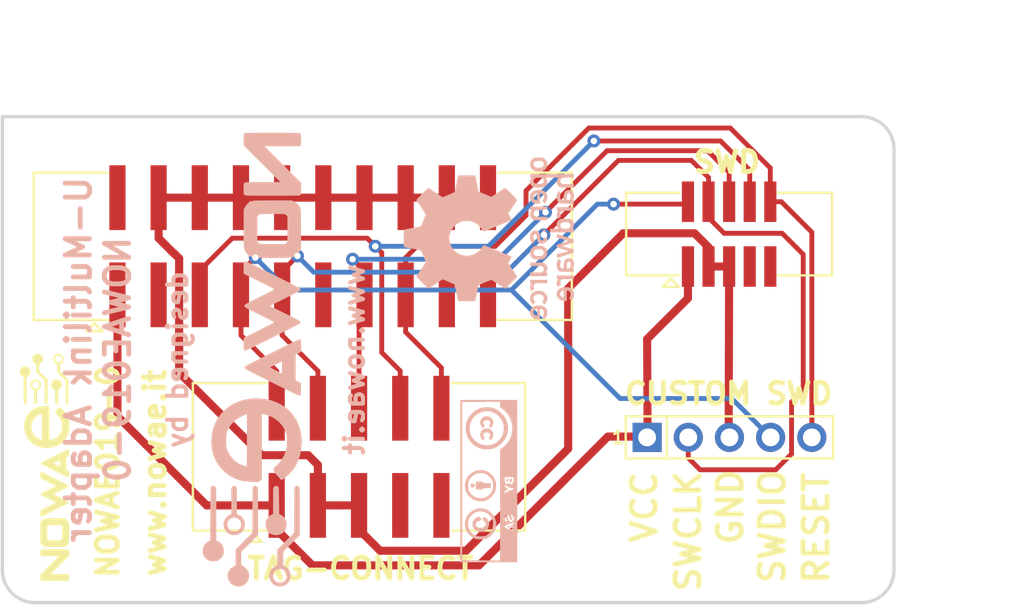
<source format=kicad_pcb>
(kicad_pcb (version 20171130) (host pcbnew 5.0.0-fee4fd1~66~ubuntu18.04.1)

  (general
    (thickness 1.6)
    (drawings 22)
    (tracks 133)
    (zones 0)
    (modules 8)
    (nets 17)
  )

  (page A4)
  (layers
    (0 F.Cu signal)
    (31 B.Cu signal)
    (32 B.Adhes user)
    (33 F.Adhes user)
    (34 B.Paste user)
    (35 F.Paste user)
    (36 B.SilkS user)
    (37 F.SilkS user)
    (38 B.Mask user)
    (39 F.Mask user)
    (40 Dwgs.User user)
    (41 Cmts.User user)
    (42 Eco1.User user)
    (43 Eco2.User user)
    (44 Edge.Cuts user)
    (45 Margin user)
    (46 B.CrtYd user)
    (47 F.CrtYd user)
    (48 B.Fab user)
    (49 F.Fab user)
  )

  (setup
    (last_trace_width 0.2)
    (user_trace_width 0.3)
    (user_trace_width 0.4)
    (user_trace_width 0.5)
    (trace_clearance 0.2)
    (zone_clearance 0.508)
    (zone_45_only no)
    (trace_min 0.2)
    (segment_width 0.2)
    (edge_width 0.15)
    (via_size 0.8)
    (via_drill 0.4)
    (via_min_size 0.8)
    (via_min_drill 0.4)
    (uvia_size 0.3)
    (uvia_drill 0.1)
    (uvias_allowed no)
    (uvia_min_size 0.2)
    (uvia_min_drill 0.1)
    (pcb_text_width 0.3)
    (pcb_text_size 1.5 1.5)
    (mod_edge_width 0.15)
    (mod_text_size 1 1)
    (mod_text_width 0.15)
    (pad_size 1.524 1.524)
    (pad_drill 0.762)
    (pad_to_mask_clearance 0.2)
    (aux_axis_origin 119 104)
    (grid_origin 119 104)
    (visible_elements FFFFFF7F)
    (pcbplotparams
      (layerselection 0x010fc_ffffffff)
      (usegerberextensions false)
      (usegerberattributes false)
      (usegerberadvancedattributes false)
      (creategerberjobfile false)
      (excludeedgelayer false)
      (linewidth 0.100000)
      (plotframeref false)
      (viasonmask false)
      (mode 1)
      (useauxorigin false)
      (hpglpennumber 1)
      (hpglpenspeed 20)
      (hpglpendiameter 15.000000)
      (psnegative false)
      (psa4output false)
      (plotreference true)
      (plotvalue true)
      (plotinvisibletext false)
      (padsonsilk false)
      (subtractmaskfromsilk false)
      (outputformat 1)
      (mirror false)
      (drillshape 0)
      (scaleselection 1)
      (outputdirectory "gerber"))
  )

  (net 0 "")
  (net 1 /PROG_SW0)
  (net 2 /PROG_GND)
  (net 3 /PROG_TDI)
  (net 4 "Net-(P1-Pad7)")
  (net 5 /PROG_RESET)
  (net 6 "Net-(P1-Pad9)")
  (net 7 /PROG_SWDIO)
  (net 8 /PROG_VCC)
  (net 9 /PROG_SWCLK)
  (net 10 "Net-(P2-Pad2)")
  (net 11 "Net-(P2-Pad3)")
  (net 12 "Net-(P2-Pad17)")
  (net 13 "Net-(P2-Pad19)")
  (net 14 "Net-(P2-Pad11)")
  (net 15 "Net-(P3-Pad7)")
  (net 16 "Net-(P3-Pad9)")

  (net_class Default "This is the default net class."
    (clearance 0.2)
    (trace_width 0.2)
    (via_dia 0.8)
    (via_drill 0.4)
    (uvia_dia 0.3)
    (uvia_drill 0.1)
    (add_net /PROG_GND)
    (add_net /PROG_RESET)
    (add_net /PROG_SW0)
    (add_net /PROG_SWCLK)
    (add_net /PROG_SWDIO)
    (add_net /PROG_TDI)
    (add_net /PROG_VCC)
    (add_net "Net-(P1-Pad7)")
    (add_net "Net-(P1-Pad9)")
    (add_net "Net-(P2-Pad11)")
    (add_net "Net-(P2-Pad17)")
    (add_net "Net-(P2-Pad19)")
    (add_net "Net-(P2-Pad2)")
    (add_net "Net-(P2-Pad3)")
    (add_net "Net-(P3-Pad7)")
    (add_net "Net-(P3-Pad9)")
  )

  (module CONNECTOR:STRIP_5x1_2.54_WE-61300511121 (layer F.Cu) (tedit 5BCF8F61) (tstamp 5BCFFC86)
    (at 163.85 93.8)
    (descr "Strip connector 5x1 2.54mm 180G by Wurth Elektronik - 61300511121")
    (tags "5x1 2.54")
    (path /5BE2FA58)
    (fp_text reference P4 (at 0 -2.2) (layer F.SilkS) hide
      (effects (font (size 0.8 0.8) (thickness 0.15)))
    )
    (fp_text value CUSTOM (at 0 2.3) (layer F.Fab) hide
      (effects (font (size 0.8 0.8) (thickness 0.15)))
    )
    (fp_text user %R (at 0 -2.2) (layer F.Fab)
      (effects (font (size 0.8 0.8) (thickness 0.15)))
    )
    (fp_line (start 5.08 -0.4) (end 5.08 0.4) (layer F.Fab) (width 0.1))
    (fp_circle (center 5.08 0) (end 5.48 0) (layer F.Fab) (width 0.1))
    (fp_line (start 4.68 0) (end 5.48 0) (layer F.Fab) (width 0.1))
    (fp_line (start -5.08 -0.4) (end -5.08 0.4) (layer F.Fab) (width 0.1))
    (fp_line (start -5.48 0) (end -4.68 0) (layer F.Fab) (width 0.1))
    (fp_line (start -2.94 0) (end -2.14 0) (layer F.Fab) (width 0.1))
    (fp_line (start -0.4 0) (end 0.4 0) (layer F.Fab) (width 0.1))
    (fp_line (start -2.54 -0.4) (end -2.54 0.4) (layer F.Fab) (width 0.1))
    (fp_line (start 0 -0.4) (end 0 0.4) (layer F.Fab) (width 0.1))
    (fp_circle (center -2.54 0) (end -2.14 0) (layer F.Fab) (width 0.1))
    (fp_circle (center 0 0) (end 0.4 0) (layer F.Fab) (width 0.1))
    (fp_line (start -6.4 1.3) (end -6.4 -1.3) (layer F.Fab) (width 0.15))
    (fp_line (start 6.4 1.3) (end -6.4 1.3) (layer F.Fab) (width 0.15))
    (fp_line (start 6.4 -1.3) (end 6.4 1.3) (layer F.Fab) (width 0.15))
    (fp_line (start -6.4 -1.3) (end 6.4 -1.3) (layer F.Fab) (width 0.15))
    (fp_line (start -6.4 1.3) (end -6.4 -1.3) (layer F.SilkS) (width 0.15))
    (fp_line (start 6.4 1.3) (end -6.4 1.3) (layer F.SilkS) (width 0.15))
    (fp_line (start 6.4 -1.3) (end 6.4 1.3) (layer F.SilkS) (width 0.15))
    (fp_line (start -6.4 -1.3) (end 6.4 -1.3) (layer F.SilkS) (width 0.15))
    (fp_line (start -3.87 -1.3) (end -3.87 1.3) (layer F.SilkS) (width 0.15))
    (fp_text user 1 (at -6.87 0) (layer F.SilkS)
      (effects (font (size 0.8 0.8) (thickness 0.15)))
    )
    (fp_line (start -7.25 1.6) (end -7.25 -1.6) (layer F.CrtYd) (width 0.05))
    (fp_line (start 7.25 1.6) (end -7.25 1.6) (layer F.CrtYd) (width 0.05))
    (fp_line (start 7.25 -1.6) (end 7.25 1.6) (layer F.CrtYd) (width 0.05))
    (fp_line (start -7.25 -1.6) (end 7.25 -1.6) (layer F.CrtYd) (width 0.05))
    (fp_circle (center 2.54 0) (end 2.94 0) (layer F.Fab) (width 0.1))
    (fp_line (start 2.54 -0.4) (end 2.54 0.4) (layer F.Fab) (width 0.1))
    (fp_line (start 2.14 0) (end 2.94 0) (layer F.Fab) (width 0.1))
    (fp_line (start -4.68 0.4) (end -5.48 0.4) (layer F.Fab) (width 0.1))
    (fp_line (start -4.68 -0.4) (end -4.68 0.4) (layer F.Fab) (width 0.1))
    (fp_line (start -5.48 -0.4) (end -4.68 -0.4) (layer F.Fab) (width 0.1))
    (fp_line (start -5.48 0.4) (end -5.48 -0.4) (layer F.Fab) (width 0.1))
    (pad 5 thru_hole circle (at 5.08 0) (size 1.8 1.8) (drill 1.1) (layers *.Cu *.Mask)
      (net 5 /PROG_RESET))
    (pad 4 thru_hole circle (at 2.54 0) (size 1.8 1.8) (drill 1.1) (layers *.Cu *.Mask)
      (net 7 /PROG_SWDIO))
    (pad 1 thru_hole rect (at -5.08 0) (size 1.8 1.8) (drill 1.1) (layers *.Cu *.Mask)
      (net 8 /PROG_VCC))
    (pad 3 thru_hole circle (at 0 0) (size 1.8 1.8) (drill 1.1) (layers *.Cu *.Mask)
      (net 2 /PROG_GND))
    (pad 2 thru_hole circle (at -2.54 0) (size 1.8 1.8) (drill 1.1) (layers *.Cu *.Mask)
      (net 9 /PROG_SWCLK))
    (model ${KINOWAEMOD}/packages3d/3rd-party/wurth/61300511121.wrl
      (offset (xyz 0 0 1.4))
      (scale (xyz 1 1 1))
      (rotate (xyz -90 0 0))
    )
  )

  (module CONNECTOR:STRIP-BOX_10x2_2.54_SMD-WE-61202020621 (layer F.Cu) (tedit 5BCF8F74) (tstamp 5BCF3766)
    (at 137.525001 82)
    (descr "WR-BHD Male SMT Box Header 2.54mm, Wurth Elektronik, 61201020621")
    (tags "Box 10x2 strip  61202020621")
    (path /5BCEEEAC)
    (attr smd)
    (fp_text reference P2 (at 0 -5.8) (layer F.SilkS) hide
      (effects (font (size 0.8 0.8) (thickness 0.15)))
    )
    (fp_text value U-MULTILINK (at -0.7 4.2) (layer F.Fab) hide
      (effects (font (size 0.8 0.8) (thickness 0.15)))
    )
    (fp_line (start -12.35 5.25) (end -12.85 4.75) (layer F.SilkS) (width 0.15))
    (fp_line (start -13.35 5.25) (end -12.35 5.25) (layer F.SilkS) (width 0.15))
    (fp_line (start -12.85 4.75) (end -13.35 5.25) (layer F.SilkS) (width 0.15))
    (fp_line (start -16.6 -4.55) (end -12.05 -4.55) (layer F.SilkS) (width 0.15))
    (fp_line (start -16.6 4.55) (end -16.6 -4.55) (layer F.SilkS) (width 0.15))
    (fp_line (start -12 4.55) (end -16.6 4.55) (layer F.SilkS) (width 0.15))
    (fp_line (start 16.6 4.55) (end 12.05 4.55) (layer F.SilkS) (width 0.15))
    (fp_line (start 16.6 -4.55) (end 16.6 4.55) (layer F.SilkS) (width 0.15))
    (fp_line (start 12.05 -4.55) (end 16.6 -4.55) (layer F.SilkS) (width 0.15))
    (fp_line (start -11.13 -1.57) (end -11.73 -1.57) (layer F.Fab) (width 0.1))
    (fp_line (start -11.13 -0.97) (end -11.13 -1.57) (layer F.Fab) (width 0.1))
    (fp_line (start -11.73 -0.97) (end -11.13 -0.97) (layer F.Fab) (width 0.1))
    (fp_line (start -11.73 -1.57) (end -11.73 -0.97) (layer F.Fab) (width 0.1))
    (fp_line (start 16.1 4.05) (end 16.6 4.55) (layer F.Fab) (width 0.15))
    (fp_line (start 16.1 -4.05) (end 16.6 -4.55) (layer F.Fab) (width 0.15))
    (fp_line (start -16.6 -4.55) (end -16.1 -4.05) (layer F.Fab) (width 0.15))
    (fp_line (start -16.6 4.55) (end -16.1 4.05) (layer F.Fab) (width 0.15))
    (fp_line (start -2.05 4.05) (end -2.05 4.55) (layer F.Fab) (width 0.15))
    (fp_line (start -16.1 4.05) (end -2.05 4.05) (layer F.Fab) (width 0.15))
    (fp_line (start -16.1 -4.05) (end -16.1 4.05) (layer F.Fab) (width 0.15))
    (fp_line (start 16.1 -4.05) (end -16.1 -4.05) (layer F.Fab) (width 0.15))
    (fp_line (start 16.1 4.05) (end 16.1 -4.05) (layer F.Fab) (width 0.15))
    (fp_line (start 2.05 4.05) (end 16.1 4.05) (layer F.Fab) (width 0.15))
    (fp_line (start 2.05 4.55) (end 2.05 4.05) (layer F.Fab) (width 0.15))
    (fp_line (start -16.6 4.55) (end 16.6 4.55) (layer F.Fab) (width 0.15))
    (fp_line (start -16.6 -4.55) (end -16.6 4.55) (layer F.Fab) (width 0.15))
    (fp_line (start 16.6 -4.55) (end 16.6 4.55) (layer F.Fab) (width 0.15))
    (fp_line (start -16.6 -4.55) (end 16.6 -4.55) (layer F.Fab) (width 0.15))
    (fp_text user %R (at 0 0) (layer F.Fab)
      (effects (font (size 0.8 0.8) (thickness 0.15)))
    )
    (fp_line (start -16.85 -5.5) (end -16.85 5.5) (layer F.CrtYd) (width 0.05))
    (fp_line (start -16.85 5.5) (end 16.85 5.5) (layer F.CrtYd) (width 0.05))
    (fp_line (start 16.85 5.5) (end 16.85 -5.5) (layer F.CrtYd) (width 0.05))
    (fp_line (start 16.85 -5.5) (end -16.85 -5.5) (layer F.CrtYd) (width 0.05))
    (fp_line (start -8.59 -1.57) (end -9.19 -1.57) (layer F.Fab) (width 0.1))
    (fp_line (start -6.05 -1.57) (end -6.65 -1.57) (layer F.Fab) (width 0.1))
    (fp_line (start 9.19 -1.57) (end 8.59 -1.57) (layer F.Fab) (width 0.1))
    (fp_line (start 11.73 -1.57) (end 11.13 -1.57) (layer F.Fab) (width 0.1))
    (fp_line (start -11.13 0.97) (end -11.73 0.97) (layer F.Fab) (width 0.1))
    (fp_line (start -8.59 0.97) (end -9.19 0.97) (layer F.Fab) (width 0.1))
    (fp_line (start -6.05 0.97) (end -6.65 0.97) (layer F.Fab) (width 0.1))
    (fp_line (start 9.19 0.97) (end 8.59 0.97) (layer F.Fab) (width 0.1))
    (fp_line (start 11.73 0.97) (end 11.13 0.97) (layer F.Fab) (width 0.1))
    (fp_line (start -8.59 -0.97) (end -8.59 -1.57) (layer F.Fab) (width 0.1))
    (fp_line (start -6.05 -0.97) (end -6.05 -1.57) (layer F.Fab) (width 0.1))
    (fp_line (start 9.19 -0.97) (end 9.19 -1.57) (layer F.Fab) (width 0.1))
    (fp_line (start 11.73 -0.97) (end 11.73 -1.57) (layer F.Fab) (width 0.1))
    (fp_line (start -11.13 1.57) (end -11.13 0.97) (layer F.Fab) (width 0.1))
    (fp_line (start -8.59 1.57) (end -8.59 0.97) (layer F.Fab) (width 0.1))
    (fp_line (start -6.05 1.57) (end -6.05 0.97) (layer F.Fab) (width 0.1))
    (fp_line (start 9.19 1.57) (end 9.19 0.97) (layer F.Fab) (width 0.1))
    (fp_line (start 11.73 1.57) (end 11.73 0.97) (layer F.Fab) (width 0.1))
    (fp_line (start -9.19 -0.97) (end -8.59 -0.97) (layer F.Fab) (width 0.1))
    (fp_line (start -6.65 -0.97) (end -6.05 -0.97) (layer F.Fab) (width 0.1))
    (fp_line (start 8.59 -0.97) (end 9.19 -0.97) (layer F.Fab) (width 0.1))
    (fp_line (start 11.13 -0.97) (end 11.73 -0.97) (layer F.Fab) (width 0.1))
    (fp_line (start -11.73 1.57) (end -11.13 1.57) (layer F.Fab) (width 0.1))
    (fp_line (start -9.19 1.57) (end -8.59 1.57) (layer F.Fab) (width 0.1))
    (fp_line (start -6.65 1.57) (end -6.05 1.57) (layer F.Fab) (width 0.1))
    (fp_line (start 8.59 1.57) (end 9.19 1.57) (layer F.Fab) (width 0.1))
    (fp_line (start 11.13 1.57) (end 11.73 1.57) (layer F.Fab) (width 0.1))
    (fp_line (start -9.19 -1.57) (end -9.19 -0.97) (layer F.Fab) (width 0.1))
    (fp_line (start -6.65 -1.57) (end -6.65 -0.97) (layer F.Fab) (width 0.1))
    (fp_line (start 8.59 -1.57) (end 8.59 -0.97) (layer F.Fab) (width 0.1))
    (fp_line (start 11.13 -1.57) (end 11.13 -0.97) (layer F.Fab) (width 0.1))
    (fp_line (start -11.73 0.97) (end -11.73 1.57) (layer F.Fab) (width 0.1))
    (fp_line (start -9.19 0.97) (end -9.19 1.57) (layer F.Fab) (width 0.1))
    (fp_line (start -6.65 0.97) (end -6.65 1.57) (layer F.Fab) (width 0.1))
    (fp_line (start 8.59 0.97) (end 8.59 1.57) (layer F.Fab) (width 0.1))
    (fp_line (start 11.13 0.97) (end 11.13 1.57) (layer F.Fab) (width 0.1))
    (fp_line (start -3.51 -0.97) (end -3.51 -1.57) (layer F.Fab) (width 0.1))
    (fp_line (start -0.97 -0.97) (end -0.97 -1.57) (layer F.Fab) (width 0.1))
    (fp_line (start -3.51 -1.57) (end -4.11 -1.57) (layer F.Fab) (width 0.1))
    (fp_line (start -0.97 -1.57) (end -1.57 -1.57) (layer F.Fab) (width 0.1))
    (fp_line (start -4.11 -0.97) (end -3.51 -0.97) (layer F.Fab) (width 0.1))
    (fp_line (start -1.57 -0.97) (end -0.97 -0.97) (layer F.Fab) (width 0.1))
    (fp_line (start -4.11 -1.57) (end -4.11 -0.97) (layer F.Fab) (width 0.1))
    (fp_line (start -1.57 -1.57) (end -1.57 -0.97) (layer F.Fab) (width 0.1))
    (fp_line (start -3.51 1.57) (end -3.51 0.97) (layer F.Fab) (width 0.1))
    (fp_line (start -0.97 1.57) (end -0.97 0.97) (layer F.Fab) (width 0.1))
    (fp_line (start -4.11 0.97) (end -4.11 1.57) (layer F.Fab) (width 0.1))
    (fp_line (start -1.57 0.97) (end -1.57 1.57) (layer F.Fab) (width 0.1))
    (fp_line (start -4.11 1.57) (end -3.51 1.57) (layer F.Fab) (width 0.1))
    (fp_line (start -1.57 1.57) (end -0.97 1.57) (layer F.Fab) (width 0.1))
    (fp_line (start -3.51 0.97) (end -4.11 0.97) (layer F.Fab) (width 0.1))
    (fp_line (start -0.97 0.97) (end -1.57 0.97) (layer F.Fab) (width 0.1))
    (fp_line (start 6.65 -0.97) (end 6.65 -1.57) (layer F.Fab) (width 0.1))
    (fp_line (start 4.11 -0.97) (end 4.11 -1.57) (layer F.Fab) (width 0.1))
    (fp_line (start 1.57 -0.97) (end 1.57 -1.57) (layer F.Fab) (width 0.1))
    (fp_line (start 6.65 -1.57) (end 6.05 -1.57) (layer F.Fab) (width 0.1))
    (fp_line (start 4.11 -1.57) (end 3.51 -1.57) (layer F.Fab) (width 0.1))
    (fp_line (start 1.57 -1.57) (end 0.97 -1.57) (layer F.Fab) (width 0.1))
    (fp_line (start 6.05 -0.97) (end 6.65 -0.97) (layer F.Fab) (width 0.1))
    (fp_line (start 3.51 -0.97) (end 4.11 -0.97) (layer F.Fab) (width 0.1))
    (fp_line (start 0.97 -0.97) (end 1.57 -0.97) (layer F.Fab) (width 0.1))
    (fp_line (start 6.05 -1.57) (end 6.05 -0.97) (layer F.Fab) (width 0.1))
    (fp_line (start 3.51 -1.57) (end 3.51 -0.97) (layer F.Fab) (width 0.1))
    (fp_line (start 0.97 -1.57) (end 0.97 -0.97) (layer F.Fab) (width 0.1))
    (fp_line (start 6.65 0.97) (end 6.05 0.97) (layer F.Fab) (width 0.1))
    (fp_line (start 4.11 0.97) (end 3.51 0.97) (layer F.Fab) (width 0.1))
    (fp_line (start 1.57 0.97) (end 0.97 0.97) (layer F.Fab) (width 0.1))
    (fp_line (start 6.05 0.97) (end 6.05 1.57) (layer F.Fab) (width 0.1))
    (fp_line (start 3.51 0.97) (end 3.51 1.57) (layer F.Fab) (width 0.1))
    (fp_line (start 0.97 0.97) (end 0.97 1.57) (layer F.Fab) (width 0.1))
    (fp_line (start 6.05 1.57) (end 6.65 1.57) (layer F.Fab) (width 0.1))
    (fp_line (start 3.51 1.57) (end 4.11 1.57) (layer F.Fab) (width 0.1))
    (fp_line (start 0.97 1.57) (end 1.57 1.57) (layer F.Fab) (width 0.1))
    (fp_line (start 6.65 1.57) (end 6.65 0.97) (layer F.Fab) (width 0.1))
    (fp_line (start 4.11 1.57) (end 4.11 0.97) (layer F.Fab) (width 0.1))
    (fp_line (start 1.57 1.57) (end 1.57 0.97) (layer F.Fab) (width 0.1))
    (pad 1 smd rect (at -11.43 3) (size 1 4) (layers F.Cu F.Paste F.Mask)
      (net 8 /PROG_VCC))
    (pad 2 smd rect (at -11.43 -3) (size 1 4) (layers F.Cu F.Paste F.Mask)
      (net 10 "Net-(P2-Pad2)"))
    (pad 3 smd rect (at -8.89 3) (size 1 4) (layers F.Cu F.Paste F.Mask)
      (net 11 "Net-(P2-Pad3)"))
    (pad 5 smd rect (at -6.35 3) (size 1 4) (layers F.Cu F.Paste F.Mask)
      (net 3 /PROG_TDI))
    (pad 17 smd rect (at 8.89 3) (size 1 4) (layers F.Cu F.Paste F.Mask)
      (net 12 "Net-(P2-Pad17)"))
    (pad 19 smd rect (at 11.43 3) (size 1 4) (layers F.Cu F.Paste F.Mask)
      (net 13 "Net-(P2-Pad19)"))
    (pad 4 smd rect (at -8.89 -3) (size 1 4) (layers F.Cu F.Paste F.Mask)
      (net 2 /PROG_GND))
    (pad 6 smd rect (at -6.35 -3) (size 1 4) (layers F.Cu F.Paste F.Mask)
      (net 2 /PROG_GND))
    (pad 18 smd rect (at 8.89 -3) (size 1 4) (layers F.Cu F.Paste F.Mask)
      (net 2 /PROG_GND))
    (pad 20 smd rect (at 11.43 -3) (size 1 4) (layers F.Cu F.Paste F.Mask)
      (net 2 /PROG_GND))
    (pad 8 smd rect (at -3.81 -3) (size 1 4) (layers F.Cu F.Paste F.Mask)
      (net 2 /PROG_GND))
    (pad 10 smd rect (at -1.27 -3) (size 1 4) (layers F.Cu F.Paste F.Mask)
      (net 2 /PROG_GND))
    (pad 7 smd rect (at -3.81 3) (size 1 4) (layers F.Cu F.Paste F.Mask)
      (net 7 /PROG_SWDIO))
    (pad 9 smd rect (at -1.27 3) (size 1 4) (layers F.Cu F.Paste F.Mask)
      (net 9 /PROG_SWCLK))
    (pad 16 smd rect (at 6.35 -3) (size 1 4) (layers F.Cu F.Paste F.Mask)
      (net 2 /PROG_GND))
    (pad 14 smd rect (at 3.81 -3) (size 1 4) (layers F.Cu F.Paste F.Mask)
      (net 2 /PROG_GND))
    (pad 12 smd rect (at 1.27 -3) (size 1 4) (layers F.Cu F.Paste F.Mask)
      (net 2 /PROG_GND))
    (pad 15 smd rect (at 6.35 3) (size 1 4) (layers F.Cu F.Paste F.Mask)
      (net 5 /PROG_RESET))
    (pad 13 smd rect (at 3.81 3) (size 1 4) (layers F.Cu F.Paste F.Mask)
      (net 1 /PROG_SW0))
    (pad 11 smd rect (at 1.27 3) (size 1 4) (layers F.Cu F.Paste F.Mask)
      (net 14 "Net-(P2-Pad11)"))
    (model ${KINOWAEMOD}/packages3d/3rd-party/wurth/61202020621.wrl
      (offset (xyz 0 0 5.968999910354614))
      (scale (xyz 1 1 1))
      (rotate (xyz 0 0 0))
    )
  )

  (module CONNECTOR:STRIP_5x2_1.27_SMD-AMPHENOL-20021521_00010T1LF (layer F.Cu) (tedit 5BCF8F6F) (tstamp 5BCF4253)
    (at 163.83 81.25)
    (descr "SMD Connector 5x2 1.27mm SMD by AMPHENOL 20021521_00010T1LF")
    (path /5BE2F466)
    (fp_text reference P1 (at 0 -4.1) (layer F.SilkS) hide
      (effects (font (size 0.8 0.8) (thickness 0.15)))
    )
    (fp_text value U-MULTILINK-SMALL (at 0 4.1) (layer F.Fab) hide
      (effects (font (size 0.8 0.8) (thickness 0.15)))
    )
    (fp_line (start -1.25 1.85) (end 1.25 1.85) (layer F.Fab) (width 0.15))
    (fp_line (start 1.25 1.85) (end 1.25 2.55) (layer F.Fab) (width 0.15))
    (fp_line (start 5.65 1.85) (end 1.25 1.85) (layer F.Fab) (width 0.15))
    (fp_line (start 5.65 -1.85) (end 5.65 1.85) (layer F.Fab) (width 0.15))
    (fp_line (start -5.65 -1.85) (end 5.65 -1.85) (layer F.Fab) (width 0.15))
    (fp_line (start -5.65 1.85) (end -5.65 -1.85) (layer F.Fab) (width 0.15))
    (fp_line (start -1.25 1.85) (end -5.65 1.85) (layer F.Fab) (width 0.15))
    (fp_line (start -1.25 2.55) (end -1.25 1.85) (layer F.Fab) (width 0.15))
    (fp_text user %R (at 0 -4.1) (layer F.Fab)
      (effects (font (size 0.8 0.8) (thickness 0.15)))
    )
    (fp_line (start -6.5 3.4) (end 6.5 3.4) (layer F.CrtYd) (width 0.05))
    (fp_line (start 6.5 3.4) (end 6.5 -3.4) (layer F.CrtYd) (width 0.05))
    (fp_line (start 6.5 -3.4) (end -6.5 -3.4) (layer F.CrtYd) (width 0.05))
    (fp_line (start -6.5 -3.4) (end -6.5 3.4) (layer F.CrtYd) (width 0.05))
    (fp_line (start 3 -2.55) (end 6.35 -2.55) (layer F.SilkS) (width 0.15))
    (fp_line (start 6.35 -2.55) (end 6.35 2.55) (layer F.SilkS) (width 0.15))
    (fp_line (start 6.35 2.55) (end 3 2.55) (layer F.SilkS) (width 0.15))
    (fp_line (start -3.05 2.55) (end -6.35 2.55) (layer F.SilkS) (width 0.15))
    (fp_line (start -6.35 2.55) (end -6.35 -2.55) (layer F.SilkS) (width 0.15))
    (fp_line (start -6.35 -2.55) (end -3.05 -2.55) (layer F.SilkS) (width 0.15))
    (fp_line (start -4.1 3.25) (end -3.1 3.25) (layer F.SilkS) (width 0.15))
    (fp_line (start -3.6 2.75) (end -3.1 3.25) (layer F.SilkS) (width 0.15))
    (fp_line (start -3.6 2.75) (end -4.1 3.25) (layer F.SilkS) (width 0.15))
    (fp_line (start 2.3 -2.8) (end 2.3 -2.55) (layer F.Fab) (width 0.05))
    (fp_line (start 2.7 -2.8) (end 2.7 -2.55) (layer F.Fab) (width 0.05))
    (fp_line (start 2.3 2.8) (end 2.7 2.8) (layer F.Fab) (width 0.05))
    (fp_line (start 2.3 -2.8) (end 2.7 -2.8) (layer F.Fab) (width 0.05))
    (fp_circle (center 2.55 -0.65) (end 2.75 -0.65) (layer F.Fab) (width 0.1))
    (fp_line (start -6.35 2.55) (end 6.35 2.55) (layer F.Fab) (width 0.15))
    (fp_line (start 6.35 -2.55) (end 6.35 2.55) (layer F.Fab) (width 0.15))
    (fp_line (start 6.35 -2.55) (end -6.35 -2.55) (layer F.Fab) (width 0.15))
    (fp_line (start -6.35 2.55) (end -6.35 -2.55) (layer F.Fab) (width 0.15))
    (fp_circle (center 1.28 -0.65) (end 1.48 -0.65) (layer F.Fab) (width 0.1))
    (fp_circle (center 0.01 -0.65) (end 0.21 -0.65) (layer F.Fab) (width 0.1))
    (fp_circle (center -1.26 -0.65) (end -1.06 -0.65) (layer F.Fab) (width 0.1))
    (fp_circle (center -2.53 -0.65) (end -2.33 -0.65) (layer F.Fab) (width 0.1))
    (fp_circle (center 2.55 0.62) (end 2.75 0.62) (layer F.Fab) (width 0.1))
    (fp_circle (center 1.28 0.62) (end 1.48 0.62) (layer F.Fab) (width 0.1))
    (fp_circle (center 0.01 0.62) (end 0.21 0.62) (layer F.Fab) (width 0.1))
    (fp_circle (center -1.26 0.62) (end -1.06 0.62) (layer F.Fab) (width 0.1))
    (fp_circle (center -2.53 0.62) (end -2.33 0.62) (layer F.Fab) (width 0.1))
    (fp_line (start 1.05 2.8) (end 1.45 2.8) (layer F.Fab) (width 0.05))
    (fp_line (start -0.2 2.8) (end 0.2 2.8) (layer F.Fab) (width 0.05))
    (fp_line (start -1.45 2.8) (end -1.05 2.8) (layer F.Fab) (width 0.05))
    (fp_line (start -2.725 2.8) (end -2.325 2.8) (layer F.Fab) (width 0.05))
    (fp_line (start 1.05 -2.8) (end 1.45 -2.8) (layer F.Fab) (width 0.05))
    (fp_line (start -0.2 -2.8) (end 0.2 -2.8) (layer F.Fab) (width 0.05))
    (fp_line (start -1.5 -2.8) (end -1.1 -2.8) (layer F.Fab) (width 0.05))
    (fp_line (start -2.75 -2.8) (end -2.35 -2.8) (layer F.Fab) (width 0.05))
    (fp_line (start 1.45 -2.8) (end 1.45 -2.55) (layer F.Fab) (width 0.05))
    (fp_line (start 0.2 -2.8) (end 0.2 -2.55) (layer F.Fab) (width 0.05))
    (fp_line (start -1.1 -2.8) (end -1.1 -2.55) (layer F.Fab) (width 0.05))
    (fp_line (start -2.35 -2.8) (end -2.35 -2.55) (layer F.Fab) (width 0.05))
    (fp_line (start 2.7 2.55) (end 2.7 2.8) (layer F.Fab) (width 0.05))
    (fp_line (start 1.45 2.55) (end 1.45 2.8) (layer F.Fab) (width 0.05))
    (fp_line (start 0.2 2.55) (end 0.2 2.8) (layer F.Fab) (width 0.05))
    (fp_line (start -1.05 2.55) (end -1.05 2.8) (layer F.Fab) (width 0.05))
    (fp_line (start -2.325 2.575) (end -2.325 2.8) (layer F.Fab) (width 0.05))
    (fp_line (start 1.05 -2.8) (end 1.05 -2.55) (layer F.Fab) (width 0.05))
    (fp_line (start -0.2 -2.8) (end -0.2 -2.55) (layer F.Fab) (width 0.05))
    (fp_line (start -1.5 -2.8) (end -1.5 -2.55) (layer F.Fab) (width 0.05))
    (fp_line (start -2.75 -2.8) (end -2.75 -2.55) (layer F.Fab) (width 0.05))
    (fp_line (start 2.3 2.55) (end 2.3 2.8) (layer F.Fab) (width 0.05))
    (fp_line (start 1.05 2.55) (end 1.05 2.8) (layer F.Fab) (width 0.05))
    (fp_line (start -0.2 2.55) (end -0.2 2.8) (layer F.Fab) (width 0.05))
    (fp_line (start -1.45 2.55) (end -1.45 2.8) (layer F.Fab) (width 0.05))
    (fp_line (start -2.725 2.575) (end -2.725 2.8) (layer F.Fab) (width 0.05))
    (pad 6 smd rect (at 0 -2) (size 0.75 2.5) (layers F.Cu F.Paste F.Mask)
      (net 1 /PROG_SW0))
    (pad 5 smd rect (at 0 2) (size 0.75 2.5) (layers F.Cu F.Paste F.Mask)
      (net 2 /PROG_GND))
    (pad 8 smd rect (at 1.27 -2) (size 0.75 2.5) (layers F.Cu F.Paste F.Mask)
      (net 3 /PROG_TDI))
    (pad 7 smd rect (at 1.27 2) (size 0.75 2.5) (layers F.Cu F.Paste F.Mask)
      (net 4 "Net-(P1-Pad7)"))
    (pad 10 smd rect (at 2.54 -2) (size 0.75 2.5) (layers F.Cu F.Paste F.Mask)
      (net 5 /PROG_RESET))
    (pad 9 smd rect (at 2.54 2) (size 0.75 2.5) (layers F.Cu F.Paste F.Mask)
      (net 6 "Net-(P1-Pad9)"))
    (pad 2 smd rect (at -2.54 -2) (size 0.75 2.5) (layers F.Cu F.Paste F.Mask)
      (net 7 /PROG_SWDIO))
    (pad 1 smd rect (at -2.54 2) (size 0.75 2.5) (layers F.Cu F.Paste F.Mask)
      (net 8 /PROG_VCC))
    (pad 4 smd rect (at -1.27 -2) (size 0.75 2.5) (layers F.Cu F.Paste F.Mask)
      (net 9 /PROG_SWCLK))
    (pad 3 smd rect (at -1.27 2) (size 0.75 2.5) (layers F.Cu F.Paste F.Mask)
      (net 2 /PROG_GND))
    (model ${KINOWAEMOD}/packages3d/3rd-party/amphenol/20021521-00010XXLFC.wrl
      (at (xyz 0 0 0))
      (scale (xyz 1 1 1))
      (rotate (xyz -90 0 0))
    )
  )

  (module CONNECTOR:STRIP-BOX_5x2_2.54_SMD-WE-61201020621 (layer F.Cu) (tedit 5BCF8F68) (tstamp 5BCF3249)
    (at 141 95)
    (descr "WR-BHD Male SMT Box Header 2.54mm, Wurth Elektronik, 61201020621")
    (tags "Box 5x2 strip  61201020621")
    (path /5BE2F70B)
    (attr smd)
    (fp_text reference P3 (at 0 -5.8) (layer F.SilkS) hide
      (effects (font (size 0.8 0.8) (thickness 0.15)))
    )
    (fp_text value TAG (at -0.7 4.2) (layer F.Fab) hide
      (effects (font (size 0.8 0.8) (thickness 0.15)))
    )
    (fp_line (start -6 5.25) (end -6.5 4.75) (layer F.SilkS) (width 0.15))
    (fp_line (start -7 5.25) (end -6 5.25) (layer F.SilkS) (width 0.15))
    (fp_line (start -6.5 4.75) (end -7 5.25) (layer F.SilkS) (width 0.15))
    (fp_line (start -10.25 -4.55) (end -5.7 -4.55) (layer F.SilkS) (width 0.15))
    (fp_line (start -10.25 4.55) (end -10.25 -4.55) (layer F.SilkS) (width 0.15))
    (fp_line (start -5.65 4.55) (end -10.25 4.55) (layer F.SilkS) (width 0.15))
    (fp_line (start 10.25 4.55) (end 5.7 4.55) (layer F.SilkS) (width 0.15))
    (fp_line (start 10.25 -4.55) (end 10.25 4.55) (layer F.SilkS) (width 0.15))
    (fp_line (start 5.7 -4.55) (end 10.25 -4.55) (layer F.SilkS) (width 0.15))
    (fp_line (start -4.78 -1.57) (end -5.38 -1.57) (layer F.Fab) (width 0.1))
    (fp_line (start -4.78 -0.97) (end -4.78 -1.57) (layer F.Fab) (width 0.1))
    (fp_line (start -5.38 -0.97) (end -4.78 -0.97) (layer F.Fab) (width 0.1))
    (fp_line (start -5.38 -1.57) (end -5.38 -0.97) (layer F.Fab) (width 0.1))
    (fp_line (start 9.75 4.05) (end 10.25 4.55) (layer F.Fab) (width 0.15))
    (fp_line (start 9.75 -4.05) (end 10.25 -4.55) (layer F.Fab) (width 0.15))
    (fp_line (start -10.25 -4.55) (end -9.75 -4.05) (layer F.Fab) (width 0.15))
    (fp_line (start -10.25 4.55) (end -9.75 4.05) (layer F.Fab) (width 0.15))
    (fp_line (start -2.05 4.05) (end -2.05 4.55) (layer F.Fab) (width 0.15))
    (fp_line (start -9.75 4.05) (end -2.05 4.05) (layer F.Fab) (width 0.15))
    (fp_line (start -9.75 -4.05) (end -9.75 4.05) (layer F.Fab) (width 0.15))
    (fp_line (start 9.75 -4.05) (end -9.75 -4.05) (layer F.Fab) (width 0.15))
    (fp_line (start 9.75 4.05) (end 9.75 -4.05) (layer F.Fab) (width 0.15))
    (fp_line (start 2.05 4.05) (end 9.75 4.05) (layer F.Fab) (width 0.15))
    (fp_line (start 2.05 4.55) (end 2.05 4.05) (layer F.Fab) (width 0.15))
    (fp_line (start -10.25 4.55) (end 10.25 4.55) (layer F.Fab) (width 0.15))
    (fp_line (start -10.25 -4.55) (end -10.25 4.55) (layer F.Fab) (width 0.15))
    (fp_line (start 10.25 -4.55) (end 10.25 4.55) (layer F.Fab) (width 0.15))
    (fp_line (start -10.25 -4.55) (end 10.25 -4.55) (layer F.Fab) (width 0.15))
    (fp_text user %R (at 0 0) (layer F.Fab)
      (effects (font (size 0.8 0.8) (thickness 0.15)))
    )
    (fp_line (start -10.5 -5.5) (end -10.5 5.5) (layer F.CrtYd) (width 0.05))
    (fp_line (start -10.5 5.5) (end 10.5 5.5) (layer F.CrtYd) (width 0.05))
    (fp_line (start 10.5 5.5) (end 10.5 -5.5) (layer F.CrtYd) (width 0.05))
    (fp_line (start 10.5 -5.5) (end -10.5 -5.5) (layer F.CrtYd) (width 0.05))
    (fp_line (start -2.24 -1.57) (end -2.84 -1.57) (layer F.Fab) (width 0.1))
    (fp_line (start 0.3 -1.57) (end -0.3 -1.57) (layer F.Fab) (width 0.1))
    (fp_line (start 2.84 -1.57) (end 2.24 -1.57) (layer F.Fab) (width 0.1))
    (fp_line (start 5.38 -1.57) (end 4.78 -1.57) (layer F.Fab) (width 0.1))
    (fp_line (start -4.78 0.97) (end -5.38 0.97) (layer F.Fab) (width 0.1))
    (fp_line (start -2.24 0.97) (end -2.84 0.97) (layer F.Fab) (width 0.1))
    (fp_line (start 0.3 0.97) (end -0.3 0.97) (layer F.Fab) (width 0.1))
    (fp_line (start 2.84 0.97) (end 2.24 0.97) (layer F.Fab) (width 0.1))
    (fp_line (start 5.38 0.97) (end 4.78 0.97) (layer F.Fab) (width 0.1))
    (fp_line (start -2.24 -0.97) (end -2.24 -1.57) (layer F.Fab) (width 0.1))
    (fp_line (start 0.3 -0.97) (end 0.3 -1.57) (layer F.Fab) (width 0.1))
    (fp_line (start 2.84 -0.97) (end 2.84 -1.57) (layer F.Fab) (width 0.1))
    (fp_line (start 5.38 -0.97) (end 5.38 -1.57) (layer F.Fab) (width 0.1))
    (fp_line (start -4.78 1.57) (end -4.78 0.97) (layer F.Fab) (width 0.1))
    (fp_line (start -2.24 1.57) (end -2.24 0.97) (layer F.Fab) (width 0.1))
    (fp_line (start 0.3 1.57) (end 0.3 0.97) (layer F.Fab) (width 0.1))
    (fp_line (start 2.84 1.57) (end 2.84 0.97) (layer F.Fab) (width 0.1))
    (fp_line (start 5.38 1.57) (end 5.38 0.97) (layer F.Fab) (width 0.1))
    (fp_line (start -2.84 -0.97) (end -2.24 -0.97) (layer F.Fab) (width 0.1))
    (fp_line (start -0.3 -0.97) (end 0.3 -0.97) (layer F.Fab) (width 0.1))
    (fp_line (start 2.24 -0.97) (end 2.84 -0.97) (layer F.Fab) (width 0.1))
    (fp_line (start 4.78 -0.97) (end 5.38 -0.97) (layer F.Fab) (width 0.1))
    (fp_line (start -5.38 1.57) (end -4.78 1.57) (layer F.Fab) (width 0.1))
    (fp_line (start -2.84 1.57) (end -2.24 1.57) (layer F.Fab) (width 0.1))
    (fp_line (start -0.3 1.57) (end 0.3 1.57) (layer F.Fab) (width 0.1))
    (fp_line (start 2.24 1.57) (end 2.84 1.57) (layer F.Fab) (width 0.1))
    (fp_line (start 4.78 1.57) (end 5.38 1.57) (layer F.Fab) (width 0.1))
    (fp_line (start -2.84 -1.57) (end -2.84 -0.97) (layer F.Fab) (width 0.1))
    (fp_line (start -0.3 -1.57) (end -0.3 -0.97) (layer F.Fab) (width 0.1))
    (fp_line (start 2.24 -1.57) (end 2.24 -0.97) (layer F.Fab) (width 0.1))
    (fp_line (start 4.78 -1.57) (end 4.78 -0.97) (layer F.Fab) (width 0.1))
    (fp_line (start -5.38 0.97) (end -5.38 1.57) (layer F.Fab) (width 0.1))
    (fp_line (start -2.84 0.97) (end -2.84 1.57) (layer F.Fab) (width 0.1))
    (fp_line (start -0.3 0.97) (end -0.3 1.57) (layer F.Fab) (width 0.1))
    (fp_line (start 2.24 0.97) (end 2.24 1.57) (layer F.Fab) (width 0.1))
    (fp_line (start 4.78 0.97) (end 4.78 1.57) (layer F.Fab) (width 0.1))
    (pad 1 smd rect (at -5.08 3) (size 1 4) (layers F.Cu F.Paste F.Mask)
      (net 8 /PROG_VCC))
    (pad 2 smd rect (at -5.08 -3) (size 1 4) (layers F.Cu F.Paste F.Mask)
      (net 7 /PROG_SWDIO))
    (pad 3 smd rect (at -2.54 3) (size 1 4) (layers F.Cu F.Paste F.Mask)
      (net 2 /PROG_GND))
    (pad 5 smd rect (at 0 3) (size 1 4) (layers F.Cu F.Paste F.Mask)
      (net 2 /PROG_GND))
    (pad 7 smd rect (at 2.54 3) (size 1 4) (layers F.Cu F.Paste F.Mask)
      (net 15 "Net-(P3-Pad7)"))
    (pad 9 smd rect (at 5.08 3) (size 1 4) (layers F.Cu F.Paste F.Mask)
      (net 16 "Net-(P3-Pad9)"))
    (pad 4 smd rect (at -2.54 -3) (size 1 4) (layers F.Cu F.Paste F.Mask)
      (net 9 /PROG_SWCLK))
    (pad 6 smd rect (at 0 -3) (size 1 4) (layers F.Cu F.Paste F.Mask)
      (net 1 /PROG_SW0))
    (pad 8 smd rect (at 2.54 -3) (size 1 4) (layers F.Cu F.Paste F.Mask)
      (net 3 /PROG_TDI))
    (pad 10 smd rect (at 5.08 -3) (size 1 4) (layers F.Cu F.Paste F.Mask)
      (net 5 /PROG_RESET))
    (model ${KINOWAEMOD}/packages3d/3rd-party/wurth/6120xx20621.wrl
      (offset (xyz 0 0 5.968999910354614))
      (scale (xyz 1 1 1))
      (rotate (xyz 0 0 0))
    )
  )

  (module LOGO:LOGO_NOWAE_15MM_FSILK (layer F.Cu) (tedit 0) (tstamp 5BCF44BD)
    (at 121.6 95.65 90)
    (fp_text reference G*** (at 0 0 90) (layer F.SilkS) hide
      (effects (font (size 1.524 1.524) (thickness 0.3)))
    )
    (fp_text value LOGO (at 0.75 0 90) (layer F.SilkS) hide
      (effects (font (size 1.524 1.524) (thickness 0.3)))
    )
    (fp_poly (pts (xy 5.992891 -1.515889) (xy 6.01969 -1.508883) (xy 6.092707 -1.474143) (xy 6.153279 -1.419995)
      (xy 6.199175 -1.350999) (xy 6.228163 -1.271714) (xy 6.238011 -1.186699) (xy 6.226488 -1.100513)
      (xy 6.223964 -1.091638) (xy 6.198756 -1.038813) (xy 6.157396 -0.983588) (xy 6.107411 -0.934421)
      (xy 6.056329 -0.899772) (xy 6.050915 -0.897187) (xy 5.983339 -0.877786) (xy 5.904954 -0.872583)
      (xy 5.826596 -0.881283) (xy 5.7591 -0.903586) (xy 5.755733 -0.905297) (xy 5.685031 -0.954883)
      (xy 5.629474 -1.019743) (xy 5.60539 -1.064847) (xy 5.587651 -1.10718) (xy 4.775166 -1.10718)
      (xy 4.609221 -1.107212) (xy 4.467356 -1.107345) (xy 4.347602 -1.107635) (xy 4.247987 -1.108138)
      (xy 4.166541 -1.108912) (xy 4.101294 -1.110011) (xy 4.050274 -1.111492) (xy 4.011512 -1.113411)
      (xy 3.983036 -1.115826) (xy 3.962876 -1.11879) (xy 3.949062 -1.122362) (xy 3.939622 -1.126597)
      (xy 3.933016 -1.131201) (xy 3.909801 -1.164829) (xy 3.903623 -1.207238) (xy 3.915127 -1.247284)
      (xy 3.92552 -1.260851) (xy 3.931652 -1.265381) (xy 3.941603 -1.269274) (xy 3.9573 -1.272589)
      (xy 3.980671 -1.275386) (xy 4.013643 -1.277723) (xy 4.058142 -1.27966) (xy 4.116098 -1.281254)
      (xy 4.189436 -1.282566) (xy 4.280086 -1.283653) (xy 4.389973 -1.284574) (xy 4.521026 -1.285389)
      (xy 4.675171 -1.286156) (xy 4.767769 -1.286567) (xy 5.58785 -1.290109) (xy 5.6203 -1.354144)
      (xy 5.669842 -1.424686) (xy 5.735925 -1.477701) (xy 5.814496 -1.51162) (xy 5.901502 -1.524873)
      (xy 5.992891 -1.515889)) (layer F.SilkS) (width 0.01))
    (fp_poly (pts (xy 5.190673 -0.865642) (xy 5.268426 -0.831707) (xy 5.335502 -0.779018) (xy 5.387467 -0.709117)
      (xy 5.402363 -0.678281) (xy 5.418489 -0.61517) (xy 5.421968 -0.541052) (xy 5.41304 -0.467561)
      (xy 5.396964 -0.416675) (xy 5.349123 -0.338124) (xy 5.28488 -0.279694) (xy 5.204904 -0.241826)
      (xy 5.109863 -0.22496) (xy 5.106052 -0.224744) (xy 5.049505 -0.224385) (xy 5.005078 -0.231951)
      (xy 4.959435 -0.249811) (xy 4.956162 -0.25136) (xy 4.887237 -0.295377) (xy 4.83084 -0.353307)
      (xy 4.793528 -0.418317) (xy 4.791974 -0.422472) (xy 4.775177 -0.468924) (xy 4.363463 -0.468924)
      (xy 4.243277 -0.469143) (xy 4.146672 -0.469867) (xy 4.071181 -0.471197) (xy 4.014338 -0.473232)
      (xy 3.973674 -0.476073) (xy 3.946725 -0.47982) (xy 3.931021 -0.484572) (xy 3.92755 -0.486618)
      (xy 3.908488 -0.514933) (xy 3.90679 -0.53057) (xy 4.877953 -0.53057) (xy 4.89348 -0.468225)
      (xy 4.927156 -0.41453) (xy 4.9751 -0.37246) (xy 5.033431 -0.344992) (xy 5.098268 -0.335101)
      (xy 5.16573 -0.345764) (xy 5.197262 -0.358732) (xy 5.246589 -0.396298) (xy 5.286061 -0.450317)
      (xy 5.309965 -0.511521) (xy 5.314462 -0.548831) (xy 5.302724 -0.612228) (xy 5.27103 -0.673103)
      (xy 5.224654 -0.722459) (xy 5.204605 -0.736133) (xy 5.136419 -0.762642) (xy 5.067909 -0.765457)
      (xy 5.003534 -0.746495) (xy 4.947752 -0.70767) (xy 4.90502 -0.650898) (xy 4.884456 -0.598588)
      (xy 4.877953 -0.53057) (xy 3.90679 -0.53057) (xy 3.904226 -0.55417) (xy 3.914804 -0.593781)
      (xy 3.927079 -0.612037) (xy 3.934645 -0.619315) (xy 3.944609 -0.625105) (xy 3.959797 -0.629578)
      (xy 3.983034 -0.632904) (xy 4.017147 -0.635252) (xy 4.064962 -0.636791) (xy 4.129305 -0.63769)
      (xy 4.213003 -0.638121) (xy 4.318881 -0.638251) (xy 4.364197 -0.638257) (xy 4.777586 -0.638257)
      (xy 4.785141 -0.668355) (xy 4.808152 -0.71865) (xy 4.849277 -0.770555) (xy 4.902105 -0.816881)
      (xy 4.937723 -0.839538) (xy 5.020885 -0.871097) (xy 5.106681 -0.879286) (xy 5.190673 -0.865642)) (layer F.SilkS) (width 0.01))
    (fp_poly (pts (xy 6.731202 -0.746769) (xy 6.80784 -0.725555) (xy 6.877977 -0.685999) (xy 6.937469 -0.628122)
      (xy 6.971975 -0.57396) (xy 6.99731 -0.503124) (xy 7.008356 -0.424551) (xy 7.004467 -0.348275)
      (xy 6.989886 -0.294968) (xy 6.945164 -0.219906) (xy 6.882618 -0.160284) (xy 6.806774 -0.118154)
      (xy 6.722159 -0.095572) (xy 6.633299 -0.09459) (xy 6.574877 -0.106665) (xy 6.523682 -0.131195)
      (xy 6.469544 -0.171649) (xy 6.420653 -0.220562) (xy 6.3852 -0.270469) (xy 6.377612 -0.286464)
      (xy 6.356724 -0.338667) (xy 5.945961 -0.338667) (xy 5.685693 -0.078154) (xy 5.425424 0.182359)
      (xy 4.688116 0.182359) (xy 4.530963 0.182337) (xy 4.397797 0.182224) (xy 4.286554 0.18195)
      (xy 4.19517 0.181443) (xy 4.12158 0.180632) (xy 4.06372 0.179445) (xy 4.019526 0.177812)
      (xy 3.986934 0.175662) (xy 3.963879 0.172923) (xy 3.948298 0.169525) (xy 3.938126 0.165396)
      (xy 3.931299 0.160465) (xy 3.927079 0.156139) (xy 3.908256 0.120864) (xy 3.904294 0.080117)
      (xy 3.915155 0.044444) (xy 3.92755 0.03072) (xy 3.937258 0.026719) (xy 3.955825 0.02334)
      (xy 3.985166 0.020535) (xy 4.027197 0.018256) (xy 4.083833 0.016458) (xy 4.156989 0.015093)
      (xy 4.24858 0.014114) (xy 4.360523 0.013475) (xy 4.494732 0.013127) (xy 4.648981 0.013025)
      (xy 5.346213 0.013025) (xy 5.607857 -0.247488) (xy 5.869502 -0.508) (xy 6.116264 -0.508592)
      (xy 6.363026 -0.509183) (xy 6.39559 -0.576951) (xy 6.442552 -0.647771) (xy 6.503739 -0.700142)
      (xy 6.575007 -0.734084) (xy 6.652209 -0.749619) (xy 6.731202 -0.746769)) (layer F.SilkS) (width 0.01))
    (fp_poly (pts (xy 5.194829 0.431374) (xy 5.270536 0.460714) (xy 5.32552 0.499039) (xy 5.376013 0.562946)
      (xy 5.408608 0.640302) (xy 5.422363 0.724775) (xy 5.416331 0.810033) (xy 5.389568 0.889743)
      (xy 5.385096 0.898309) (xy 5.331523 0.973612) (xy 5.264565 1.026721) (xy 5.183595 1.057999)
      (xy 5.090188 1.067816) (xy 5.019635 1.061856) (xy 4.961048 1.045886) (xy 4.956257 1.043801)
      (xy 4.910073 1.014821) (xy 4.862474 0.972324) (xy 4.821188 0.924357) (xy 4.793944 0.878968)
      (xy 4.791217 0.87195) (xy 4.778221 0.83467) (xy 4.362944 0.830899) (xy 4.246712 0.829725)
      (xy 4.153767 0.828433) (xy 4.081348 0.82686) (xy 4.02669 0.824841) (xy 3.987029 0.822213)
      (xy 3.959604 0.818811) (xy 3.94165 0.814471) (xy 3.930404 0.809031) (xy 3.925509 0.804953)
      (xy 3.906307 0.769275) (xy 3.905061 0.726504) (xy 3.921125 0.687787) (xy 3.933016 0.675303)
      (xy 3.942975 0.668552) (xy 3.956253 0.663192) (xy 3.975735 0.659065) (xy 4.004305 0.656012)
      (xy 4.044849 0.653873) (xy 4.100252 0.652489) (xy 4.173399 0.651702) (xy 4.267176 0.651353)
      (xy 4.368929 0.651282) (xy 4.775177 0.651282) (xy 4.790506 0.608892) (xy 4.816973 0.561576)
      (xy 4.859599 0.512137) (xy 4.910523 0.468531) (xy 4.956257 0.441163) (xy 5.029636 0.420337)
      (xy 5.111845 0.417495) (xy 5.194829 0.431374)) (layer F.SilkS) (width 0.01))
    (fp_poly (pts (xy 6.750435 0.540004) (xy 6.816361 0.559383) (xy 6.875273 0.595624) (xy 6.904694 0.62101)
      (xy 6.958838 0.681718) (xy 6.991628 0.745514) (xy 7.005715 0.819289) (xy 7.005718 0.883358)
      (xy 6.989676 0.975288) (xy 6.952513 1.052149) (xy 6.893771 1.114743) (xy 6.858678 1.139399)
      (xy 6.824683 1.158926) (xy 6.79474 1.170693) (xy 6.76021 1.176629) (xy 6.712454 1.178663)
      (xy 6.682154 1.17882) (xy 6.624908 1.177974) (xy 6.585029 1.174146) (xy 6.553854 1.165404)
      (xy 6.52272 1.149815) (xy 6.505287 1.139358) (xy 6.440073 1.085192) (xy 6.402103 1.032331)
      (xy 6.363026 0.964768) (xy 6.147978 0.964332) (xy 5.932929 0.963897) (xy 5.67918 1.217897)
      (xy 5.42543 1.471897) (xy 4.68703 1.471897) (xy 4.527417 1.471826) (xy 4.39188 1.471577)
      (xy 4.278445 1.471101) (xy 4.185139 1.470345) (xy 4.109986 1.469259) (xy 4.051012 1.467792)
      (xy 4.006244 1.465893) (xy 3.973706 1.46351) (xy 3.951425 1.460592) (xy 3.937426 1.457089)
      (xy 3.929735 1.452949) (xy 3.929015 1.452281) (xy 3.902891 1.412415) (xy 3.902643 1.371507)
      (xy 3.917491 1.343332) (xy 3.943064 1.309076) (xy 4.644753 1.305705) (xy 5.346443 1.302334)
      (xy 5.607972 1.041936) (xy 5.799554 0.851183) (xy 6.465409 0.851183) (xy 6.472191 0.916675)
      (xy 6.500988 0.97871) (xy 6.516716 0.998907) (xy 6.576036 1.049854) (xy 6.641944 1.076561)
      (xy 6.711897 1.078367) (xy 6.764591 1.06336) (xy 6.816348 1.02946) (xy 6.860685 0.977614)
      (xy 6.890807 0.915923) (xy 6.892279 0.911207) (xy 6.899245 0.846757) (xy 6.8842 0.784923)
      (xy 6.851149 0.729657) (xy 6.804098 0.68491) (xy 6.747052 0.654635) (xy 6.684018 0.642782)
      (xy 6.627897 0.650388) (xy 6.561887 0.681837) (xy 6.511784 0.728977) (xy 6.479116 0.787021)
      (xy 6.465409 0.851183) (xy 5.799554 0.851183) (xy 5.869502 0.781538) (xy 6.355294 0.781538)
      (xy 6.379847 0.726033) (xy 6.426933 0.649654) (xy 6.491089 0.590548) (xy 6.568298 0.551374)
      (xy 6.654548 0.53479) (xy 6.669129 0.53441) (xy 6.750435 0.540004)) (layer F.SilkS) (width 0.01))
    (fp_poly (pts (xy -2.414633 0.224681) (xy -2.171967 0.709874) (xy -1.93599 0.237706) (xy -1.877362 0.120488)
      (xy -1.829121 0.024472) (xy -1.790034 -0.052457) (xy -1.758869 -0.112412) (xy -1.734393 -0.157509)
      (xy -1.715374 -0.189861) (xy -1.700578 -0.211584) (xy -1.688774 -0.22479) (xy -1.678727 -0.231595)
      (xy -1.669206 -0.234113) (xy -1.660708 -0.234462) (xy -1.650643 -0.23391) (xy -1.641097 -0.230839)
      (xy -1.630833 -0.223128) (xy -1.618612 -0.208653) (xy -1.603198 -0.185293) (xy -1.583352 -0.150925)
      (xy -1.557836 -0.103428) (xy -1.525413 -0.040679) (xy -1.484846 0.039443) (xy -1.434897 0.139062)
      (xy -1.38723 0.234461) (xy -1.153058 0.703384) (xy -0.67082 -0.254) (xy -0.485089 -0.257615)
      (xy -0.412183 -0.258904) (xy -0.361036 -0.259066) (xy -0.327363 -0.257519) (xy -0.306878 -0.253679)
      (xy -0.295294 -0.246965) (xy -0.288326 -0.236795) (xy -0.285344 -0.230475) (xy -0.283668 -0.222568)
      (xy -0.284879 -0.210401) (xy -0.289719 -0.192381) (xy -0.298931 -0.166918) (xy -0.313257 -0.132423)
      (xy -0.333439 -0.087304) (xy -0.360219 -0.029971) (xy -0.39434 0.041166) (xy -0.436543 0.127698)
      (xy -0.48757 0.231215) (xy -0.548164 0.353307) (xy -0.619067 0.495566) (xy -0.695788 0.649114)
      (xy -0.776624 0.810671) (xy -0.846715 0.950455) (xy -0.9069 1.070028) (xy -0.95802 1.170951)
      (xy -1.000915 1.254784) (xy -1.036426 1.323088) (xy -1.065392 1.377425) (xy -1.088656 1.419354)
      (xy -1.107056 1.450437) (xy -1.121433 1.472235) (xy -1.132628 1.486308) (xy -1.14148 1.494218)
      (xy -1.148831 1.497524) (xy -1.152812 1.497948) (xy -1.161686 1.496407) (xy -1.171337 1.490395)
      (xy -1.182949 1.477829) (xy -1.197706 1.456623) (xy -1.216792 1.424695) (xy -1.241392 1.379961)
      (xy -1.272689 1.320337) (xy -1.311867 1.243738) (xy -1.360112 1.148082) (xy -1.418607 1.031284)
      (xy -1.423015 1.022464) (xy -1.660651 0.54698) (xy -1.898463 1.022464) (xy -1.95775 1.14079)
      (xy -2.0067 1.237834) (xy -2.046497 1.315678) (xy -2.078325 1.376406) (xy -2.103369 1.422098)
      (xy -2.122812 1.45484) (xy -2.137839 1.476712) (xy -2.149633 1.489798) (xy -2.159379 1.496181)
      (xy -2.16826 1.497944) (xy -2.168784 1.497948) (xy -2.175638 1.496617) (xy -2.183509 1.491582)
      (xy -2.193239 1.481284) (xy -2.205667 1.464162) (xy -2.221632 1.438655) (xy -2.241976 1.403202)
      (xy -2.267538 1.356245) (xy -2.299159 1.296221) (xy -2.337678 1.221571) (xy -2.383935 1.130734)
      (xy -2.438771 1.022149) (xy -2.503026 0.894256) (xy -2.577539 0.745495) (xy -2.62575 0.649114)
      (xy -2.707105 0.486274) (xy -2.777447 0.345098) (xy -2.837516 0.224003) (xy -2.88805 0.121405)
      (xy -2.92979 0.03572) (xy -2.963477 -0.034637) (xy -2.989848 -0.09125) (xy -3.009646 -0.135703)
      (xy -3.023608 -0.169581) (xy -3.032476 -0.194466) (xy -3.036989 -0.211945) (xy -3.037886 -0.2236)
      (xy -3.036357 -0.230116) (xy -3.029917 -0.242133) (xy -3.020538 -0.250476) (xy -3.003891 -0.255814)
      (xy -2.975647 -0.258818) (xy -2.931475 -0.260158) (xy -2.867047 -0.260503) (xy -2.839903 -0.260513)
      (xy -2.657299 -0.260513) (xy -2.414633 0.224681)) (layer F.SilkS) (width 0.01))
    (fp_poly (pts (xy 0.251531 -0.233694) (xy 0.259103 -0.230339) (xy 0.267901 -0.222821) (xy 0.278778 -0.209566)
      (xy 0.29259 -0.188996) (xy 0.310191 -0.159537) (xy 0.332435 -0.119613) (xy 0.360175 -0.067648)
      (xy 0.394268 -0.002067) (xy 0.435566 0.078706) (xy 0.484925 0.176247) (xy 0.543197 0.292132)
      (xy 0.611239 0.427935) (xy 0.689904 0.585234) (xy 0.703391 0.612217) (xy 0.785798 0.7773)
      (xy 0.857097 0.920634) (xy 0.917982 1.043693) (xy 0.969146 1.147953) (xy 1.011284 1.234889)
      (xy 1.045089 1.305976) (xy 1.071254 1.36269) (xy 1.090474 1.406505) (xy 1.103442 1.438896)
      (xy 1.110851 1.46134) (xy 1.113396 1.47531) (xy 1.112219 1.481678) (xy 1.103388 1.490813)
      (xy 1.08748 1.497378) (xy 1.060344 1.501913) (xy 1.017827 1.504962) (xy 0.955778 1.507066)
      (xy 0.910098 1.508049) (xy 0.722329 1.511636) (xy 0.680414 1.426639) (xy 0.6385 1.341641)
      (xy -0.156551 1.341641) (xy -0.198302 1.426307) (xy -0.240053 1.510974) (xy -0.42567 1.510974)
      (xy -0.499112 1.510717) (xy -0.550775 1.509579) (xy -0.58493 1.507012) (xy -0.605849 1.502467)
      (xy -0.617801 1.495394) (xy -0.625004 1.485346) (xy -0.626136 1.477321) (xy -0.623369 1.46287)
      (xy -0.615993 1.440482) (xy -0.603296 1.408645) (xy -0.584569 1.365847) (xy -0.559101 1.310575)
      (xy -0.526183 1.241317) (xy -0.485104 1.156561) (xy -0.435154 1.054795) (xy -0.375623 0.934506)
      (xy -0.370804 0.92482) (xy 0.052218 0.92482) (xy 0.43002 0.92482) (xy 0.337279 0.739205)
      (xy 0.305711 0.676136) (xy 0.278464 0.621915) (xy 0.257551 0.580528) (xy 0.244983 0.555962)
      (xy 0.242256 0.550918) (xy 0.236008 0.561015) (xy 0.220194 0.590646) (xy 0.196793 0.635991)
      (xy 0.167784 0.69323) (xy 0.146096 0.736534) (xy 0.052218 0.92482) (xy -0.370804 0.92482)
      (xy -0.305801 0.794183) (xy -0.224977 0.632313) (xy -0.215135 0.612628) (xy -0.134654 0.451747)
      (xy -0.064936 0.312608) (xy -0.005126 0.193637) (xy 0.04563 0.093258) (xy 0.088185 0.009897)
      (xy 0.123396 -0.058022) (xy 0.152115 -0.112073) (xy 0.175197 -0.153832) (xy 0.193497 -0.184874)
      (xy 0.207868 -0.206773) (xy 0.219165 -0.221105) (xy 0.228243 -0.229445) (xy 0.235956 -0.233367)
      (xy 0.243157 -0.234448) (xy 0.244331 -0.234462) (xy 0.251531 -0.233694)) (layer F.SilkS) (width 0.01))
    (fp_poly (pts (xy -3.659147 -0.258272) (xy -3.568872 -0.256491) (xy -3.502014 -0.253797) (xy -3.457917 -0.250179)
      (xy -3.443268 -0.247822) (xy -3.357787 -0.216713) (xy -3.280378 -0.164894) (xy -3.221713 -0.101398)
      (xy -3.20426 -0.076504) (xy -3.189705 -0.053446) (xy -3.177787 -0.029683) (xy -3.168242 -0.002677)
      (xy -3.160806 0.030114) (xy -3.155216 0.071228) (xy -3.151208 0.123207) (xy -3.14852 0.188589)
      (xy -3.146888 0.269915) (xy -3.146048 0.369724) (xy -3.145737 0.490557) (xy -3.145692 0.631743)
      (xy -3.145755 0.769932) (xy -3.146012 0.884602) (xy -3.146559 0.978286) (xy -3.147497 1.053518)
      (xy -3.148923 1.112829) (xy -3.150937 1.158753) (xy -3.153636 1.193822) (xy -3.15712 1.22057)
      (xy -3.161487 1.241528) (xy -3.166835 1.25923) (xy -3.170516 1.269236) (xy -3.2106 1.342861)
      (xy -3.268752 1.410578) (xy -3.337218 1.464064) (xy -3.367128 1.480256) (xy -3.432256 1.510719)
      (xy -4.031436 1.509929) (xy -4.178295 1.509598) (xy -4.301307 1.508981) (xy -4.402672 1.508013)
      (xy -4.484594 1.506628) (xy -4.549274 1.504761) (xy -4.598916 1.502346) (xy -4.63572 1.499316)
      (xy -4.661889 1.495608) (xy -4.679626 1.491154) (xy -4.681336 1.49055) (xy -4.755669 1.450742)
      (xy -4.822131 1.391241) (xy -4.873893 1.318384) (xy -4.880472 1.305675) (xy -4.917179 1.230923)
      (xy -4.917179 0.774913) (xy -4.505234 0.774913) (xy -4.504765 0.853775) (xy -4.503738 0.918251)
      (xy -4.502194 0.964426) (xy -4.50022 0.988147) (xy -4.484873 1.029137) (xy -4.461011 1.063045)
      (xy -4.429902 1.094153) (xy -3.649178 1.094153) (xy -3.609102 1.060431) (xy -3.569025 1.026709)
      (xy -3.569025 0.633484) (xy -3.569118 0.516111) (xy -3.569698 0.421986) (xy -3.571222 0.348307)
      (xy -3.574145 0.29227) (xy -3.578923 0.251074) (xy -3.586011 0.221914) (xy -3.595864 0.201988)
      (xy -3.608938 0.188493) (xy -3.625689 0.178626) (xy -3.644254 0.170545) (xy -3.666299 0.165566)
      (xy -3.706294 0.161888) (xy -3.765914 0.159464) (xy -3.846833 0.158247) (xy -3.950726 0.158189)
      (xy -4.054804 0.15898) (xy -4.428165 0.16282) (xy -4.464262 0.198916) (xy -4.500359 0.235011)
      (xy -4.50434 0.589685) (xy -4.505106 0.685578) (xy -4.505234 0.774913) (xy -4.917179 0.774913)
      (xy -4.917179 0.638256) (xy -4.917118 0.497535) (xy -4.916872 0.380386) (xy -4.916348 0.28433)
      (xy -4.915454 0.206889) (xy -4.914096 0.145584) (xy -4.912182 0.097935) (xy -4.909617 0.061464)
      (xy -4.90631 0.033692) (xy -4.902168 0.01214) (xy -4.897096 -0.00567) (xy -4.892543 -0.018283)
      (xy -4.84809 -0.099107) (xy -4.783241 -0.169065) (xy -4.709595 -0.219192) (xy -4.643641 -0.254)
      (xy -4.077025 -0.258247) (xy -3.912569 -0.259139) (xy -3.773495 -0.259152) (xy -3.659147 -0.258272)) (layer F.SilkS) (width 0.01))
    (fp_poly (pts (xy -5.483794 0.879119) (xy -5.483794 0.33086) (xy -5.483738 0.196599) (xy -5.483502 0.085987)
      (xy -5.482985 -0.003379) (xy -5.482088 -0.073902) (xy -5.480709 -0.127983) (xy -5.478749 -0.168025)
      (xy -5.476107 -0.19643) (xy -5.472683 -0.215601) (xy -5.468375 -0.227941) (xy -5.463085 -0.235852)
      (xy -5.459974 -0.238956) (xy -5.445098 -0.248302) (xy -5.421796 -0.254592) (xy -5.385423 -0.258363)
      (xy -5.33133 -0.260151) (xy -5.273121 -0.260513) (xy -5.203612 -0.260059) (xy -5.155375 -0.258285)
      (xy -5.123643 -0.254576) (xy -5.103645 -0.248317) (xy -5.090613 -0.238892) (xy -5.088531 -0.236693)
      (xy -5.084193 -0.230137) (xy -5.080474 -0.219512) (xy -5.077327 -0.202924) (xy -5.074704 -0.178478)
      (xy -5.07256 -0.144281) (xy -5.070846 -0.098439) (xy -5.069517 -0.039057) (xy -5.068525 0.035758)
      (xy -5.067823 0.127901) (xy -5.067364 0.239265) (xy -5.067102 0.371745) (xy -5.066989 0.527235)
      (xy -5.066974 0.63342) (xy -5.067093 0.813454) (xy -5.067466 0.968855) (xy -5.06812 1.101041)
      (xy -5.06908 1.211431) (xy -5.070372 1.301443) (xy -5.072022 1.372493) (xy -5.074054 1.426)
      (xy -5.076496 1.463382) (xy -5.079372 1.486057) (xy -5.082605 1.495343) (xy -5.10221 1.502623)
      (xy -5.14481 1.50759) (xy -5.211473 1.51033) (xy -5.28119 1.510974) (xy -5.464145 1.510974)
      (xy -6.02756 0.947671) (xy -6.590974 0.384368) (xy -6.590974 0.93204) (xy -6.591176 1.076027)
      (xy -6.591815 1.195649) (xy -6.592936 1.292588) (xy -6.594587 1.368526) (xy -6.596813 1.425148)
      (xy -6.599663 1.464136) (xy -6.603182 1.487172) (xy -6.606605 1.495343) (xy -6.626178 1.502046)
      (xy -6.665698 1.506986) (xy -6.71912 1.51016) (xy -6.780397 1.511571) (xy -6.843486 1.511218)
      (xy -6.902341 1.5091) (xy -6.950917 1.505218) (xy -6.983169 1.499572) (xy -6.992164 1.495343)
      (xy -6.995442 1.479307) (xy -6.998368 1.439876) (xy -7.000942 1.379706) (xy -7.003164 1.301449)
      (xy -7.005034 1.207761) (xy -7.006553 1.101297) (xy -7.007719 0.984709) (xy -7.008533 0.860654)
      (xy -7.008995 0.731784) (xy -7.009106 0.600755) (xy -7.008864 0.470221) (xy -7.008271 0.342837)
      (xy -7.007325 0.221256) (xy -7.006028 0.108134) (xy -7.004378 0.006123) (xy -7.002377 -0.08212)
      (xy -7.000023 -0.153942) (xy -6.997318 -0.206688) (xy -6.99426 -0.237704) (xy -6.992164 -0.244882)
      (xy -6.971986 -0.252325) (xy -6.92822 -0.257343) (xy -6.85998 -0.260008) (xy -6.80009 -0.260513)
      (xy -6.623648 -0.260513) (xy -5.483794 0.879119)) (layer F.SilkS) (width 0.01))
    (fp_poly (pts (xy 2.71208 -1.245776) (xy 2.780975 -1.235981) (xy 2.943936 -1.196382) (xy 3.099186 -1.133318)
      (xy 3.244089 -1.048876) (xy 3.376011 -0.945142) (xy 3.492316 -0.824204) (xy 3.590369 -0.688148)
      (xy 3.667536 -0.53906) (xy 3.67079 -0.531322) (xy 3.706203 -0.440401) (xy 3.732496 -0.357255)
      (xy 3.751116 -0.274558) (xy 3.763509 -0.184983) (xy 3.771124 -0.081206) (xy 3.774007 -0.008876)
      (xy 3.780815 0.210197) (xy 3.737493 0.254893) (xy 3.694172 0.299589) (xy 1.678018 0.299589)
      (xy 1.687128 0.354948) (xy 1.721267 0.492328) (xy 1.775775 0.621419) (xy 1.848225 0.73959)
      (xy 1.936186 0.844209) (xy 2.037231 0.932644) (xy 2.14893 1.002265) (xy 2.268855 1.050438)
      (xy 2.345442 1.068241) (xy 2.44667 1.079045) (xy 2.55754 1.080324) (xy 2.669042 1.072642)
      (xy 2.77217 1.056563) (xy 2.846103 1.036857) (xy 2.965087 0.987011) (xy 3.078574 0.92158)
      (xy 3.180789 0.844664) (xy 3.265957 0.760366) (xy 3.303797 0.71183) (xy 3.328757 0.685597)
      (xy 3.362703 0.672441) (xy 3.387471 0.668907) (xy 3.412322 0.667195) (xy 3.433177 0.669501)
      (xy 3.454833 0.678457) (xy 3.482088 0.696697) (xy 3.51974 0.726853) (xy 3.569026 0.768523)
      (xy 3.617935 0.81036) (xy 3.660563 0.847158) (xy 3.692438 0.875034) (xy 3.709085 0.890102)
      (xy 3.70936 0.890374) (xy 3.714902 0.902592) (xy 3.709839 0.92199) (xy 3.692211 0.952996)
      (xy 3.662043 0.997235) (xy 3.550742 1.134422) (xy 3.4253 1.250685) (xy 3.285018 1.346398)
      (xy 3.1292 1.421934) (xy 2.95715 1.477665) (xy 2.768171 1.513965) (xy 2.677818 1.524025)
      (xy 2.617626 1.52906) (xy 2.565943 1.532842) (xy 2.528954 1.534951) (xy 2.513949 1.535139)
      (xy 2.492425 1.533163) (xy 2.452531 1.529387) (xy 2.401829 1.524527) (xy 2.386562 1.523054)
      (xy 2.200738 1.493032) (xy 2.027416 1.440818) (xy 1.867618 1.367603) (xy 1.722366 1.27458)
      (xy 1.592679 1.16294) (xy 1.47958 1.033876) (xy 1.38409 0.88858) (xy 1.307231 0.728244)
      (xy 1.250024 0.554061) (xy 1.213491 0.367223) (xy 1.198652 0.168921) (xy 1.198359 0.13618)
      (xy 1.209963 -0.06247) (xy 1.226947 -0.156308) (xy 1.69051 -0.156308) (xy 2.492999 -0.156308)
      (xy 2.660435 -0.156381) (xy 2.803607 -0.156628) (xy 2.924304 -0.157089) (xy 3.024312 -0.157805)
      (xy 3.105419 -0.158815) (xy 3.169413 -0.160161) (xy 3.218081 -0.161882) (xy 3.25321 -0.16402)
      (xy 3.276588 -0.166615) (xy 3.290003 -0.169707) (xy 3.295242 -0.173337) (xy 3.295488 -0.174475)
      (xy 3.29029 -0.206326) (xy 3.276578 -0.253795) (xy 3.257169 -0.309041) (xy 3.234883 -0.364224)
      (xy 3.21254 -0.411505) (xy 3.205927 -0.423532) (xy 3.128428 -0.532183) (xy 3.030264 -0.62727)
      (xy 2.914282 -0.706443) (xy 2.794 -0.763319) (xy 2.745721 -0.780081) (xy 2.698886 -0.791424)
      (xy 2.645234 -0.798744) (xy 2.576503 -0.803436) (xy 2.549386 -0.804635) (xy 2.41942 -0.804482)
      (xy 2.307379 -0.791491) (xy 2.207614 -0.763913) (xy 2.114477 -0.72) (xy 2.02232 -0.658004)
      (xy 1.988423 -0.631027) (xy 1.917574 -0.563141) (xy 1.849282 -0.480548) (xy 1.788046 -0.390073)
      (xy 1.738364 -0.298539) (xy 1.704733 -0.212771) (xy 1.699142 -0.192129) (xy 1.69051 -0.156308)
      (xy 1.226947 -0.156308) (xy 1.243893 -0.249936) (xy 1.298825 -0.425072) (xy 1.373436 -0.586729)
      (xy 1.466402 -0.73376) (xy 1.576399 -0.865019) (xy 1.702104 -0.979356) (xy 1.842193 -1.075624)
      (xy 1.995343 -1.152677) (xy 2.160231 -1.209366) (xy 2.335532 -1.244544) (xy 2.519923 -1.257063)
      (xy 2.71208 -1.245776)) (layer F.SilkS) (width 0.01))
  )

  (module EXTLOGO:LOGO_CC-BY-SA_10MM_FSILK (layer B.Cu) (tedit 0) (tstamp 5BCFE7DB)
    (at 149 96.5 270)
    (fp_text reference G*** (at 0 0 270) (layer B.SilkS) hide
      (effects (font (size 1.524 1.524) (thickness 0.3)) (justify mirror))
    )
    (fp_text value LOGO (at 0.75 0 270) (layer B.SilkS) hide
      (effects (font (size 1.524 1.524) (thickness 0.3)) (justify mirror))
    )
    (fp_poly (pts (xy 2.808427 0.979306) (xy 2.938139 0.91695) (xy 3.037661 0.817946) (xy 3.103152 0.686318)
      (xy 3.13077 0.526094) (xy 3.131415 0.498772) (xy 3.111783 0.332642) (xy 3.053604 0.193659)
      (xy 2.960513 0.086007) (xy 2.836148 0.013872) (xy 2.684143 -0.018561) (xy 2.681868 -0.018711)
      (xy 2.572956 -0.018069) (xy 2.483879 0.003639) (xy 2.432541 0.026793) (xy 2.326236 0.105618)
      (xy 2.276137 0.177337) (xy 2.23714 0.262965) (xy 2.229229 0.315067) (xy 2.255319 0.341488)
      (xy 2.318323 0.350068) (xy 2.340422 0.350345) (xy 2.413481 0.346318) (xy 2.453145 0.329362)
      (xy 2.475754 0.292168) (xy 2.47686 0.289305) (xy 2.527181 0.218247) (xy 2.602776 0.181377)
      (xy 2.690191 0.181179) (xy 2.775974 0.220135) (xy 2.790181 0.231478) (xy 2.847479 0.309164)
      (xy 2.880604 0.412564) (xy 2.889236 0.526424) (xy 2.873055 0.635492) (xy 2.831738 0.724515)
      (xy 2.801242 0.756995) (xy 2.729551 0.792279) (xy 2.648674 0.799162) (xy 2.571767 0.781549)
      (xy 2.511987 0.743343) (xy 2.482488 0.688451) (xy 2.482168 0.662289) (xy 2.466959 0.595114)
      (xy 2.41621 0.52691) (xy 2.342582 0.450059) (xy 2.263024 0.527169) (xy 2.183466 0.60428)
      (xy 2.233133 0.70879) (xy 2.314776 0.845503) (xy 2.410902 0.937007) (xy 2.527387 0.987398)
      (xy 2.652365 1.000986) (xy 2.808427 0.979306)) (layer B.SilkS) (width 0.01))
    (fp_poly (pts (xy 0.330407 1.111356) (xy 0.378598 1.065047) (xy 0.395489 1.009929) (xy 0.385558 0.930441)
      (xy 0.346058 0.875989) (xy 0.288797 0.853136) (xy 0.225585 0.868445) (xy 0.191563 0.896601)
      (xy 0.153959 0.968873) (xy 0.164611 1.042229) (xy 0.200954 1.089258) (xy 0.266301 1.121421)
      (xy 0.330407 1.111356)) (layer B.SilkS) (width 0.01))
    (fp_poly (pts (xy 0.520235 0.569311) (xy 0.522936 0.464301) (xy 0.52127 0.399592) (xy 0.513297 0.365497)
      (xy 0.497081 0.352327) (xy 0.476442 0.350345) (xy 0.452742 0.346965) (xy 0.437785 0.330622)
      (xy 0.429577 0.292016) (xy 0.42612 0.221846) (xy 0.425418 0.112611) (xy 0.425418 -0.125123)
      (xy 0.125123 -0.125123) (xy 0.125123 0.112611) (xy 0.124397 0.223038) (xy 0.12089 0.292723)
      (xy 0.112604 0.330969) (xy 0.097544 0.347075) (xy 0.074099 0.350345) (xy 0.049738 0.353633)
      (xy 0.035199 0.369955) (xy 0.028543 0.409) (xy 0.027834 0.480456) (xy 0.030306 0.569311)
      (xy 0.037537 0.788276) (xy 0.513005 0.788276) (xy 0.520235 0.569311)) (layer B.SilkS) (width 0.01))
    (fp_poly (pts (xy -2.779008 0.511266) (xy -2.683124 0.474636) (xy -2.602874 0.424815) (xy -2.566396 0.386463)
      (xy -2.543383 0.344825) (xy -2.551259 0.318764) (xy -2.596782 0.29079) (xy -2.604999 0.286523)
      (xy -2.660032 0.261851) (xy -2.695721 0.264424) (xy -2.736012 0.296367) (xy -2.738108 0.298333)
      (xy -2.814767 0.343828) (xy -2.894304 0.339383) (xy -2.954947 0.303676) (xy -2.995313 0.242951)
      (xy -3.014378 0.155888) (xy -3.011518 0.061726) (xy -2.986113 -0.020295) (xy -2.966353 -0.049017)
      (xy -2.901794 -0.090106) (xy -2.823974 -0.099993) (xy -2.752697 -0.078751) (xy -2.719124 -0.048097)
      (xy -2.691235 -0.014999) (xy -2.66171 -0.010813) (xy -2.610405 -0.033489) (xy -2.604674 -0.036444)
      (xy -2.554014 -0.067846) (xy -2.541871 -0.096829) (xy -2.55369 -0.127322) (xy -2.618333 -0.199242)
      (xy -2.714812 -0.248776) (xy -2.828942 -0.273207) (xy -2.946537 -0.269815) (xy -3.053409 -0.235884)
      (xy -3.070414 -0.226322) (xy -3.160415 -0.152879) (xy -3.21615 -0.057953) (xy -3.244734 0.069829)
      (xy -3.240412 0.212049) (xy -3.194582 0.335161) (xy -3.110979 0.431656) (xy -3.0436 0.473964)
      (xy -2.964086 0.505614) (xy -2.891015 0.523802) (xy -2.870438 0.525518) (xy -2.779008 0.511266)) (layer B.SilkS) (width 0.01))
    (fp_poly (pts (xy -3.528093 0.507905) (xy -3.4182 0.462786) (xy -3.342922 0.408215) (xy -3.276316 0.341609)
      (xy -3.353556 0.292703) (xy -3.406133 0.261914) (xy -3.438623 0.25868) (xy -3.473188 0.283722)
      (xy -3.487504 0.297072) (xy -3.564664 0.343144) (xy -3.642196 0.340665) (xy -3.703646 0.300296)
      (xy -3.738356 0.237738) (xy -3.754956 0.150303) (xy -3.753217 0.057284) (xy -3.732906 -0.022026)
      (xy -3.707931 -0.058683) (xy -3.637218 -0.093662) (xy -3.554424 -0.095535) (xy -3.481953 -0.065018)
      (xy -3.466752 -0.050977) (xy -3.431531 -0.019297) (xy -3.396678 -0.018073) (xy -3.349842 -0.039325)
      (xy -3.301986 -0.069946) (xy -3.293058 -0.100031) (xy -3.304429 -0.127322) (xy -3.369071 -0.199242)
      (xy -3.465551 -0.248776) (xy -3.579681 -0.273207) (xy -3.697275 -0.269815) (xy -3.804148 -0.235884)
      (xy -3.821153 -0.226322) (xy -3.911153 -0.152879) (xy -3.966889 -0.057953) (xy -3.995472 0.069829)
      (xy -3.991151 0.212049) (xy -3.945321 0.335161) (xy -3.861718 0.431656) (xy -3.794339 0.473964)
      (xy -3.719916 0.505148) (xy -3.656998 0.523398) (xy -3.639439 0.525378) (xy -3.528093 0.507905)) (layer B.SilkS) (width 0.01))
    (fp_poly (pts (xy 2.901976 1.435735) (xy 3.085309 1.364652) (xy 3.252174 1.255669) (xy 3.396 1.109868)
      (xy 3.508939 0.930932) (xy 3.545368 0.853799) (xy 3.569059 0.7903) (xy 3.582739 0.725745)
      (xy 3.589133 0.645441) (xy 3.590966 0.534696) (xy 3.591034 0.488376) (xy 3.590017 0.363326)
      (xy 3.585329 0.274229) (xy 3.574515 0.207006) (xy 3.55512 0.147574) (xy 3.524687 0.081854)
      (xy 3.517737 0.068053) (xy 3.40088 -0.10952) (xy 3.250162 -0.254299) (xy 3.072247 -0.362863)
      (xy 2.873799 -0.43179) (xy 2.661483 -0.457656) (xy 2.511394 -0.448744) (xy 2.322736 -0.399906)
      (xy 2.140875 -0.308014) (xy 1.978702 -0.17969) (xy 1.968994 -0.170091) (xy 1.83113 0.000845)
      (xy 1.73763 0.188346) (xy 1.6885 0.38602) (xy 1.687551 0.42622) (xy 1.865103 0.42622)
      (xy 1.903639 0.255046) (xy 1.981316 0.094355) (xy 2.097042 -0.049214) (xy 2.249724 -0.169023)
      (xy 2.338166 -0.217269) (xy 2.409755 -0.247935) (xy 2.475762 -0.26502) (xy 2.553941 -0.271205)
      (xy 2.662042 -0.269168) (xy 2.677635 -0.268509) (xy 2.813081 -0.25775) (xy 2.914662 -0.237125)
      (xy 2.997827 -0.203595) (xy 3.157994 -0.097267) (xy 3.287423 0.036817) (xy 3.354124 0.141896)
      (xy 3.384478 0.208713) (xy 3.403065 0.274218) (xy 3.412588 0.354106) (xy 3.415749 0.464075)
      (xy 3.415862 0.500493) (xy 3.413858 0.621939) (xy 3.406149 0.70867) (xy 3.390194 0.775922)
      (xy 3.363448 0.838927) (xy 3.357372 0.850838) (xy 3.245103 1.017021) (xy 3.103173 1.146128)
      (xy 2.937636 1.235147) (xy 2.754543 1.281064) (xy 2.559948 1.280866) (xy 2.509224 1.273075)
      (xy 2.374906 1.240455) (xy 2.267533 1.192511) (xy 2.16416 1.117914) (xy 2.124214 1.082993)
      (xy 1.995263 0.936264) (xy 1.909823 0.773467) (xy 1.866801 0.60124) (xy 1.865103 0.42622)
      (xy 1.687551 0.42622) (xy 1.683741 0.587475) (xy 1.723356 0.78632) (xy 1.807349 0.976162)
      (xy 1.935722 1.15061) (xy 1.968366 1.184737) (xy 2.135438 1.319401) (xy 2.318908 1.41075)
      (xy 2.512203 1.459866) (xy 2.70875 1.467834) (xy 2.901976 1.435735)) (layer B.SilkS) (width 0.01))
    (fp_poly (pts (xy 0.435864 1.4555) (xy 0.440917 1.454583) (xy 0.65755 1.391108) (xy 0.845997 1.287283)
      (xy 1.003059 1.14606) (xy 1.125536 0.970393) (xy 1.210229 0.763234) (xy 1.217214 0.738227)
      (xy 1.248734 0.531402) (xy 1.234675 0.331796) (xy 1.17945 0.144244) (xy 1.087471 -0.026418)
      (xy 0.963152 -0.175354) (xy 0.810905 -0.297728) (xy 0.635145 -0.388703) (xy 0.440284 -0.443444)
      (xy 0.230735 -0.457115) (xy 0.134054 -0.448744) (xy -0.057867 -0.398855) (xy -0.236095 -0.306407)
      (xy -0.393603 -0.178446) (xy -0.523362 -0.022017) (xy -0.618346 0.155834) (xy -0.671526 0.348063)
      (xy -0.673337 0.360657) (xy -0.677846 0.523084) (xy -0.49796 0.523084) (xy -0.494122 0.389494)
      (xy -0.47589 0.275395) (xy -0.474625 0.270726) (xy -0.416869 0.138554) (xy -0.323188 0.007781)
      (xy -0.205672 -0.109261) (xy -0.076411 -0.200245) (xy 0.033996 -0.247977) (xy 0.099906 -0.260061)
      (xy 0.194385 -0.269133) (xy 0.287783 -0.272994) (xy 0.400527 -0.269757) (xy 0.490605 -0.252822)
      (xy 0.584762 -0.216445) (xy 0.613103 -0.203145) (xy 0.784535 -0.095677) (xy 0.919212 0.043209)
      (xy 1.004054 0.187685) (xy 1.047768 0.336407) (xy 1.061665 0.505314) (xy 1.045759 0.674399)
      (xy 1.003655 0.8156) (xy 0.926804 0.944853) (xy 0.816916 1.069122) (xy 0.689813 1.172559)
      (xy 0.593336 1.226654) (xy 0.456376 1.267046) (xy 0.29695 1.283056) (xy 0.136924 1.273537)
      (xy 0.050049 1.255188) (xy -0.105102 1.18701) (xy -0.247944 1.079095) (xy -0.36783 0.941728)
      (xy -0.454112 0.785193) (xy -0.464359 0.758297) (xy -0.48788 0.653556) (xy -0.49796 0.523084)
      (xy -0.677846 0.523084) (xy -0.679225 0.572749) (xy -0.641458 0.773396) (xy -0.564908 0.957813)
      (xy -0.45445 1.121214) (xy -0.314958 1.258814) (xy -0.151306 1.365828) (xy 0.031631 1.437471)
      (xy 0.228979 1.468956) (xy 0.435864 1.4555)) (layer B.SilkS) (width 0.01))
    (fp_poly (pts (xy -3.114835 1.413507) (xy -2.8717 1.362939) (xy -2.688662 1.292075) (xy -2.481097 1.167846)
      (xy -2.306782 1.011757) (xy -2.166668 0.829751) (xy -2.061708 0.627775) (xy -1.992854 0.411774)
      (xy -1.96106 0.187694) (xy -1.967276 -0.038522) (xy -2.012456 -0.260926) (xy -2.097552 -0.473574)
      (xy -2.223517 -0.670521) (xy -2.351845 -0.810438) (xy -2.558765 -0.9751) (xy -2.776981 -1.0914)
      (xy -3.009389 -1.160313) (xy -3.258888 -1.182817) (xy -3.428375 -1.173367) (xy -3.657922 -1.124057)
      (xy -3.876396 -1.02825) (xy -4.078809 -0.889125) (xy -4.260178 -0.709863) (xy -4.360812 -0.578593)
      (xy -4.46671 -0.382298) (xy -4.534095 -0.163223) (xy -4.562295 0.068655) (xy -4.561796 0.078722)
      (xy -4.322005 0.078722) (xy -4.291449 -0.130692) (xy -4.21647 -0.332538) (xy -4.097045 -0.520876)
      (xy -4.006021 -0.622963) (xy -3.825488 -0.769757) (xy -3.626229 -0.871978) (xy -3.413634 -0.928432)
      (xy -3.193095 -0.937927) (xy -2.970004 -0.899268) (xy -2.884328 -0.871201) (xy -2.715812 -0.787314)
      (xy -2.556025 -0.668902) (xy -2.418349 -0.527802) (xy -2.316166 -0.375849) (xy -2.309568 -0.362857)
      (xy -2.243574 -0.197831) (xy -2.21019 -0.028101) (xy -2.205933 0.164799) (xy -2.206769 0.182222)
      (xy -2.242628 0.408279) (xy -2.32376 0.615929) (xy -2.4473 0.800453) (xy -2.610379 0.95713)
      (xy -2.724876 1.03513) (xy -2.867542 1.108894) (xy -3.005905 1.153423) (xy -3.157556 1.172744)
      (xy -3.32187 1.171818) (xy -3.538816 1.142562) (xy -3.728731 1.074519) (xy -3.90046 0.963796)
      (xy -4.000438 0.873257) (xy -4.147354 0.692973) (xy -4.249935 0.496495) (xy -4.30816 0.289765)
      (xy -4.322005 0.078722) (xy -4.561796 0.078722) (xy -4.550641 0.303361) (xy -4.49846 0.530918)
      (xy -4.44453 0.666005) (xy -4.348246 0.828406) (xy -4.219017 0.98868) (xy -4.069604 1.133738)
      (xy -3.912766 1.250495) (xy -3.828769 1.297515) (xy -3.601903 1.380836) (xy -3.36108 1.419486)
      (xy -3.114835 1.413507)) (layer B.SilkS) (width 0.01))
    (fp_poly (pts (xy 2.843792 -1.201045) (xy 2.87069 -1.272734) (xy 2.872268 -1.310439) (xy 2.846134 -1.324667)
      (xy 2.815271 -1.326305) (xy 2.768223 -1.31901) (xy 2.752709 -1.305015) (xy 2.760324 -1.268727)
      (xy 2.778891 -1.208691) (xy 2.781231 -1.201906) (xy 2.809753 -1.120089) (xy 2.843792 -1.201045)) (layer B.SilkS) (width 0.01))
    (fp_poly (pts (xy 0.010317 -1.09417) (xy 0.034674 -1.116026) (xy 0.037537 -1.13862) (xy 0.027026 -1.173253)
      (xy -0.012892 -1.190843) (xy -0.05826 -1.196553) (xy -0.120016 -1.198717) (xy -0.145158 -1.186396)
      (xy -0.146617 -1.152204) (xy -0.145846 -1.146504) (xy -0.131177 -1.106549) (xy -0.092382 -1.090573)
      (xy -0.05005 -1.088571) (xy 0.010317 -1.09417)) (layer B.SilkS) (width 0.01))
    (fp_poly (pts (xy -0.013699 -1.286894) (xy 0.047237 -1.303554) (xy 0.070349 -1.329024) (xy 0.070371 -1.359011)
      (xy 0.05615 -1.395284) (xy 0.017742 -1.413927) (xy -0.043793 -1.421586) (xy -0.11165 -1.423034)
      (xy -0.142777 -1.411329) (xy -0.149765 -1.384049) (xy -0.1358 -1.315438) (xy -0.092041 -1.284271)
      (xy -0.013699 -1.286894)) (layer B.SilkS) (width 0.01))
    (fp_poly (pts (xy 5.004926 -1.751724) (xy -5.004926 -1.751724) (xy -5.004926 -0.700689) (xy -4.905323 -0.700689)
      (xy -4.561134 -0.700689) (xy -4.492676 -0.804136) (xy -4.328071 -1.009813) (xy -4.128613 -1.180581)
      (xy -4.044095 -1.236356) (xy -3.797752 -1.361061) (xy -3.544744 -1.436264) (xy -3.284416 -1.46204)
      (xy -3.016119 -1.438469) (xy -2.79882 -1.385233) (xy -2.679944 -1.340672) (xy -2.555429 -1.282135)
      (xy -2.456319 -1.22484) (xy -2.343829 -1.139202) (xy -2.226772 -1.032618) (xy -2.173003 -0.97596)
      (xy -0.250247 -0.97596) (xy -0.250247 -1.526502) (xy -0.075074 -1.526502) (xy 0.025624 -1.523579)
      (xy 0.090591 -1.512725) (xy 0.133912 -1.490808) (xy 0.150147 -1.476453) (xy 0.193805 -1.40326)
      (xy 0.190809 -1.325256) (xy 0.158246 -1.271379) (xy 0.131546 -1.229078) (xy 0.144861 -1.196469)
      (xy 0.145734 -1.195586) (xy 0.173342 -1.136989) (xy 0.163494 -1.06975) (xy 0.119555 -1.014916)
      (xy 0.086957 -1.002658) (xy 0.248908 -1.002658) (xy 0.261161 -1.037101) (xy 0.295988 -1.099351)
      (xy 0.327038 -1.151133) (xy 0.386074 -1.259303) (xy 0.416975 -1.345715) (xy 0.425343 -1.420147)
      (xy 0.428358 -1.487171) (xy 0.442668 -1.517984) (xy 0.476363 -1.52632) (xy 0.48798 -1.526502)
      (xy 0.527411 -1.521456) (xy 0.545557 -1.497161) (xy 0.550511 -1.439882) (xy 0.550635 -1.420147)
      (xy 0.55341 -1.40239) (xy 2.078458 -1.40239) (xy 2.103112 -1.4487) (xy 2.152268 -1.493295)
      (xy 2.177142 -1.507695) (xy 2.235886 -1.536578) (xy 2.274103 -1.547986) (xy 2.314588 -1.543861)
      (xy 2.380138 -1.526147) (xy 2.383301 -1.525268) (xy 2.404478 -1.515179) (xy 2.552512 -1.515179)
      (xy 2.573975 -1.523724) (xy 2.614597 -1.526502) (xy 2.667954 -1.510882) (xy 2.692383 -1.463941)
      (xy 2.710474 -1.422515) (xy 2.747546 -1.404729) (xy 2.806008 -1.401379) (xy 2.875504 -1.407786)
      (xy 2.914602 -1.433173) (xy 2.932435 -1.463941) (xy 2.977728 -1.516237) (xy 3.019484 -1.526502)
      (xy 3.059948 -1.525236) (xy 3.074176 -1.512888) (xy 3.065205 -1.476631) (xy 3.043935 -1.423204)
      (xy 3.018063 -1.357502) (xy 2.982212 -1.264377) (xy 2.943874 -1.163307) (xy 2.941648 -1.157389)
      (xy 2.904292 -1.063782) (xy 2.875013 -1.008617) (xy 2.847238 -0.982482) (xy 2.814936 -0.97596)
      (xy 2.787217 -0.981209) (xy 2.762156 -1.002193) (xy 2.734977 -1.046762) (xy 2.700908 -1.122772)
      (xy 2.655172 -1.238074) (xy 2.654464 -1.239908) (xy 2.613854 -1.345987) (xy 2.58092 -1.433809)
      (xy 2.559298 -1.493559) (xy 2.552512 -1.515179) (xy 2.404478 -1.515179) (xy 2.470915 -1.483528)
      (xy 2.517655 -1.42458) (xy 2.525362 -1.357296) (xy 2.495881 -1.290547) (xy 2.431052 -1.233203)
      (xy 2.332721 -1.194137) (xy 2.31368 -1.190115) (xy 2.245951 -1.165962) (xy 2.209291 -1.130193)
      (xy 2.210523 -1.09226) (xy 2.229801 -1.073916) (xy 2.292613 -1.052955) (xy 2.349153 -1.078953)
      (xy 2.370634 -1.101083) (xy 2.421725 -1.141374) (xy 2.468983 -1.149149) (xy 2.498582 -1.124348)
      (xy 2.502463 -1.10166) (xy 2.4809 -1.043872) (xy 2.425061 -1.003418) (xy 2.348222 -0.982019)
      (xy 2.263657 -0.981394) (xy 2.184641 -1.003261) (xy 2.124449 -1.049339) (xy 2.122101 -1.052404)
      (xy 2.087912 -1.127581) (xy 2.102538 -1.194066) (xy 2.165305 -1.250637) (xy 2.252417 -1.288835)
      (xy 2.342107 -1.327202) (xy 2.391437 -1.367497) (xy 2.39704 -1.405873) (xy 2.37473 -1.428546)
      (xy 2.300949 -1.449901) (xy 2.231543 -1.42326) (xy 2.208873 -1.401379) (xy 2.15949 -1.36306)
      (xy 2.119791 -1.35133) (xy 2.082591 -1.366041) (xy 2.078458 -1.40239) (xy 0.55341 -1.40239)
      (xy 0.567942 -1.309418) (xy 0.603319 -1.226207) (xy 0.652585 -1.144437) (xy 0.70173 -1.063271)
      (xy 0.705365 -1.05729) (xy 0.754821 -0.97596) (xy 0.683962 -0.976153) (xy 0.633224 -0.985779)
      (xy 0.591602 -1.021819) (xy 0.552981 -1.081585) (xy 0.492859 -1.186824) (xy 0.452882 -1.126544)
      (xy 0.39312 -1.042618) (xy 0.347342 -0.995888) (xy 0.306899 -0.978911) (xy 0.282369 -0.979781)
      (xy 0.25679 -0.986669) (xy 0.248908 -1.002658) (xy 0.086957 -1.002658) (xy 0.047794 -0.987932)
      (xy -0.065085 -0.976326) (xy -0.093155 -0.97596) (xy -0.250247 -0.97596) (xy -2.173003 -0.97596)
      (xy -2.118969 -0.919023) (xy -2.034239 -0.812353) (xy -2.00972 -0.774438) (xy -1.966155 -0.700689)
      (xy 4.905322 -0.700689) (xy 4.898818 0.469212) (xy 4.892315 1.639114) (xy -4.892316 1.639114)
      (xy -4.898819 0.469212) (xy -4.905323 -0.700689) (xy -5.004926 -0.700689) (xy -5.004926 1.751724)
      (xy 5.004926 1.751724) (xy 5.004926 -1.751724)) (layer B.SilkS) (width 0.01))
  )

  (module EXTLOGO:LOGO_OSH_10MM_FSILK (layer B.Cu) (tedit 0) (tstamp 5BCFE89B)
    (at 149 81.5 270)
    (fp_text reference G*** (at 0 0 270) (layer B.SilkS) hide
      (effects (font (size 1.524 1.524) (thickness 0.3)) (justify mirror))
    )
    (fp_text value LOGO (at 0.75 0 270) (layer B.SilkS) hide
      (effects (font (size 1.524 1.524) (thickness 0.3)) (justify mirror))
    )
    (fp_poly (pts (xy 0.167934 5.241726) (xy 0.293907 5.240433) (xy 0.389991 5.238119) (xy 0.459251 5.234652)
      (xy 0.504754 5.2299) (xy 0.529565 5.223734) (xy 0.535567 5.21961) (xy 0.543379 5.196428)
      (xy 0.556364 5.14268) (xy 0.573496 5.063293) (xy 0.593746 4.963191) (xy 0.616086 4.847301)
      (xy 0.638009 4.728723) (xy 0.661508 4.600948) (xy 0.683871 4.482899) (xy 0.70405 4.379828)
      (xy 0.720999 4.296986) (xy 0.733672 4.239624) (xy 0.740578 4.214066) (xy 0.751303 4.196166)
      (xy 0.772399 4.177458) (xy 0.808168 4.155714) (xy 0.862909 4.128709) (xy 0.940923 4.094216)
      (xy 1.04651 4.050009) (xy 1.099332 4.028329) (xy 1.204392 3.985894) (xy 1.299616 3.948414)
      (xy 1.379432 3.918003) (xy 1.438269 3.896775) (xy 1.470556 3.886844) (xy 1.473387 3.886395)
      (xy 1.496279 3.895618) (xy 1.544639 3.9229) (xy 1.614396 3.965676) (xy 1.701477 4.02138)
      (xy 1.801811 4.087444) (xy 1.911327 4.161304) (xy 1.93241 4.175714) (xy 2.042238 4.250609)
      (xy 2.142565 4.318391) (xy 2.229518 4.376496) (xy 2.299226 4.422358) (xy 2.347818 4.453411)
      (xy 2.371422 4.467092) (xy 2.372822 4.467518) (xy 2.388758 4.455251) (xy 2.426726 4.420584)
      (xy 2.483407 4.366715) (xy 2.555482 4.296839) (xy 2.639629 4.214156) (xy 2.732529 4.121864)
      (xy 2.754428 4.099971) (xy 2.879213 3.97377) (xy 2.977303 3.871679) (xy 3.048689 3.793708)
      (xy 3.093363 3.739867) (xy 3.111315 3.710167) (xy 3.111433 3.705809) (xy 3.098895 3.684415)
      (xy 3.068663 3.637459) (xy 3.023475 3.569052) (xy 2.966069 3.483306) (xy 2.899182 3.384331)
      (xy 2.825552 3.276242) (xy 2.82061 3.269015) (xy 2.747252 3.161294) (xy 2.681051 3.063139)
      (xy 2.62462 2.978502) (xy 2.580572 2.911333) (xy 2.55152 2.865583) (xy 2.540077 2.845201)
      (xy 2.54 2.844757) (xy 2.547077 2.821479) (xy 2.566565 2.771411) (xy 2.595843 2.700507)
      (xy 2.632294 2.614723) (xy 2.673297 2.520012) (xy 2.716236 2.422329) (xy 2.758489 2.327628)
      (xy 2.79744 2.241864) (xy 2.830469 2.170992) (xy 2.854957 2.120965) (xy 2.868285 2.097738)
      (xy 2.868763 2.097242) (xy 2.891941 2.088554) (xy 2.945682 2.074709) (xy 3.02506 2.056778)
      (xy 3.125151 2.035828) (xy 3.241031 2.01293) (xy 3.359645 1.990641) (xy 3.486419 1.967006)
      (xy 3.602572 1.944618) (xy 3.703059 1.924509) (xy 3.782837 1.907708) (xy 3.836861 1.895248)
      (xy 3.859539 1.888476) (xy 3.868778 1.881257) (xy 3.876025 1.867584) (xy 3.881518 1.843464)
      (xy 3.885496 1.804903) (xy 3.888199 1.747906) (xy 3.889865 1.66848) (xy 3.890733 1.56263)
      (xy 3.891042 1.426364) (xy 3.891063 1.361643) (xy 3.890662 1.202354) (xy 3.889369 1.076026)
      (xy 3.887056 0.9796) (xy 3.883591 0.910017) (xy 3.878845 0.864216) (xy 3.872688 0.839138)
      (xy 3.868546 0.832984) (xy 3.845323 0.824921) (xy 3.791607 0.811593) (xy 3.712373 0.794068)
      (xy 3.612595 0.773409) (xy 3.497248 0.750682) (xy 3.386666 0.729791) (xy 3.261559 0.70627)
      (xy 3.147458 0.684164) (xy 3.049376 0.664497) (xy 2.972325 0.648293) (xy 2.921314 0.636574)
      (xy 2.901958 0.630791) (xy 2.888577 0.610863) (xy 2.864806 0.563069) (xy 2.833029 0.493229)
      (xy 2.795628 0.407166) (xy 2.754987 0.3107) (xy 2.713488 0.209655) (xy 2.673514 0.10985)
      (xy 2.637449 0.017109) (xy 2.607676 -0.062748) (xy 2.586576 -0.123899) (xy 2.576534 -0.160522)
      (xy 2.576028 -0.165453) (xy 2.585894 -0.188528) (xy 2.613699 -0.236892) (xy 2.656751 -0.306297)
      (xy 2.712357 -0.392494) (xy 2.777828 -0.491236) (xy 2.847568 -0.594043) (xy 2.940464 -0.731039)
      (xy 3.012327 -0.840477) (xy 3.063869 -0.923522) (xy 3.095801 -0.981344) (xy 3.108835 -1.015108)
      (xy 3.108807 -1.022521) (xy 3.093139 -1.045008) (xy 3.055853 -1.087672) (xy 3.000993 -1.146514)
      (xy 2.932603 -1.217531) (xy 2.854726 -1.296723) (xy 2.771407 -1.380088) (xy 2.68669 -1.463626)
      (xy 2.604617 -1.543335) (xy 2.529233 -1.615214) (xy 2.464581 -1.675263) (xy 2.414706 -1.719479)
      (xy 2.383651 -1.743862) (xy 2.376223 -1.747376) (xy 2.354319 -1.737522) (xy 2.30745 -1.709893)
      (xy 2.240157 -1.66739) (xy 2.15698 -1.612915) (xy 2.062459 -1.549368) (xy 2.007984 -1.512085)
      (xy 1.90659 -1.442429) (xy 1.811888 -1.377686) (xy 1.729007 -1.321338) (xy 1.66308 -1.276867)
      (xy 1.619237 -1.247758) (xy 1.607686 -1.240354) (xy 1.549061 -1.203914) (xy 1.358996 -1.30451)
      (xy 1.283804 -1.343685) (xy 1.220059 -1.375731) (xy 1.174547 -1.397315) (xy 1.15413 -1.405107)
      (xy 1.139257 -1.389989) (xy 1.117246 -1.351266) (xy 1.102547 -1.319539) (xy 1.080064 -1.266604)
      (xy 1.047373 -1.188755) (xy 1.006117 -1.089972) (xy 0.957939 -0.974231) (xy 0.904484 -0.845512)
      (xy 0.847394 -0.707793) (xy 0.788314 -0.565053) (xy 0.728886 -0.421269) (xy 0.670755 -0.280419)
      (xy 0.615563 -0.146484) (xy 0.564956 -0.023439) (xy 0.520575 0.084735) (xy 0.484065 0.174061)
      (xy 0.45707 0.24056) (xy 0.441232 0.280254) (xy 0.43773 0.289682) (xy 0.447094 0.31438)
      (xy 0.485817 0.353774) (xy 0.554947 0.408878) (xy 0.580853 0.427956) (xy 0.733337 0.551162)
      (xy 0.85407 0.677701) (xy 0.94727 0.812987) (xy 1.017154 0.962429) (xy 1.033531 1.008794)
      (xy 1.080454 1.20417) (xy 1.091924 1.396677) (xy 1.068513 1.583879) (xy 1.010793 1.763339)
      (xy 0.919337 1.93262) (xy 0.794717 2.089284) (xy 0.774936 2.109788) (xy 0.623556 2.239855)
      (xy 0.459115 2.336357) (xy 0.281259 2.399444) (xy 0.08963 2.429266) (xy 0.009007 2.431915)
      (xy -0.123954 2.425762) (xy -0.242861 2.405025) (xy -0.362263 2.36629) (xy -0.468369 2.319832)
      (xy -0.555374 2.274678) (xy -0.628028 2.226562) (xy -0.699516 2.165886) (xy -0.756923 2.109788)
      (xy -0.883612 1.957475) (xy -0.978335 1.792049) (xy -1.041037 1.617122) (xy -1.071661 1.436306)
      (xy -1.070154 1.253212) (xy -1.03646 1.071452) (xy -0.970525 0.894636) (xy -0.872293 0.726377)
      (xy -0.77975 0.610573) (xy -0.73581 0.567732) (xy -0.672585 0.513292) (xy -0.600501 0.456032)
      (xy -0.56284 0.427956) (xy -0.484689 0.368104) (xy -0.437249 0.324254) (xy -0.419472 0.295396)
      (xy -0.419717 0.289682) (xy -0.427749 0.268754) (xy -0.447966 0.218536) (xy -0.478725 0.143005)
      (xy -0.51838 0.046141) (xy -0.56529 -0.068079) (xy -0.61781 -0.195677) (xy -0.674297 -0.332673)
      (xy -0.733108 -0.47509) (xy -0.792598 -0.618949) (xy -0.851124 -0.760272) (xy -0.907043 -0.89508)
      (xy -0.95871 -1.019395) (xy -1.004484 -1.129239) (xy -1.042719 -1.220634) (xy -1.071772 -1.289601)
      (xy -1.084533 -1.319539) (xy -1.107961 -1.367956) (xy -1.127993 -1.398974) (xy -1.136117 -1.405107)
      (xy -1.15697 -1.39712) (xy -1.202757 -1.375382) (xy -1.266691 -1.343224) (xy -1.340982 -1.30451)
      (xy -1.531048 -1.203914) (xy -1.589673 -1.240354) (xy -1.621314 -1.261005) (xy -1.67746 -1.298661)
      (xy -1.75298 -1.349839) (xy -1.842744 -1.411055) (xy -1.94162 -1.478827) (xy -1.989971 -1.512085)
      (xy -2.08875 -1.579342) (xy -2.178651 -1.639104) (xy -2.255134 -1.688469) (xy -2.313659 -1.724536)
      (xy -2.349684 -1.744404) (xy -2.35821 -1.747376) (xy -2.377532 -1.73511) (xy -2.418603 -1.700513)
      (xy -2.477851 -1.646886) (xy -2.551705 -1.577531) (xy -2.636596 -1.495749) (xy -2.728952 -1.404841)
      (xy -2.732634 -1.401178) (xy -2.824862 -1.308599) (xy -2.908661 -1.22297) (xy -2.980589 -1.147929)
      (xy -3.037203 -1.087117) (xy -3.075062 -1.044172) (xy -3.090722 -1.022733) (xy -3.090794 -1.022521)
      (xy -3.085667 -0.998744) (xy -3.061949 -0.951411) (xy -3.018928 -0.879355) (xy -2.955891 -0.78141)
      (xy -2.872127 -0.656408) (xy -2.829555 -0.594043) (xy -2.757139 -0.487246) (xy -2.691999 -0.38891)
      (xy -2.636827 -0.303281) (xy -2.594313 -0.234609) (xy -2.567151 -0.187142) (xy -2.558015 -0.165453)
      (xy -2.564659 -0.136453) (xy -2.583005 -0.081355) (xy -2.61067 -0.00598) (xy -2.645269 0.083851)
      (xy -2.684421 0.182317) (xy -2.725742 0.283597) (xy -2.76685 0.381868) (xy -2.805361 0.471311)
      (xy -2.838893 0.546103) (xy -2.865063 0.600424) (xy -2.881487 0.628452) (xy -2.883945 0.630758)
      (xy -2.908012 0.637726) (xy -2.962464 0.650073) (xy -3.042232 0.666761) (xy -3.142248 0.686752)
      (xy -3.257444 0.709007) (xy -3.359646 0.728213) (xy -3.483898 0.751419) (xy -3.597516 0.772913)
      (xy -3.695347 0.7917) (xy -3.772237 0.806781) (xy -3.823031 0.817159) (xy -3.841525 0.82144)
      (xy -3.850673 0.826537) (xy -3.857868 0.838193) (xy -3.863342 0.860309) (xy -3.867326 0.896791)
      (xy -3.870053 0.951542) (xy -3.871755 1.028465) (xy -3.872665 1.131465) (xy -3.873013 1.264445)
      (xy -3.87305 1.351644) (xy -3.872903 1.50296) (xy -3.872307 1.622202) (xy -3.871031 1.713323)
      (xy -3.868841 1.780277) (xy -3.865507 1.827018) (xy -3.860794 1.857498) (xy -3.854473 1.875672)
      (xy -3.846309 1.885493) (xy -3.841525 1.888476) (xy -3.815854 1.895996) (xy -3.759758 1.908812)
      (xy -3.678281 1.925891) (xy -3.576467 1.946204) (xy -3.459359 1.968719) (xy -3.341632 1.990641)
      (xy -3.215421 2.014395) (xy -3.100383 2.037203) (xy -3.001439 2.057995) (xy -2.923516 2.075703)
      (xy -2.871538 2.089258) (xy -2.850749 2.097242) (xy -2.838365 2.118214) (xy -2.814625 2.166434)
      (xy -2.782147 2.235948) (xy -2.74355 2.320799) (xy -2.701453 2.415035) (xy -2.658476 2.512701)
      (xy -2.617236 2.607843) (xy -2.580352 2.694505) (xy -2.550444 2.766733) (xy -2.53013 2.818574)
      (xy -2.522028 2.844072) (xy -2.521986 2.844757) (xy -2.531775 2.862747) (xy -2.5594 2.906449)
      (xy -2.602248 2.971913) (xy -2.657706 3.055188) (xy -2.723161 3.152324) (xy -2.796001 3.25937)
      (xy -2.802596 3.269015) (xy -2.876569 3.377554) (xy -2.943976 3.477244) (xy -3.00208 3.563973)
      (xy -3.048144 3.633629) (xy -3.079428 3.682101) (xy -3.093197 3.705277) (xy -3.09342 3.705809)
      (xy -3.083896 3.727895) (xy -3.047648 3.774124) (xy -2.984685 3.844486) (xy -2.895015 3.938972)
      (xy -2.778647 4.05757) (xy -2.736414 4.099971) (xy -2.641963 4.194004) (xy -2.555475 4.279148)
      (xy -2.480278 4.352206) (xy -2.419697 4.409978) (xy -2.37706 4.449266) (xy -2.355693 4.466871)
      (xy -2.354154 4.467518) (xy -2.335981 4.457699) (xy -2.292056 4.429958) (xy -2.226257 4.386864)
      (xy -2.142463 4.330988) (xy -2.044553 4.264902) (xy -1.936406 4.191176) (xy -1.91384 4.175706)
      (xy -1.803189 4.100633) (xy -1.700949 4.032887) (xy -1.611194 3.975041) (xy -1.537997 3.929665)
      (xy -1.485431 3.89933) (xy -1.457571 3.886607) (xy -1.455473 3.886388) (xy -1.429278 3.893748)
      (xy -1.375394 3.912838) (xy -1.299395 3.941544) (xy -1.206853 3.977752) (xy -1.103343 4.019347)
      (xy -1.081318 4.028329) (xy -0.963039 4.077218) (xy -0.874115 4.115471) (xy -0.810246 4.145314)
      (xy -0.767132 4.168975) (xy -0.740474 4.188677) (xy -0.725971 4.206648) (xy -0.722527 4.214066)
      (xy -0.714607 4.243865) (xy -0.701457 4.30389) (xy -0.684124 4.388892) (xy -0.663657 4.493619)
      (xy -0.641105 4.612821) (xy -0.619785 4.728723) (xy -0.596389 4.854937) (xy -0.574136 4.969979)
      (xy -0.554052 5.068925) (xy -0.537165 5.146848) (xy -0.524502 5.198826) (xy -0.517381 5.21961)
      (xy -0.502895 5.226625) (xy -0.469451 5.232153) (xy -0.41398 5.236323) (xy -0.333418 5.239267)
      (xy -0.224696 5.241117) (xy -0.084748 5.242003) (xy 0.009007 5.242127) (xy 0.167934 5.241726)) (layer B.SilkS) (width 0.01))
    (fp_poly (pts (xy 3.120051 -2.561373) (xy 3.18289 -2.576842) (xy 3.232284 -2.598356) (xy 3.258593 -2.622423)
      (xy 3.260567 -2.630482) (xy 3.249524 -2.652705) (xy 3.221045 -2.691629) (xy 3.193572 -2.724594)
      (xy 3.156405 -2.767403) (xy 3.130433 -2.797896) (xy 3.12268 -2.807547) (xy 3.107113 -2.803189)
      (xy 3.077582 -2.785029) (xy 3.011441 -2.758929) (xy 2.938425 -2.761852) (xy 2.869241 -2.791374)
      (xy 2.814969 -2.844514) (xy 2.803735 -2.865513) (xy 2.795197 -2.894477) (xy 2.788867 -2.936611)
      (xy 2.784259 -2.997123) (xy 2.780886 -3.08122) (xy 2.778261 -3.194107) (xy 2.777335 -3.247057)
      (xy 2.77148 -3.602837) (xy 2.576028 -3.602837) (xy 2.576028 -2.558014) (xy 2.774184 -2.558014)
      (xy 2.774184 -2.614849) (xy 2.776017 -2.652221) (xy 2.785537 -2.659189) (xy 2.805709 -2.644042)
      (xy 2.897448 -2.586782) (xy 3.006003 -2.558177) (xy 3.053404 -2.555441) (xy 3.120051 -2.561373)) (layer B.SilkS) (width 0.01))
    (fp_poly (pts (xy -1.383789 -2.562799) (xy -1.290784 -2.593347) (xy -1.224965 -2.639079) (xy -1.188837 -2.675784)
      (xy -1.16102 -2.711523) (xy -1.140434 -2.751548) (xy -1.125995 -2.801109) (xy -1.116622 -2.86546)
      (xy -1.111234 -2.949852) (xy -1.108749 -3.059537) (xy -1.108084 -3.199768) (xy -1.108079 -3.206525)
      (xy -1.107873 -3.59383) (xy -1.211454 -3.599232) (xy -1.315036 -3.604635) (xy -1.315036 -3.269895)
      (xy -1.316014 -3.13104) (xy -1.319637 -3.023436) (xy -1.326938 -2.942343) (xy -1.338949 -2.883019)
      (xy -1.356704 -2.840724) (xy -1.381234 -2.810716) (xy -1.413574 -2.788256) (xy -1.420807 -2.784388)
      (xy -1.500869 -2.759965) (xy -1.579014 -2.765876) (xy -1.64694 -2.799495) (xy -1.696342 -2.858197)
      (xy -1.70376 -2.87388) (xy -1.713837 -2.909245) (xy -1.721146 -2.962998) (xy -1.725975 -3.039615)
      (xy -1.728616 -3.143575) (xy -1.729362 -3.268996) (xy -1.729362 -3.602837) (xy -1.945532 -3.602837)
      (xy -1.945532 -2.558014) (xy -1.729362 -2.558014) (xy -1.729362 -2.667933) (xy -1.66908 -2.621954)
      (xy -1.583116 -2.576709) (xy -1.484626 -2.557122) (xy -1.383789 -2.562799)) (layer B.SilkS) (width 0.01))
    (fp_poly (pts (xy 4.702091 -2.569315) (xy 4.808737 -2.613256) (xy 4.893517 -2.685083) (xy 4.955331 -2.783642)
      (xy 4.993075 -2.90778) (xy 5.004305 -3.003865) (xy 5.012461 -3.152482) (xy 4.685947 -3.152482)
      (xy 4.570279 -3.152623) (xy 4.485758 -3.15342) (xy 4.4275 -3.15544) (xy 4.390624 -3.159247)
      (xy 4.370247 -3.165408) (xy 4.361486 -3.174488) (xy 4.359459 -3.187052) (xy 4.359432 -3.190292)
      (xy 4.367042 -3.231344) (xy 4.385748 -3.28324) (xy 4.38966 -3.291801) (xy 4.438091 -3.355134)
      (xy 4.507681 -3.395908) (xy 4.59042 -3.412716) (xy 4.678299 -3.404149) (xy 4.763308 -3.368798)
      (xy 4.777038 -3.359928) (xy 4.836017 -3.319515) (xy 4.903966 -3.37412) (xy 4.949947 -3.414189)
      (xy 4.967991 -3.442799) (xy 4.96003 -3.468638) (xy 4.931383 -3.497445) (xy 4.839459 -3.556529)
      (xy 4.727892 -3.594886) (xy 4.608336 -3.609641) (xy 4.509426 -3.601536) (xy 4.390806 -3.563058)
      (xy 4.296003 -3.497586) (xy 4.225146 -3.405269) (xy 4.178363 -3.286258) (xy 4.160652 -3.192484)
      (xy 4.155216 -3.091355) (xy 4.160827 -2.990355) (xy 4.354929 -2.990355) (xy 4.796487 -2.990355)
      (xy 4.785836 -2.924722) (xy 4.75862 -2.847283) (xy 4.710397 -2.792518) (xy 4.648061 -2.76031)
      (xy 4.578509 -2.750543) (xy 4.508637 -2.763099) (xy 4.44534 -2.797863) (xy 4.395517 -2.854718)
      (xy 4.366396 -2.931809) (xy 4.354929 -2.990355) (xy 4.160827 -2.990355) (xy 4.161174 -2.984109)
      (xy 4.17702 -2.883532) (xy 4.201248 -2.802409) (xy 4.208442 -2.786658) (xy 4.27806 -2.684694)
      (xy 4.368321 -2.610414) (xy 4.475293 -2.566312) (xy 4.574683 -2.554412) (xy 4.702091 -2.569315)) (layer B.SilkS) (width 0.01))
    (fp_poly (pts (xy 3.842152 -2.569171) (xy 3.946517 -2.609554) (xy 4.036053 -2.675779) (xy 4.04224 -2.682085)
      (xy 4.09068 -2.732645) (xy 4.016948 -2.799257) (xy 3.943217 -2.865869) (xy 3.889589 -2.820743)
      (xy 3.809073 -2.773597) (xy 3.723334 -2.757775) (xy 3.63957 -2.771105) (xy 3.56498 -2.811415)
      (xy 3.506764 -2.876534) (xy 3.476751 -2.945271) (xy 3.464078 -3.021437) (xy 3.462629 -3.108327)
      (xy 3.471429 -3.192915) (xy 3.489507 -3.262178) (xy 3.502359 -3.287982) (xy 3.566279 -3.353668)
      (xy 3.6528 -3.392788) (xy 3.681017 -3.398696) (xy 3.769074 -3.400706) (xy 3.844923 -3.372704)
      (xy 3.887096 -3.342205) (xy 3.939949 -3.297733) (xy 4.015697 -3.36257) (xy 4.091445 -3.427408)
      (xy 4.041883 -3.47914) (xy 3.951564 -3.548692) (xy 3.842166 -3.593426) (xy 3.723093 -3.610582)
      (xy 3.623494 -3.601868) (xy 3.502717 -3.561031) (xy 3.404244 -3.492802) (xy 3.329481 -3.399136)
      (xy 3.279836 -3.281991) (xy 3.256712 -3.143321) (xy 3.255147 -3.089433) (xy 3.262434 -2.966234)
      (xy 3.285512 -2.864037) (xy 3.327762 -2.770023) (xy 3.348401 -2.735578) (xy 3.419552 -2.655026)
      (xy 3.51166 -2.597558) (xy 3.617567 -2.563725) (xy 3.730117 -2.554078) (xy 3.842152 -2.569171)) (layer B.SilkS) (width 0.01))
    (fp_poly (pts (xy 1.714344 -2.913794) (xy 1.717383 -3.047346) (xy 1.721411 -3.148909) (xy 1.726753 -3.222515)
      (xy 1.733731 -3.272198) (xy 1.742671 -3.30199) (xy 1.746017 -3.308008) (xy 1.803626 -3.365922)
      (xy 1.875958 -3.396544) (xy 1.953785 -3.399163) (xy 2.027877 -3.373066) (xy 2.076134 -3.333452)
      (xy 2.125673 -3.278013) (xy 2.125673 -2.558014) (xy 2.341844 -2.558014) (xy 2.341844 -3.602837)
      (xy 2.125673 -3.602837) (xy 2.125673 -3.491549) (xy 2.070242 -3.538191) (xy 1.982742 -3.589033)
      (xy 1.88036 -3.609746) (xy 1.775555 -3.600168) (xy 1.681244 -3.561616) (xy 1.601352 -3.496223)
      (xy 1.547654 -3.415779) (xy 1.536355 -3.387127) (xy 1.527851 -3.354098) (xy 1.521753 -3.311333)
      (xy 1.517668 -3.253476) (xy 1.515205 -3.175169) (xy 1.513971 -3.071053) (xy 1.513587 -2.949823)
      (xy 1.513191 -2.558014) (xy 1.708089 -2.558014) (xy 1.714344 -2.913794)) (layer B.SilkS) (width 0.01))
    (fp_poly (pts (xy 1.025254 -2.570663) (xy 1.133638 -2.617842) (xy 1.222323 -2.694226) (xy 1.288539 -2.798024)
      (xy 1.293411 -2.808903) (xy 1.309964 -2.87032) (xy 1.320198 -2.956409) (xy 1.324151 -3.056381)
      (xy 1.321863 -3.159446) (xy 1.31337 -3.254814) (xy 1.298712 -3.331694) (xy 1.291465 -3.353997)
      (xy 1.235288 -3.452158) (xy 1.153774 -3.529195) (xy 1.052778 -3.582014) (xy 0.938154 -3.607522)
      (xy 0.819645 -3.603271) (xy 0.706201 -3.567515) (xy 0.609245 -3.500015) (xy 0.529863 -3.401595)
      (xy 0.510957 -3.368653) (xy 0.496188 -3.334556) (xy 0.486345 -3.292989) (xy 0.480539 -3.236297)
      (xy 0.477878 -3.156827) (xy 0.477535 -3.100705) (xy 0.68499 -3.100705) (xy 0.688905 -3.18766)
      (xy 0.699416 -3.258419) (xy 0.704906 -3.27759) (xy 0.744876 -3.342487) (xy 0.807266 -3.384525)
      (xy 0.884722 -3.40113) (xy 0.969889 -3.38973) (xy 0.997261 -3.379876) (xy 1.050221 -3.346638)
      (xy 1.086404 -3.295557) (xy 1.107463 -3.221992) (xy 1.115051 -3.121304) (xy 1.114054 -3.051965)
      (xy 1.110449 -2.971877) (xy 1.105024 -2.918613) (xy 1.095268 -2.882975) (xy 1.078671 -2.855766)
      (xy 1.052936 -2.827998) (xy 0.985553 -2.781469) (xy 0.909957 -2.761918) (xy 0.834725 -2.768241)
      (xy 0.768431 -2.799333) (xy 0.719653 -2.854091) (xy 0.710912 -2.872036) (xy 0.696185 -2.929955)
      (xy 0.687481 -3.010491) (xy 0.68499 -3.100705) (xy 0.477535 -3.100705) (xy 0.47741 -3.080426)
      (xy 0.478169 -2.982368) (xy 0.481117 -2.912212) (xy 0.487315 -2.861847) (xy 0.497824 -2.823164)
      (xy 0.513704 -2.788053) (xy 0.516292 -2.783192) (xy 0.590004 -2.680111) (xy 0.683182 -2.607265)
      (xy 0.794693 -2.565328) (xy 0.899938 -2.554479) (xy 1.025254 -2.570663)) (layer B.SilkS) (width 0.01))
    (fp_poly (pts (xy 0.01121 -2.559835) (xy 0.017168 -2.560629) (xy 0.082684 -2.574497) (xy 0.15511 -2.5973)
      (xy 0.224189 -2.624895) (xy 0.279659 -2.65314) (xy 0.311262 -2.677892) (xy 0.312675 -2.67995)
      (xy 0.307229 -2.700801) (xy 0.28347 -2.738241) (xy 0.262661 -2.76476) (xy 0.203663 -2.835033)
      (xy 0.108515 -2.794102) (xy 0.011906 -2.762181) (xy -0.077123 -2.750567) (xy -0.153218 -2.75821)
      (xy -0.211026 -2.78406) (xy -0.245196 -2.827066) (xy -0.252199 -2.864842) (xy -0.246376 -2.903883)
      (xy -0.225312 -2.931814) (xy -0.183615 -2.951335) (xy -0.115895 -2.965147) (xy -0.033361 -2.974461)
      (xy 0.086791 -2.990818) (xy 0.177508 -3.0163) (xy 0.244772 -3.05341) (xy 0.294564 -3.104652)
      (xy 0.301499 -3.114615) (xy 0.33055 -3.184086) (xy 0.342564 -3.26992) (xy 0.336803 -3.35635)
      (xy 0.315895 -3.421444) (xy 0.255659 -3.500088) (xy 0.169211 -3.559128) (xy 0.061663 -3.596765)
      (xy -0.061878 -3.6112) (xy -0.194248 -3.600984) (xy -0.315039 -3.56712) (xy -0.429406 -3.510604)
      (xy -0.489516 -3.467586) (xy -0.537683 -3.427329) (xy -0.466528 -3.357848) (xy -0.423293 -3.318428)
      (xy -0.394999 -3.302158) (xy -0.372956 -3.304995) (xy -0.364318 -3.310307) (xy -0.245188 -3.377301)
      (xy -0.126606 -3.410403) (xy -0.011337 -3.408911) (xy 0.009007 -3.404878) (xy 0.070089 -3.380602)
      (xy 0.117861 -3.342811) (xy 0.142621 -3.299925) (xy 0.144113 -3.287589) (xy 0.133404 -3.257403)
      (xy 0.112588 -3.226503) (xy 0.090079 -3.206986) (xy 0.055305 -3.19282) (xy 0.000453 -3.181843)
      (xy -0.082292 -3.171891) (xy -0.086139 -3.171499) (xy -0.222712 -3.148679) (xy -0.327675 -3.110423)
      (xy -0.402507 -3.055555) (xy -0.448685 -2.982901) (xy -0.467687 -2.891283) (xy -0.468369 -2.867259)
      (xy -0.452796 -2.764909) (xy -0.407878 -2.68073) (xy -0.336317 -2.616427) (xy -0.240814 -2.573706)
      (xy -0.124071 -2.554273) (xy 0.01121 -2.559835)) (layer B.SilkS) (width 0.01))
    (fp_poly (pts (xy -2.421856 -2.570955) (xy -2.316334 -2.615978) (xy -2.231961 -2.688227) (xy -2.170832 -2.785421)
      (xy -2.135044 -2.90528) (xy -2.12607 -3.012873) (xy -2.125674 -3.152482) (xy -2.43792 -3.152482)
      (xy -2.540339 -3.153027) (xy -2.629807 -3.154538) (xy -2.700283 -3.156828) (xy -2.745726 -3.159712)
      (xy -2.760075 -3.162391) (xy -2.764962 -3.189183) (xy -2.755634 -3.234489) (xy -2.736216 -3.285811)
      (xy -2.710829 -3.33065) (xy -2.700302 -3.343575) (xy -2.633199 -3.390398) (xy -2.550285 -3.411617)
      (xy -2.461303 -3.407025) (xy -2.375995 -3.376419) (xy -2.337675 -3.351225) (xy -2.292773 -3.315906)
      (xy -2.217221 -3.380575) (xy -2.141669 -3.445245) (xy -2.18048 -3.486557) (xy -2.249286 -3.538228)
      (xy -2.341757 -3.577957) (xy -2.446672 -3.602821) (xy -2.552815 -3.609894) (xy -2.624192 -3.60223)
      (xy -2.74177 -3.563116) (xy -2.835091 -3.497641) (xy -2.904259 -3.405649) (xy -2.949378 -3.286983)
      (xy -2.970551 -3.141488) (xy -2.972341 -3.077832) (xy -2.962838 -2.966539) (xy -2.768907 -2.966539)
      (xy -2.765232 -2.977881) (xy -2.748602 -2.984891) (xy -2.713459 -2.988612) (xy -2.654246 -2.990086)
      (xy -2.565405 -2.990354) (xy -2.549008 -2.990355) (xy -2.455191 -2.990178) (xy -2.391845 -2.988954)
      (xy -2.353411 -2.985641) (xy -2.334333 -2.979196) (xy -2.329053 -2.968577) (xy -2.332012 -2.952743)
      (xy -2.332831 -2.949823) (xy -2.367095 -2.856864) (xy -2.41082 -2.795402) (xy -2.468549 -2.761241)
      (xy -2.544823 -2.750187) (xy -2.549008 -2.750166) (xy -2.626281 -2.760221) (xy -2.684792 -2.793183)
      (xy -2.729083 -2.853246) (xy -2.763695 -2.944605) (xy -2.765184 -2.949823) (xy -2.768907 -2.966539)
      (xy -2.962838 -2.966539) (xy -2.959593 -2.928547) (xy -2.922359 -2.801682) (xy -2.862155 -2.699095)
      (xy -2.780496 -2.622645) (xy -2.678898 -2.574189) (xy -2.558875 -2.555588) (xy -2.54643 -2.555441)
      (xy -2.421856 -2.570955)) (layer B.SilkS) (width 0.01))
    (fp_poly (pts (xy -4.434862 -2.570815) (xy -4.333494 -2.612589) (xy -4.249271 -2.679529) (xy -4.240031 -2.690021)
      (xy -4.19795 -2.745985) (xy -4.168934 -2.80248) (xy -4.150766 -2.867989) (xy -4.141233 -2.950995)
      (xy -4.138117 -3.059982) (xy -4.138066 -3.080426) (xy -4.14036 -3.194606) (xy -4.148834 -3.281516)
      (xy -4.165874 -3.349713) (xy -4.193869 -3.407755) (xy -4.235207 -3.464201) (xy -4.249934 -3.481382)
      (xy -4.312834 -3.53367) (xy -4.395387 -3.576325) (xy -4.484466 -3.604426) (xy -4.566945 -3.613052)
      (xy -4.593617 -3.610238) (xy -4.629127 -3.604061) (xy -4.679702 -3.595666) (xy -4.685261 -3.594763)
      (xy -4.751076 -3.570086) (xy -4.821993 -3.521067) (xy -4.88803 -3.456082) (xy -4.939201 -3.383505)
      (xy -4.940977 -3.380228) (xy -4.958054 -3.34421) (xy -4.969487 -3.306527) (xy -4.976368 -3.258982)
      (xy -4.979786 -3.193376) (xy -4.980832 -3.101512) (xy -4.980853 -3.080426) (xy -4.980634 -3.069956)
      (xy -4.775455 -3.069956) (xy -4.773509 -3.159548) (xy -4.764201 -3.238531) (xy -4.747338 -3.295397)
      (xy -4.746512 -3.297034) (xy -4.696031 -3.358913) (xy -4.626522 -3.39421) (xy -4.545305 -3.400913)
      (xy -4.459701 -3.377011) (xy -4.458122 -3.376268) (xy -4.40519 -3.33929) (xy -4.369459 -3.283986)
      (xy -4.348909 -3.205244) (xy -4.341518 -3.097952) (xy -4.341419 -3.081022) (xy -4.344139 -2.989814)
      (xy -4.354339 -2.923823) (xy -4.375075 -2.872509) (xy -4.409407 -2.825335) (xy -4.418608 -2.814992)
      (xy -4.477055 -2.775297) (xy -4.549231 -2.760852) (xy -4.624457 -2.770405) (xy -4.692056 -2.802701)
      (xy -4.739058 -2.852602) (xy -4.758037 -2.904976) (xy -4.770234 -2.981263) (xy -4.775455 -3.069956)
      (xy -4.980634 -3.069956) (xy -4.97836 -2.961676) (xy -4.969283 -2.870937) (xy -4.951224 -2.800432)
      (xy -4.921785 -2.742387) (xy -4.878568 -2.689027) (xy -4.851969 -2.662552) (xy -4.76193 -2.600075)
      (xy -4.657071 -2.564199) (xy -4.545385 -2.554565) (xy -4.434862 -2.570815)) (layer B.SilkS) (width 0.01))
    (fp_poly (pts (xy 2.871107 -4.205073) (xy 2.955366 -4.235797) (xy 2.96452 -4.241462) (xy 2.987789 -4.258535)
      (xy 2.996651 -4.275404) (xy 2.988825 -4.29895) (xy 2.962034 -4.336057) (xy 2.914228 -4.393333)
      (xy 2.880421 -4.429093) (xy 2.855587 -4.440162) (xy 2.828098 -4.431406) (xy 2.825947 -4.43027)
      (xy 2.770156 -4.41428) (xy 2.700215 -4.411517) (xy 2.635464 -4.421926) (xy 2.613193 -4.430881)
      (xy 2.583594 -4.450637) (xy 2.561062 -4.477279) (xy 2.544672 -4.515561) (xy 2.533497 -4.570237)
      (xy 2.52661 -4.646063) (xy 2.523085 -4.747792) (xy 2.521996 -4.880178) (xy 2.521985 -4.898964)
      (xy 2.521985 -5.242128) (xy 2.305263 -5.242128) (xy 2.310042 -4.72422) (xy 2.314822 -4.206312)
      (xy 2.4139 -4.206312) (xy 2.470835 -4.207529) (xy 2.50112 -4.214057) (xy 2.51412 -4.230217)
      (xy 2.518556 -4.25458) (xy 2.524133 -4.302847) (xy 2.587921 -4.25956) (xy 2.675973 -4.217503)
      (xy 2.774172 -4.199158) (xy 2.871107 -4.205073)) (layer B.SilkS) (width 0.01))
    (fp_poly (pts (xy 0.066352 -4.556612) (xy 0.096071 -4.663249) (xy 0.122805 -4.757513) (xy 0.145008 -4.834082)
      (xy 0.161132 -4.887631) (xy 0.169628 -4.912839) (xy 0.170287 -4.914022) (xy 0.177716 -4.899895)
      (xy 0.194434 -4.856365) (xy 0.218706 -4.788327) (xy 0.248797 -4.700681) (xy 0.282974 -4.598322)
      (xy 0.294339 -4.563723) (xy 0.411281 -4.206312) (xy 0.562797 -4.206312) (xy 0.678927 -4.563879)
      (xy 0.713848 -4.66984) (xy 0.745369 -4.762527) (xy 0.771749 -4.83706) (xy 0.791247 -4.88856)
      (xy 0.802122 -4.912147) (xy 0.803488 -4.913013) (xy 0.810582 -4.89383) (xy 0.825466 -4.84522)
      (xy 0.846586 -4.772551) (xy 0.872386 -4.681191) (xy 0.901312 -4.576509) (xy 0.907063 -4.555447)
      (xy 1.002205 -4.206312) (xy 1.109081 -4.206312) (xy 1.167106 -4.209078) (xy 1.204439 -4.216389)
      (xy 1.213674 -4.224326) (xy 1.207829 -4.245504) (xy 1.192426 -4.296543) (xy 1.168853 -4.372979)
      (xy 1.138495 -4.470347) (xy 1.102741 -4.584182) (xy 1.062978 -4.71002) (xy 1.052762 -4.742234)
      (xy 0.894134 -5.242128) (xy 0.704733 -5.242128) (xy 0.659869 -5.093511) (xy 0.635279 -5.011343)
      (xy 0.605227 -4.909887) (xy 0.574243 -4.80447) (xy 0.556082 -4.742234) (xy 0.53226 -4.663035)
      (xy 0.511294 -4.598356) (xy 0.49549 -4.554987) (xy 0.487267 -4.539701) (xy 0.478626 -4.55595)
      (xy 0.462477 -4.600066) (xy 0.441151 -4.665257) (xy 0.417678 -4.74236) (xy 0.388133 -4.842223)
      (xy 0.356684 -4.947908) (xy 0.327895 -5.044104) (xy 0.313007 -5.093511) (xy 0.268032 -5.242128)
      (xy 0.079041 -5.242128) (xy -0.079567 -4.742234) (xy -0.120107 -4.61413) (xy -0.156991 -4.496933)
      (xy -0.188831 -4.395108) (xy -0.214238 -4.313121) (xy -0.231822 -4.255435) (xy -0.240196 -4.226516)
      (xy -0.240684 -4.224326) (xy -0.225659 -4.214454) (xy -0.183171 -4.20801) (xy -0.136832 -4.206312)
      (xy -0.030471 -4.206312) (xy 0.066352 -4.556612)) (layer B.SilkS) (width 0.01))
    (fp_poly (pts (xy -1.744506 -4.207505) (xy -1.714234 -4.21401) (xy -1.701227 -4.230217) (xy -1.696689 -4.255347)
      (xy -1.691038 -4.304382) (xy -1.616941 -4.255347) (xy -1.567245 -4.226929) (xy -1.518111 -4.211989)
      (xy -1.454213 -4.206639) (xy -1.423644 -4.206312) (xy -1.336568 -4.211301) (xy -1.276028 -4.227319)
      (xy -1.255197 -4.23858) (xy -1.229696 -4.256901) (xy -1.219192 -4.274209) (xy -1.225767 -4.297525)
      (xy -1.251504 -4.333868) (xy -1.298485 -4.390259) (xy -1.301091 -4.393333) (xy -1.334898 -4.429093)
      (xy -1.359732 -4.440162) (xy -1.387221 -4.431406) (xy -1.389372 -4.43027) (xy -1.451383 -4.412884)
      (xy -1.525291 -4.413429) (xy -1.592267 -4.431028) (xy -1.609809 -4.440541) (xy -1.637207 -4.463068)
      (xy -1.65803 -4.493267) (xy -1.673129 -4.535939) (xy -1.683357 -4.595887) (xy -1.689565 -4.677912)
      (xy -1.692604 -4.786815) (xy -1.693334 -4.911554) (xy -1.693334 -5.242128) (xy -1.910056 -5.242128)
      (xy -1.905277 -4.72422) (xy -1.900497 -4.206312) (xy -1.801419 -4.206312) (xy -1.744506 -4.207505)) (layer B.SilkS) (width 0.01))
    (fp_poly (pts (xy -3.746951 -2.614849) (xy -3.745118 -2.652221) (xy -3.735598 -2.659189) (xy -3.715426 -2.644042)
      (xy -3.625887 -2.586972) (xy -3.525453 -2.558373) (xy -3.42225 -2.558098) (xy -3.324403 -2.585998)
      (xy -3.240038 -2.641925) (xy -3.228849 -2.652928) (xy -3.189018 -2.699732) (xy -3.160895 -2.749133)
      (xy -3.142029 -2.809245) (xy -3.129972 -2.888183) (xy -3.122274 -2.994062) (xy -3.121555 -3.008369)
      (xy -3.120576 -3.172933) (xy -3.134782 -3.309116) (xy -3.163911 -3.415205) (xy -3.192726 -3.470189)
      (xy -3.263721 -3.544152) (xy -3.352451 -3.59065) (xy -3.451961 -3.608456) (xy -3.555295 -3.596344)
      (xy -3.655496 -3.553086) (xy -3.657072 -3.552112) (xy -3.746951 -3.49624) (xy -3.746951 -3.900815)
      (xy -3.746162 -4.043212) (xy -3.74385 -4.156649) (xy -3.740094 -4.239339) (xy -3.734972 -4.289498)
      (xy -3.728937 -4.30539) (xy -3.711434 -4.292862) (xy -3.710922 -4.288983) (xy -3.694921 -4.268006)
      (xy -3.653757 -4.244419) (xy -3.597685 -4.222203) (xy -3.536965 -4.205333) (xy -3.481852 -4.197789)
      (xy -3.475554 -4.197701) (xy -3.382641 -4.211561) (xy -3.291961 -4.247978) (xy -3.218879 -4.300529)
      (xy -3.211638 -4.30803) (xy -3.181541 -4.345547) (xy -3.158361 -4.387866) (xy -3.141248 -4.440046)
      (xy -3.129352 -4.507148) (xy -3.121825 -4.594231) (xy -3.117816 -4.706355) (xy -3.116478 -4.848579)
      (xy -3.116454 -4.875102) (xy -3.116454 -5.242128) (xy -3.332625 -5.242128) (xy -3.332625 -4.900706)
      (xy -3.333297 -4.767425) (xy -3.33593 -4.665162) (xy -3.341442 -4.58892) (xy -3.350755 -4.533703)
      (xy -3.364788 -4.494516) (xy -3.384463 -4.466362) (xy -3.4107 -4.444244) (xy -3.417578 -4.439605)
      (xy -3.480541 -4.41611) (xy -3.556014 -4.412183) (xy -3.626266 -4.427811) (xy -3.6493 -4.439775)
      (xy -3.681422 -4.465223) (xy -3.705794 -4.497263) (xy -3.72343 -4.540861) (xy -3.735348 -4.600987)
      (xy -3.742562 -4.682607) (xy -3.746089 -4.790691) (xy -3.746951 -4.917294) (xy -3.746951 -5.242128)
      (xy -3.945107 -5.242128) (xy -3.945107 -3.095232) (xy -3.737547 -3.095232) (xy -3.733494 -3.183619)
      (xy -3.723303 -3.257466) (xy -3.712939 -3.29282) (xy -3.670252 -3.35165) (xy -3.606736 -3.390193)
      (xy -3.533228 -3.405349) (xy -3.460564 -3.394015) (xy -3.424801 -3.375305) (xy -3.380031 -3.328118)
      (xy -3.350691 -3.257943) (xy -3.335519 -3.160694) (xy -3.332653 -3.076501) (xy -3.340022 -2.957202)
      (xy -3.3627 -2.868376) (xy -3.401619 -2.807463) (xy -3.44071 -2.779204) (xy -3.518002 -2.757692)
      (xy -3.594558 -2.765639) (xy -3.661065 -2.800009) (xy -3.708211 -2.857769) (xy -3.712889 -2.86791)
      (xy -3.727243 -2.924869) (xy -3.735463 -3.004812) (xy -3.737547 -3.095232) (xy -3.945107 -3.095232)
      (xy -3.945107 -2.558014) (xy -3.746951 -2.558014) (xy -3.746951 -2.614849)) (layer B.SilkS) (width 0.01))
    (fp_poly (pts (xy 3.530282 -4.206097) (xy 3.641846 -4.240449) (xy 3.734142 -4.303106) (xy 3.804839 -4.391756)
      (xy 3.851607 -4.504083) (xy 3.872116 -4.637774) (xy 3.872873 -4.670177) (xy 3.873049 -4.809787)
      (xy 3.221676 -4.809787) (xy 3.233883 -4.868333) (xy 3.265112 -4.954323) (xy 3.318474 -5.013351)
      (xy 3.360468 -5.036469) (xy 3.459486 -5.059295) (xy 3.560132 -5.046865) (xy 3.659373 -4.999647)
      (xy 3.676913 -4.987447) (xy 3.699352 -4.978916) (xy 3.727877 -4.988274) (xy 3.7714 -5.018912)
      (xy 3.782256 -5.027543) (xy 3.858558 -5.088861) (xy 3.792026 -5.146373) (xy 3.689183 -5.212337)
      (xy 3.570412 -5.249694) (xy 3.443455 -5.256998) (xy 3.32073 -5.234294) (xy 3.225616 -5.193235)
      (xy 3.152324 -5.132958) (xy 3.091003 -5.045253) (xy 3.088513 -5.040794) (xy 3.065876 -4.997902)
      (xy 3.050784 -4.960447) (xy 3.041715 -4.91948) (xy 3.037146 -4.866051) (xy 3.035552 -4.791211)
      (xy 3.03539 -4.728724) (xy 3.035879 -4.635769) (xy 3.036816 -4.611053) (xy 3.224539 -4.611053)
      (xy 3.242081 -4.619491) (xy 3.292951 -4.625525) (xy 3.374515 -4.628936) (xy 3.4478 -4.629646)
      (xy 3.671062 -4.629646) (xy 3.652694 -4.557281) (xy 3.617785 -4.480426) (xy 3.562981 -4.427625)
      (xy 3.4956 -4.399318) (xy 3.422958 -4.395945) (xy 3.352372 -4.417947) (xy 3.291159 -4.465763)
      (xy 3.249377 -4.533014) (xy 3.232688 -4.577807) (xy 3.224664 -4.608879) (xy 3.224539 -4.611053)
      (xy 3.036816 -4.611053) (xy 3.038381 -4.569825) (xy 3.044442 -4.521876) (xy 3.055612 -4.48291)
      (xy 3.073438 -4.443909) (xy 3.089432 -4.414082) (xy 3.158752 -4.315364) (xy 3.242479 -4.248491)
      (xy 3.344442 -4.210868) (xy 3.40178 -4.202365) (xy 3.530282 -4.206097)) (layer B.SilkS) (width 0.01))
    (fp_poly (pts (xy 1.722379 -4.200618) (xy 1.80737 -4.210502) (xy 1.827045 -4.214553) (xy 1.923226 -4.252954)
      (xy 2.002042 -4.321017) (xy 2.031099 -4.35925) (xy 2.044123 -4.379797) (xy 2.054011 -4.401479)
      (xy 2.061195 -4.429305) (xy 2.066105 -4.468289) (xy 2.069173 -4.52344) (xy 2.070829 -4.599771)
      (xy 2.071504 -4.702292) (xy 2.071631 -4.830466) (xy 2.071631 -5.242128) (xy 1.972553 -5.242128)
      (xy 1.915296 -5.240564) (xy 1.885468 -5.233803) (xy 1.874531 -5.218739) (xy 1.873475 -5.206099)
      (xy 1.869452 -5.176485) (xy 1.853705 -5.174869) (xy 1.820715 -5.201055) (xy 1.817431 -5.204097)
      (xy 1.759497 -5.237258) (xy 1.679075 -5.255897) (xy 1.587027 -5.259127) (xy 1.494215 -5.24606)
      (xy 1.452937 -5.233866) (xy 1.36374 -5.185526) (xy 1.298121 -5.11666) (xy 1.257419 -5.033957)
      (xy 1.244 -4.950509) (xy 1.442443 -4.950509) (xy 1.465095 -5.002277) (xy 1.51595 -5.043214)
      (xy 1.531205 -5.050138) (xy 1.574968 -5.058348) (xy 1.637605 -5.059368) (xy 1.706995 -5.054327)
      (xy 1.771017 -5.044356) (xy 1.817553 -5.030583) (xy 1.830897 -5.022214) (xy 1.849917 -4.987436)
      (xy 1.864822 -4.932461) (xy 1.869275 -4.901203) (xy 1.878059 -4.809787) (xy 1.707061 -4.809787)
      (xy 1.62305 -4.810916) (xy 1.566154 -4.815311) (xy 1.527505 -4.82449) (xy 1.498232 -4.839968)
      (xy 1.488599 -4.847123) (xy 1.449707 -4.896071) (xy 1.442443 -4.950509) (xy 1.244 -4.950509)
      (xy 1.24297 -4.944106) (xy 1.256114 -4.853795) (xy 1.298187 -4.769713) (xy 1.349173 -4.715064)
      (xy 1.404609 -4.677088) (xy 1.469589 -4.651513) (xy 1.551806 -4.636503) (xy 1.658951 -4.630224)
      (xy 1.706844 -4.629746) (xy 1.873475 -4.629646) (xy 1.873475 -4.559584) (xy 1.863111 -4.48693)
      (xy 1.8296 -4.438072) (xy 1.769311 -4.409538) (xy 1.706165 -4.399533) (xy 1.610333 -4.397061)
      (xy 1.541463 -4.408997) (xy 1.492963 -4.436625) (xy 1.486967 -4.442273) (xy 1.467855 -4.456764)
      (xy 1.446683 -4.455899) (xy 1.413947 -4.436922) (xy 1.378179 -4.410721) (xy 1.334117 -4.375515)
      (xy 1.304806 -4.348241) (xy 1.297578 -4.337832) (xy 1.311503 -4.317232) (xy 1.347803 -4.287722)
      (xy 1.396427 -4.256089) (xy 1.44732 -4.229122) (xy 1.475347 -4.217807) (xy 1.541832 -4.204405)
      (xy 1.629021 -4.19863) (xy 1.722379 -4.200618)) (layer B.SilkS) (width 0.01))
    (fp_poly (pts (xy -0.360284 -5.242128) (xy -0.468369 -5.242128) (xy -0.528266 -5.241182) (xy -0.560604 -5.235982)
      (xy -0.573845 -5.22298) (xy -0.576451 -5.198632) (xy -0.576454 -5.196837) (xy -0.576454 -5.151546)
      (xy -0.646556 -5.197937) (xy -0.742958 -5.242187) (xy -0.846642 -5.256026) (xy -0.947869 -5.238803)
      (xy -0.989736 -5.220895) (xy -1.051805 -5.179558) (xy -1.110061 -5.126858) (xy -1.124843 -5.109853)
      (xy -1.179929 -5.040628) (xy -1.179929 -4.728724) (xy -0.989921 -4.728724) (xy -0.981247 -4.850253)
      (xy -0.954701 -4.941263) (xy -0.909494 -5.002953) (xy -0.844837 -5.036524) (xy -0.782897 -5.043972)
      (xy -0.718108 -5.036742) (xy -0.666393 -5.009805) (xy -0.645225 -4.992241) (xy -0.618235 -4.966474)
      (xy -0.600869 -4.941632) (xy -0.590523 -4.908831) (xy -0.584595 -4.859184) (xy -0.580481 -4.783807)
      (xy -0.579831 -4.769075) (xy -0.579306 -4.642937) (xy -0.591495 -4.547828) (xy -0.618315 -4.480406)
      (xy -0.66168 -4.437331) (xy -0.723506 -4.415259) (xy -0.78534 -4.410473) (xy -0.864036 -4.423728)
      (xy -0.923017 -4.464302) (xy -0.963062 -4.533405) (xy -0.98495 -4.632251) (xy -0.989921 -4.728724)
      (xy -1.179929 -4.728724) (xy -1.179929 -4.419402) (xy -1.12838 -4.345015) (xy -1.05489 -4.26837)
      (xy -0.964009 -4.219283) (xy -0.863054 -4.199093) (xy -0.759342 -4.209137) (xy -0.66019 -4.250751)
      (xy -0.649595 -4.257499) (xy -0.576454 -4.305901) (xy -0.576454 -3.782979) (xy -0.360284 -3.782979)
      (xy -0.360284 -5.242128)) (layer B.SilkS) (width 0.01))
    (fp_poly (pts (xy -2.463457 -4.207212) (xy -2.403689 -4.211179) (xy -2.359474 -4.220112) (xy -2.320584 -4.235912)
      (xy -2.285642 -4.255237) (xy -2.24148 -4.283173) (xy -2.206895 -4.312066) (xy -2.18063 -4.346618)
      (xy -2.161428 -4.391528) (xy -2.148029 -4.451498) (xy -2.139176 -4.531228) (xy -2.13361 -4.635419)
      (xy -2.130074 -4.768772) (xy -2.128781 -4.841312) (xy -2.1222 -5.242128) (xy -2.232022 -5.242128)
      (xy -2.292865 -5.240914) (xy -2.325949 -5.235411) (xy -2.339511 -5.222822) (xy -2.341844 -5.204873)
      (xy -2.343343 -5.181701) (xy -2.353617 -5.178543) (xy -2.381334 -5.195791) (xy -2.397727 -5.20741)
      (xy -2.452534 -5.231984) (xy -2.529276 -5.248749) (xy -2.614434 -5.256292) (xy -2.694487 -5.253198)
      (xy -2.741915 -5.243415) (xy -2.833885 -5.197654) (xy -2.90348 -5.131098) (xy -2.949182 -5.050199)
      (xy -2.969475 -4.96141) (xy -2.968586 -4.949306) (xy -2.773465 -4.949306) (xy -2.748668 -4.999009)
      (xy -2.694929 -5.037239) (xy -2.639607 -5.052179) (xy -2.569077 -5.057862) (xy -2.495523 -5.05489)
      (xy -2.431126 -5.043861) (xy -2.388072 -5.025377) (xy -2.38414 -5.021931) (xy -2.365319 -4.987384)
      (xy -2.350516 -4.932611) (xy -2.346044 -4.901203) (xy -2.337261 -4.809787) (xy -2.508258 -4.809787)
      (xy -2.592269 -4.810916) (xy -2.649165 -4.815311) (xy -2.687814 -4.82449) (xy -2.717087 -4.839968)
      (xy -2.72672 -4.847123) (xy -2.766562 -4.896211) (xy -2.773465 -4.949306) (xy -2.968586 -4.949306)
      (xy -2.962841 -4.871184) (xy -2.927763 -4.785971) (xy -2.866146 -4.715064) (xy -2.81071 -4.677088)
      (xy -2.74573 -4.651513) (xy -2.663514 -4.636503) (xy -2.556368 -4.630224) (xy -2.508476 -4.629746)
      (xy -2.341844 -4.629646) (xy -2.341844 -4.551374) (xy -2.34951 -4.486345) (xy -2.375851 -4.442244)
      (xy -2.425882 -4.415074) (xy -2.50462 -4.400838) (xy -2.533618 -4.398553) (xy -2.602885 -4.396243)
      (xy -2.649196 -4.401692) (xy -2.685212 -4.417235) (xy -2.703924 -4.429969) (xy -2.756551 -4.468878)
      (xy -2.835547 -4.40856) (xy -2.883179 -4.366381) (xy -2.900008 -4.331975) (xy -2.885006 -4.299936)
      (xy -2.837143 -4.264861) (xy -2.804744 -4.246717) (xy -2.762691 -4.227265) (xy -2.718273 -4.215129)
      (xy -2.6614 -4.208716) (xy -2.581982 -4.206432) (xy -2.549008 -4.206312) (xy -2.463457 -4.207212)) (layer B.SilkS) (width 0.01))
  )

  (module LOGO:LOGO_NOWAE_30MM_FSILK (layer B.Cu) (tedit 0) (tstamp 5BCFE943)
    (at 134.4 89 270)
    (fp_text reference G*** (at 0 0 270) (layer B.SilkS) hide
      (effects (font (size 1.524 1.524) (thickness 0.3)) (justify mirror))
    )
    (fp_text value LOGO (at 0.75 0 270) (layer B.SilkS) hide
      (effects (font (size 1.524 1.524) (thickness 0.3)) (justify mirror))
    )
    (fp_poly (pts (xy 11.973501 3.028671) (xy 12.027045 3.014674) (xy 12.172927 2.945264) (xy 12.293948 2.837079)
      (xy 12.385646 2.699228) (xy 12.443563 2.54082) (xy 12.463239 2.370964) (xy 12.440215 2.19877)
      (xy 12.435173 2.181039) (xy 12.384809 2.075497) (xy 12.302173 1.965159) (xy 12.202305 1.866927)
      (xy 12.100246 1.797699) (xy 12.08943 1.792534) (xy 11.954417 1.753771) (xy 11.797807 1.743378)
      (xy 11.641251 1.760759) (xy 11.506397 1.805319) (xy 11.499671 1.808738) (xy 11.358411 1.907807)
      (xy 11.247412 2.037396) (xy 11.199293 2.12751) (xy 11.163851 2.21209) (xy 9.540546 2.21209)
      (xy 9.208996 2.212154) (xy 8.925558 2.212419) (xy 8.686294 2.212999) (xy 8.487269 2.214005)
      (xy 8.324544 2.21555) (xy 8.194183 2.217746) (xy 8.092248 2.220705) (xy 8.014802 2.22454)
      (xy 7.957909 2.229364) (xy 7.91763 2.235287) (xy 7.89003 2.242423) (xy 7.871171 2.250884)
      (xy 7.857972 2.260084) (xy 7.811589 2.327271) (xy 7.799247 2.412002) (xy 7.822231 2.492012)
      (xy 7.842995 2.519118) (xy 7.855247 2.528167) (xy 7.875129 2.535945) (xy 7.906491 2.54257)
      (xy 7.953184 2.548158) (xy 8.01906 2.552828) (xy 8.107968 2.556697) (xy 8.22376 2.559882)
      (xy 8.370287 2.562502) (xy 8.5514 2.564674) (xy 8.770949 2.566515) (xy 9.032786 2.568143)
      (xy 9.340761 2.569676) (xy 9.525768 2.570497) (xy 11.164249 2.577573) (xy 11.229081 2.705513)
      (xy 11.328065 2.846451) (xy 11.460095 2.952373) (xy 11.617076 3.020141) (xy 11.79091 3.04662)
      (xy 11.973501 3.028671)) (layer B.SilkS) (width 0.01))
    (fp_poly (pts (xy 10.370709 1.729509) (xy 10.526054 1.661708) (xy 10.660071 1.556439) (xy 10.763894 1.416781)
      (xy 10.793654 1.355171) (xy 10.825874 1.229078) (xy 10.832825 1.080994) (xy 10.814986 0.934163)
      (xy 10.782868 0.832495) (xy 10.687283 0.675554) (xy 10.55893 0.558815) (xy 10.399141 0.483156)
      (xy 10.209253 0.449459) (xy 10.201639 0.449027) (xy 10.088663 0.448309) (xy 9.999898 0.463427)
      (xy 9.908707 0.49911) (xy 9.902167 0.502203) (xy 9.764458 0.590149) (xy 9.65178 0.70589)
      (xy 9.577232 0.835777) (xy 9.574128 0.844077) (xy 9.540569 0.936885) (xy 8.717984 0.936885)
      (xy 8.477858 0.937323) (xy 8.284846 0.938771) (xy 8.134019 0.941427) (xy 8.020449 0.945494)
      (xy 7.939206 0.951169) (xy 7.885361 0.958655) (xy 7.853986 0.96815) (xy 7.847051 0.972238)
      (xy 7.808966 1.028811) (xy 7.805573 1.060051) (xy 9.745909 1.060051) (xy 9.776931 0.93549)
      (xy 9.844214 0.82821) (xy 9.940004 0.744157) (xy 10.056547 0.689276) (xy 10.186088 0.669515)
      (xy 10.320874 0.690818) (xy 10.383873 0.716729) (xy 10.482425 0.791784) (xy 10.561289 0.89971)
      (xy 10.609049 1.021994) (xy 10.618033 1.096536) (xy 10.594582 1.2232) (xy 10.531257 1.344826)
      (xy 10.438601 1.443437) (xy 10.398544 1.470757) (xy 10.262312 1.52372) (xy 10.125433 1.529345)
      (xy 9.996815 1.491459) (xy 9.885364 1.413889) (xy 9.799987 1.300462) (xy 9.758903 1.195948)
      (xy 9.745909 1.060051) (xy 7.805573 1.060051) (xy 7.800451 1.107203) (xy 7.821585 1.186345)
      (xy 7.84611 1.22282) (xy 7.861227 1.237359) (xy 7.881134 1.248928) (xy 7.911478 1.257866)
      (xy 7.957905 1.26451) (xy 8.026061 1.269201) (xy 8.121593 1.272275) (xy 8.250148 1.274073)
      (xy 8.417372 1.274933) (xy 8.628911 1.275193) (xy 8.71945 1.275205) (xy 9.545382 1.275205)
      (xy 9.560475 1.335339) (xy 9.606451 1.435825) (xy 9.688615 1.539529) (xy 9.794164 1.632087)
      (xy 9.865326 1.677354) (xy 10.031481 1.740409) (xy 10.202896 1.756768) (xy 10.370709 1.729509)) (layer B.SilkS) (width 0.01))
    (fp_poly (pts (xy 13.44861 1.492008) (xy 13.601728 1.449623) (xy 13.741859 1.370591) (xy 13.860721 1.254955)
      (xy 13.929662 1.146743) (xy 13.980281 1.005216) (xy 14.00235 0.84823) (xy 13.994581 0.695836)
      (xy 13.965448 0.589331) (xy 13.876094 0.439361) (xy 13.751131 0.320238) (xy 13.5996 0.236066)
      (xy 13.430543 0.190947) (xy 13.253004 0.188984) (xy 13.136281 0.21311) (xy 13.033995 0.26212)
      (xy 12.92583 0.342946) (xy 12.828148 0.440672) (xy 12.757315 0.540384) (xy 12.742154 0.57234)
      (xy 12.700421 0.676639) (xy 11.879737 0.676639) (xy 11.359734 0.156147) (xy 10.83973 -0.364344)
      (xy 9.366624 -0.364344) (xy 9.05264 -0.364301) (xy 8.786581 -0.364076) (xy 8.564323 -0.363529)
      (xy 8.381742 -0.362515) (xy 8.234713 -0.360894) (xy 8.119112 -0.358524) (xy 8.030815 -0.355262)
      (xy 7.965697 -0.350965) (xy 7.919635 -0.345493) (xy 7.888505 -0.338704) (xy 7.868181 -0.330454)
      (xy 7.854541 -0.320601) (xy 7.84611 -0.311959) (xy 7.808503 -0.241481) (xy 7.800588 -0.16007)
      (xy 7.822286 -0.088797) (xy 7.847051 -0.061378) (xy 7.866447 -0.053385) (xy 7.903543 -0.046633)
      (xy 7.962165 -0.041028) (xy 8.046141 -0.036476) (xy 8.159296 -0.032884) (xy 8.305458 -0.030156)
      (xy 8.488454 -0.028201) (xy 8.712109 -0.026923) (xy 8.980252 -0.026229) (xy 9.288434 -0.026025)
      (xy 10.68147 -0.026025) (xy 11.204222 0.494467) (xy 11.726975 1.014959) (xy 12.219993 1.01614)
      (xy 12.713012 1.017322) (xy 12.778074 1.152718) (xy 12.871901 1.294214) (xy 12.99415 1.398848)
      (xy 13.136539 1.466663) (xy 13.290787 1.497702) (xy 13.44861 1.492008)) (layer B.SilkS) (width 0.01))
    (fp_poly (pts (xy 10.379012 -0.861866) (xy 10.530271 -0.920484) (xy 10.640127 -0.997056) (xy 10.741008 -1.124739)
      (xy 10.806133 -1.279293) (xy 10.833613 -1.448067) (xy 10.821562 -1.618407) (xy 10.768091 -1.777664)
      (xy 10.759156 -1.794779) (xy 10.652119 -1.945229) (xy 10.518341 -2.05134) (xy 10.356566 -2.11383)
      (xy 10.169945 -2.133445) (xy 10.028984 -2.121537) (xy 9.911929 -2.08963) (xy 9.902357 -2.085463)
      (xy 9.810083 -2.027564) (xy 9.714982 -1.942657) (xy 9.632495 -1.846821) (xy 9.578063 -1.756136)
      (xy 9.572615 -1.742114) (xy 9.54665 -1.667631) (xy 8.716946 -1.660096) (xy 8.48472 -1.657751)
      (xy 8.299022 -1.65517) (xy 8.154331 -1.652027) (xy 8.045127 -1.647993) (xy 7.965888 -1.642741)
      (xy 7.911093 -1.635944) (xy 7.875222 -1.627275) (xy 7.852754 -1.616405) (xy 7.842973 -1.608258)
      (xy 7.804609 -1.536975) (xy 7.802119 -1.451521) (xy 7.834214 -1.374165) (xy 7.857972 -1.349223)
      (xy 7.87787 -1.335735) (xy 7.904399 -1.325027) (xy 7.943321 -1.316781) (xy 8.000403 -1.31068)
      (xy 8.081408 -1.306406) (xy 8.1921 -1.303643) (xy 8.338246 -1.30207) (xy 8.525608 -1.301373)
      (xy 8.728905 -1.30123) (xy 9.540569 -1.30123) (xy 9.571194 -1.216537) (xy 9.624074 -1.122003)
      (xy 9.70924 -1.023226) (xy 9.810983 -0.936103) (xy 9.902357 -0.881422) (xy 10.048965 -0.839813)
      (xy 10.213214 -0.834135) (xy 10.379012 -0.861866)) (layer B.SilkS) (width 0.01))
    (fp_poly (pts (xy 13.487037 -1.078901) (xy 13.618754 -1.117621) (xy 13.736457 -1.190029) (xy 13.795237 -1.240749)
      (xy 13.903416 -1.36204) (xy 13.968928 -1.489501) (xy 13.997074 -1.636901) (xy 13.997079 -1.764906)
      (xy 13.965027 -1.948578) (xy 13.890779 -2.102144) (xy 13.773415 -2.227203) (xy 13.7033 -2.276464)
      (xy 13.63538 -2.315478) (xy 13.575556 -2.338988) (xy 13.506567 -2.350847) (xy 13.411152 -2.354912)
      (xy 13.350615 -2.355225) (xy 13.236239 -2.353534) (xy 13.156563 -2.345887) (xy 13.094276 -2.328421)
      (xy 13.032073 -2.297275) (xy 12.997242 -2.276381) (xy 12.866949 -2.168162) (xy 12.791086 -2.062548)
      (xy 12.713012 -1.927559) (xy 12.283356 -1.92669) (xy 11.8537 -1.92582) (xy 11.346721 -2.433299)
      (xy 10.839742 -2.940779) (xy 9.364456 -2.940779) (xy 9.045555 -2.940636) (xy 8.774759 -2.94014)
      (xy 8.548122 -2.939188) (xy 8.361701 -2.937678) (xy 8.211549 -2.935509) (xy 8.093723 -2.932578)
      (xy 8.004278 -2.928783) (xy 7.939269 -2.924022) (xy 7.894753 -2.918193) (xy 7.866784 -2.911194)
      (xy 7.851417 -2.902922) (xy 7.849978 -2.901588) (xy 7.797784 -2.821937) (xy 7.797288 -2.740204)
      (xy 7.826953 -2.683912) (xy 7.878046 -2.615471) (xy 10.68193 -2.602001) (xy 11.204452 -2.081738)
      (xy 11.587223 -1.700622) (xy 12.917569 -1.700622) (xy 12.931119 -1.831472) (xy 12.988655 -1.955415)
      (xy 13.020077 -1.995768) (xy 13.138596 -2.097557) (xy 13.270276 -2.150916) (xy 13.410039 -2.154526)
      (xy 13.515319 -2.124543) (xy 13.618727 -2.056811) (xy 13.707311 -1.953226) (xy 13.767494 -1.829969)
      (xy 13.770434 -1.820549) (xy 13.784352 -1.69178) (xy 13.754292 -1.568239) (xy 13.688258 -1.45782)
      (xy 13.594252 -1.368418) (xy 13.480278 -1.307929) (xy 13.354338 -1.284247) (xy 13.242211 -1.299445)
      (xy 13.110327 -1.362278) (xy 13.010224 -1.456461) (xy 12.944955 -1.572431) (xy 12.917569 -1.700622)
      (xy 11.587223 -1.700622) (xy 11.726975 -1.561475) (xy 12.697564 -1.561475) (xy 12.746619 -1.450579)
      (xy 12.840696 -1.297979) (xy 12.968875 -1.179887) (xy 13.123137 -1.101618) (xy 13.29546 -1.068484)
      (xy 13.32459 -1.067725) (xy 13.487037 -1.078901)) (layer B.SilkS) (width 0.01))
    (fp_poly (pts (xy -4.824319 -0.448902) (xy -4.339484 -1.418295) (xy -3.868013 -0.474926) (xy -3.750877 -0.24073)
      (xy -3.654494 -0.048895) (xy -3.5764 0.104805) (xy -3.514135 0.224593) (xy -3.465233 0.314694)
      (xy -3.427234 0.379333) (xy -3.397673 0.422732) (xy -3.374088 0.449118) (xy -3.354015 0.462714)
      (xy -3.334993 0.467745) (xy -3.318013 0.468443) (xy -3.297904 0.46734) (xy -3.278833 0.461205)
      (xy -3.258325 0.445797) (xy -3.233909 0.416877) (xy -3.203111 0.370205) (xy -3.163459 0.30154)
      (xy -3.11248 0.206644) (xy -3.047702 0.081274) (xy -2.966651 -0.078807) (xy -2.866854 -0.277841)
      (xy -2.771619 -0.468443) (xy -2.303754 -1.405328) (xy -1.82201 -0.448924) (xy -1.340266 0.507479)
      (xy -0.969184 0.514702) (xy -0.823521 0.517277) (xy -0.721333 0.5176) (xy -0.654056 0.514508)
      (xy -0.613128 0.506837) (xy -0.589984 0.493424) (xy -0.576062 0.473104) (xy -0.570105 0.460476)
      (xy -0.566755 0.44468) (xy -0.569174 0.420369) (xy -0.578845 0.384366) (xy -0.59725 0.333493)
      (xy -0.625873 0.264573) (xy -0.666196 0.174428) (xy -0.719701 0.059879) (xy -0.787872 -0.082249)
      (xy -0.872191 -0.255135) (xy -0.974142 -0.461957) (xy -1.095206 -0.705892) (xy -1.236867 -0.990117)
      (xy -1.39015 -1.2969) (xy -1.551658 -1.619682) (xy -1.691695 -1.898964) (xy -1.811942 -2.137865)
      (xy -1.914077 -2.339503) (xy -1.999779 -2.506998) (xy -2.070728 -2.643466) (xy -2.128602 -2.752028)
      (xy -2.175081 -2.8358) (xy -2.211843 -2.897903) (xy -2.240568 -2.941454) (xy -2.262935 -2.969571)
      (xy -2.280622 -2.985374) (xy -2.295309 -2.991981) (xy -2.303262 -2.992828) (xy -2.320993 -2.989749)
      (xy -2.340275 -2.977738) (xy -2.363475 -2.95263) (xy -2.392959 -2.910263) (xy -2.431092 -2.846472)
      (xy -2.48024 -2.757095) (xy -2.54277 -2.637969) (xy -2.621047 -2.484929) (xy -2.717438 -2.293813)
      (xy -2.834307 -2.060456) (xy -2.843116 -2.042834) (xy -3.3179 -1.092839) (xy -3.793036 -2.042834)
      (xy -3.911488 -2.279244) (xy -4.009288 -2.473133) (xy -4.0888 -2.628662) (xy -4.152392 -2.749991)
      (xy -4.202428 -2.841283) (xy -4.241275 -2.906699) (xy -4.271297 -2.950399) (xy -4.294861 -2.976545)
      (xy -4.314333 -2.989298) (xy -4.332078 -2.992819) (xy -4.333125 -2.992828) (xy -4.346818 -2.990168)
      (xy -4.362545 -2.980109) (xy -4.381984 -2.959533) (xy -4.406814 -2.925324) (xy -4.438713 -2.874362)
      (xy -4.479359 -2.80353) (xy -4.530431 -2.709711) (xy -4.593607 -2.589787) (xy -4.670566 -2.44064)
      (xy -4.762986 -2.259151) (xy -4.872546 -2.042205) (xy -5.000923 -1.786681) (xy -5.149797 -1.489464)
      (xy -5.24612 -1.2969) (xy -5.408664 -0.971552) (xy -5.549204 -0.68949) (xy -5.669217 -0.447549)
      (xy -5.770183 -0.242563) (xy -5.853578 -0.071367) (xy -5.920881 0.069203) (xy -5.973571 0.182313)
      (xy -6.013125 0.271128) (xy -6.041022 0.338813) (xy -6.058739 0.388533) (xy -6.067755 0.423454)
      (xy -6.069548 0.44674) (xy -6.066492 0.45976) (xy -6.053625 0.483769) (xy -6.034887 0.500437)
      (xy -6.001628 0.511103) (xy -5.945197 0.517105) (xy -5.856944 0.519782) (xy -5.728219 0.520472)
      (xy -5.673987 0.520492) (xy -5.309153 0.520492) (xy -4.824319 -0.448902)) (layer B.SilkS) (width 0.01))
    (fp_poly (pts (xy 0.502547 0.466908) (xy 0.517675 0.460205) (xy 0.535252 0.445185) (xy 0.556985 0.418701)
      (xy 0.58458 0.377604) (xy 0.619746 0.318746) (xy 0.664187 0.23898) (xy 0.719612 0.135157)
      (xy 0.787727 0.004129) (xy 0.870239 -0.157252) (xy 0.968855 -0.352135) (xy 1.085281 -0.583666)
      (xy 1.221225 -0.854995) (xy 1.378393 -1.169269) (xy 1.40534 -1.22318) (xy 1.569984 -1.553009)
      (xy 1.712436 -1.839383) (xy 1.834081 -2.085249) (xy 1.936306 -2.293555) (xy 2.020495 -2.467249)
      (xy 2.088036 -2.609278) (xy 2.140313 -2.722588) (xy 2.178713 -2.810128) (xy 2.204622 -2.874845)
      (xy 2.219425 -2.919686) (xy 2.224509 -2.947599) (xy 2.222158 -2.960321) (xy 2.204513 -2.978572)
      (xy 2.172731 -2.991688) (xy 2.118514 -3.00075) (xy 2.033568 -3.006841) (xy 1.909596 -3.011044)
      (xy 1.818331 -3.013008) (xy 1.443177 -3.020176) (xy 1.359434 -2.850355) (xy 1.275691 -2.680533)
      (xy -0.312781 -2.680533) (xy -0.396198 -2.849693) (xy -0.479614 -3.018853) (xy -0.850469 -3.018853)
      (xy -0.997202 -3.018339) (xy -1.100422 -3.016066) (xy -1.168663 -3.010938) (xy -1.210457 -3.001856)
      (xy -1.234337 -2.987725) (xy -1.248727 -2.96765) (xy -1.25099 -2.951615) (xy -1.245462 -2.922743)
      (xy -1.230724 -2.878014) (xy -1.205356 -2.814405) (xy -1.167941 -2.728896) (xy -1.117058 -2.618465)
      (xy -1.051289 -2.480091) (xy -0.969216 -2.310753) (xy -0.869418 -2.107429) (xy -0.750478 -1.867098)
      (xy -0.740849 -1.847746) (xy 0.104327 -1.847746) (xy 0.859159 -1.847746) (xy 0.673867 -1.476896)
      (xy 0.610795 -1.350887) (xy 0.556357 -1.242556) (xy 0.514573 -1.159867) (xy 0.489463 -1.110786)
      (xy 0.484015 -1.100709) (xy 0.471532 -1.120882) (xy 0.439936 -1.180083) (xy 0.393183 -1.27068)
      (xy 0.335224 -1.385041) (xy 0.291892 -1.471559) (xy 0.104327 -1.847746) (xy -0.740849 -1.847746)
      (xy -0.610976 -1.586739) (xy -0.449493 -1.263331) (xy -0.429829 -1.224002) (xy -0.269032 -0.902569)
      (xy -0.129739 -0.624576) (xy -0.010242 -0.386877) (xy 0.091165 -0.186325) (xy 0.176189 -0.019774)
      (xy 0.246538 0.115924) (xy 0.303917 0.223916) (xy 0.350034 0.307349) (xy 0.386596 0.369368)
      (xy 0.415309 0.413122) (xy 0.437881 0.441756) (xy 0.456018 0.458419) (xy 0.471427 0.466255)
      (xy 0.485815 0.468414) (xy 0.488161 0.468443) (xy 0.502547 0.466908)) (layer B.SilkS) (width 0.01))
    (fp_poly (pts (xy -7.310797 0.516014) (xy -7.130431 0.512455) (xy -6.996852 0.507072) (xy -6.90875 0.499844)
      (xy -6.879481 0.495134) (xy -6.708694 0.432982) (xy -6.554035 0.329449) (xy -6.436825 0.202586)
      (xy -6.401954 0.15285) (xy -6.372875 0.106781) (xy -6.349063 0.059305) (xy -6.329992 0.005347)
      (xy -6.315135 -0.060167) (xy -6.303966 -0.142311) (xy -6.29596 -0.246162) (xy -6.290589 -0.376792)
      (xy -6.287327 -0.539277) (xy -6.285649 -0.738692) (xy -6.285028 -0.98011) (xy -6.284938 -1.262193)
      (xy -6.285065 -1.538286) (xy -6.285577 -1.767392) (xy -6.286671 -1.954569) (xy -6.288545 -2.104878)
      (xy -6.291394 -2.223379) (xy -6.295417 -2.315133) (xy -6.30081 -2.3852) (xy -6.307771 -2.438639)
      (xy -6.316495 -2.480513) (xy -6.327182 -2.51588) (xy -6.334536 -2.535871) (xy -6.414622 -2.682971)
      (xy -6.530807 -2.818266) (xy -6.667598 -2.925129) (xy -6.727357 -2.95748) (xy -6.857479 -3.018344)
      (xy -8.054611 -3.016765) (xy -8.348029 -3.016103) (xy -8.5938 -3.01487) (xy -8.796323 -3.012936)
      (xy -8.959999 -3.01017) (xy -9.089227 -3.006439) (xy -9.188408 -3.001614) (xy -9.261941 -2.995561)
      (xy -9.314226 -2.988152) (xy -9.349663 -2.979254) (xy -9.35308 -2.978047) (xy -9.501594 -2.898512)
      (xy -9.634381 -2.779631) (xy -9.7378 -2.634068) (xy -9.750943 -2.608675) (xy -9.824283 -2.459324)
      (xy -9.824283 -1.548238) (xy -9.001237 -1.548238) (xy -9.000299 -1.705801) (xy -8.998247 -1.83462)
      (xy -8.995164 -1.926877) (xy -8.99122 -1.97427) (xy -8.960556 -2.056167) (xy -8.91288 -2.123912)
      (xy -8.850727 -2.186066) (xy -7.290879 -2.186066) (xy -7.210808 -2.118691) (xy -7.130738 -2.051316)
      (xy -7.130738 -1.26567) (xy -7.130922 -1.031164) (xy -7.132082 -0.843108) (xy -7.135127 -0.695901)
      (xy -7.140967 -0.583943) (xy -7.150512 -0.501634) (xy -7.164673 -0.443374) (xy -7.18436 -0.403563)
      (xy -7.210482 -0.376601) (xy -7.243949 -0.356888) (xy -7.281041 -0.340741) (xy -7.325086 -0.330793)
      (xy -7.404994 -0.323445) (xy -7.524111 -0.318603) (xy -7.685784 -0.316171) (xy -7.893358 -0.316056)
      (xy -8.101299 -0.317636) (xy -8.847256 -0.325307) (xy -8.991496 -0.469541) (xy -8.999451 -1.178162)
      (xy -9.000981 -1.369752) (xy -9.001237 -1.548238) (xy -9.824283 -1.548238) (xy -9.824283 -1.275205)
      (xy -9.82416 -0.994051) (xy -9.823669 -0.759993) (xy -9.822623 -0.568079) (xy -9.820836 -0.413356)
      (xy -9.818123 -0.29087) (xy -9.814298 -0.195671) (xy -9.809175 -0.122803) (xy -9.802568 -0.067317)
      (xy -9.794291 -0.024257) (xy -9.784158 0.011328) (xy -9.775061 0.036528) (xy -9.686247 0.19801)
      (xy -9.556681 0.337783) (xy -9.409541 0.437934) (xy -9.277766 0.507479) (xy -8.145697 0.515964)
      (xy -7.817121 0.517747) (xy -7.539258 0.517771) (xy -7.310797 0.516014)) (layer B.SilkS) (width 0.01))
    (fp_poly (pts (xy -12.095038 -0.617973) (xy -10.956352 -1.756438) (xy -10.956352 -0.661044) (xy -10.95624 -0.392796)
      (xy -10.955768 -0.171798) (xy -10.954735 0.006751) (xy -10.952943 0.147651) (xy -10.950188 0.255702)
      (xy -10.946272 0.335704) (xy -10.940994 0.392457) (xy -10.934152 0.43076) (xy -10.925546 0.455414)
      (xy -10.914975 0.471219) (xy -10.90876 0.477421) (xy -10.879038 0.496094) (xy -10.832483 0.508662)
      (xy -10.759811 0.516196) (xy -10.651736 0.519768) (xy -10.535437 0.520492) (xy -10.396561 0.519584)
      (xy -10.300187 0.516039) (xy -10.236787 0.508629) (xy -10.196833 0.496123) (xy -10.170795 0.477293)
      (xy -10.166636 0.4729) (xy -10.157969 0.459801) (xy -10.150538 0.438573) (xy -10.14425 0.405431)
      (xy -10.13901 0.35659) (xy -10.134725 0.288266) (xy -10.131302 0.196676) (xy -10.128646 0.078034)
      (xy -10.126663 -0.071443) (xy -10.125261 -0.25554) (xy -10.124345 -0.478041) (xy -10.123821 -0.742729)
      (xy -10.123596 -1.05339) (xy -10.123566 -1.265543) (xy -10.123803 -1.625241) (xy -10.124549 -1.935725)
      (xy -10.125856 -2.199828) (xy -10.127774 -2.420381) (xy -10.130355 -2.600219) (xy -10.13365 -2.742174)
      (xy -10.137712 -2.849079) (xy -10.14259 -2.923767) (xy -10.148337 -2.96907) (xy -10.154795 -2.987623)
      (xy -10.193965 -3.002167) (xy -10.279078 -3.012092) (xy -10.412268 -3.017565) (xy -10.551559 -3.018853)
      (xy -10.917094 -3.018853) (xy -12.042768 -1.893401) (xy -13.168443 -0.76795) (xy -13.168443 -1.862172)
      (xy -13.168847 -2.149851) (xy -13.170123 -2.388848) (xy -13.172363 -2.582527) (xy -13.175661 -2.734249)
      (xy -13.18011 -2.847377) (xy -13.185803 -2.925272) (xy -13.192834 -2.971297) (xy -13.199672 -2.987623)
      (xy -13.238779 -3.001016) (xy -13.317738 -3.010884) (xy -13.424472 -3.017227) (xy -13.546901 -3.020046)
      (xy -13.67295 -3.019339) (xy -13.790539 -3.015108) (xy -13.887591 -3.007352) (xy -13.952029 -2.996072)
      (xy -13.97 -2.987623) (xy -13.976549 -2.955584) (xy -13.982396 -2.876803) (xy -13.987539 -2.756585)
      (xy -13.991978 -2.600232) (xy -13.995715 -2.413049) (xy -13.998748 -2.200337) (xy -14.001078 -1.967401)
      (xy -14.002705 -1.719544) (xy -14.003629 -1.46207) (xy -14.003849 -1.200281) (xy -14.003367 -0.93948)
      (xy -14.002181 -0.684972) (xy -14.000291 -0.44206) (xy -13.997699 -0.216046) (xy -13.994404 -0.012235)
      (xy -13.990405 0.164071) (xy -13.985703 0.307567) (xy -13.980298 0.412952) (xy -13.974189 0.474921)
      (xy -13.97 0.489262) (xy -13.929686 0.504133) (xy -13.842244 0.514158) (xy -13.705903 0.519482)
      (xy -13.586247 0.520492) (xy -13.233723 0.520492) (xy -12.095038 -0.617973)) (layer B.SilkS) (width 0.01))
    (fp_poly (pts (xy 5.418602 2.488998) (xy 5.55625 2.469428) (xy 5.881838 2.390311) (xy 6.19202 2.264313)
      (xy 6.481529 2.095602) (xy 6.745103 1.888347) (xy 6.977475 1.646718) (xy 7.17338 1.374884)
      (xy 7.327555 1.077014) (xy 7.334057 1.061554) (xy 7.404811 0.879899) (xy 7.457343 0.713777)
      (xy 7.494544 0.548552) (xy 7.519305 0.369586) (xy 7.534519 0.162245) (xy 7.540279 0.017733)
      (xy 7.553881 -0.419964) (xy 7.380773 -0.598566) (xy 3.352597 -0.598566) (xy 3.370798 -0.70917)
      (xy 3.439005 -0.983648) (xy 3.547911 -1.241565) (xy 3.692661 -1.477665) (xy 3.868404 -1.686688)
      (xy 4.070286 -1.863378) (xy 4.293456 -2.002477) (xy 4.53306 -2.098725) (xy 4.686076 -2.134295)
      (xy 4.888327 -2.155881) (xy 5.109838 -2.158435) (xy 5.332614 -2.143086) (xy 5.538658 -2.110962)
      (xy 5.686373 -2.07159) (xy 5.924097 -1.972) (xy 6.150839 -1.841272) (xy 6.35506 -1.687599)
      (xy 6.525221 -1.519175) (xy 6.600824 -1.422202) (xy 6.650692 -1.36979) (xy 6.718515 -1.343506)
      (xy 6.768 -1.336444) (xy 6.817652 -1.333024) (xy 6.859318 -1.337631) (xy 6.902585 -1.355526)
      (xy 6.95704 -1.391968) (xy 7.032267 -1.452218) (xy 7.130738 -1.535472) (xy 7.228455 -1.61906)
      (xy 7.313625 -1.692581) (xy 7.377309 -1.748276) (xy 7.410568 -1.778381) (xy 7.411119 -1.778924)
      (xy 7.42219 -1.803336) (xy 7.412076 -1.842091) (xy 7.376856 -1.90404) (xy 7.316581 -1.992428)
      (xy 7.094208 -2.26652) (xy 6.843579 -2.498809) (xy 6.563303 -2.690039) (xy 6.251988 -2.840955)
      (xy 5.908241 -2.952304) (xy 5.530669 -3.024828) (xy 5.350148 -3.044927) (xy 5.229887 -3.054989)
      (xy 5.126626 -3.062545) (xy 5.052724 -3.066758) (xy 5.022746 -3.067133) (xy 4.979741 -3.063186)
      (xy 4.900036 -3.055641) (xy 4.798735 -3.045931) (xy 4.768232 -3.042987) (xy 4.396965 -2.983006)
      (xy 4.050678 -2.878685) (xy 3.731409 -2.732405) (xy 3.441201 -2.546548) (xy 3.182093 -2.323497)
      (xy 2.956128 -2.065634) (xy 2.765344 -1.77534) (xy 2.611783 -1.454997) (xy 2.497487 -1.106988)
      (xy 2.424494 -0.733694) (xy 2.394847 -0.337497) (xy 2.394262 -0.272081) (xy 2.417447 0.12481)
      (xy 2.45138 0.312295) (xy 3.377554 0.312295) (xy 4.980888 0.312295) (xy 5.315417 0.312441)
      (xy 5.601468 0.312935) (xy 5.842614 0.313855) (xy 6.042426 0.315285) (xy 6.204474 0.317303)
      (xy 6.33233 0.319992) (xy 6.429566 0.323432) (xy 6.499753 0.327703) (xy 6.546462 0.332888)
      (xy 6.573264 0.339065) (xy 6.583731 0.346318) (xy 6.584221 0.348591) (xy 6.573837 0.412229)
      (xy 6.54644 0.507069) (xy 6.507663 0.617447) (xy 6.463137 0.727701) (xy 6.418496 0.822166)
      (xy 6.405284 0.846194) (xy 6.250445 1.063275) (xy 6.054317 1.253254) (xy 5.822592 1.411437)
      (xy 5.582275 1.525073) (xy 5.485816 1.558562) (xy 5.392242 1.581225) (xy 5.285047 1.59585)
      (xy 5.147727 1.605226) (xy 5.093546 1.60762) (xy 4.833882 1.607315) (xy 4.610029 1.581359)
      (xy 4.410704 1.526259) (xy 4.224621 1.438523) (xy 4.040496 1.314659) (xy 3.97277 1.260759)
      (xy 3.831217 1.125127) (xy 3.694774 0.960111) (xy 3.572428 0.779346) (xy 3.473165 0.596466)
      (xy 3.405971 0.425105) (xy 3.3948 0.383863) (xy 3.377554 0.312295) (xy 2.45138 0.312295)
      (xy 2.485237 0.499359) (xy 2.594988 0.849271) (xy 2.744057 1.172254) (xy 2.929797 1.466016)
      (xy 3.149566 1.728264) (xy 3.400719 1.956704) (xy 3.680611 2.149044) (xy 3.986597 2.302991)
      (xy 4.316034 2.416253) (xy 4.666277 2.486537) (xy 5.034681 2.511549) (xy 5.418602 2.488998)) (layer B.SilkS) (width 0.01))
  )

  (gr_text SWD (at 163.7 76.8) (layer F.SilkS) (tstamp 5BCFEED8)
    (effects (font (size 1.3 1.3) (thickness 0.3)))
  )
  (gr_text "CUSTOM SWD" (at 163.8 91.1) (layer F.SilkS) (tstamp 5BCFEED4)
    (effects (font (size 1.3 1.3) (thickness 0.3)))
  )
  (gr_text TAG-CONNECT (at 141.1 101.9) (layer F.SilkS) (tstamp 5BCFEECC)
    (effects (font (size 1.3 1.3) (thickness 0.3)))
  )
  (gr_text www.nowae.it (at 140.7 89 90) (layer B.SilkS) (tstamp 5BCFEAF1)
    (effects (font (size 1.2 1.2) (thickness 0.25)) (justify mirror))
  )
  (gr_text "designed by" (at 129.8 89 90) (layer B.SilkS)
    (effects (font (size 1.2 1.2) (thickness 0.25)) (justify mirror))
  )
  (gr_text "U-Multilink Adapter\nNOWAE019-0" (at 124.9 89 90) (layer B.SilkS)
    (effects (font (size 1.5 1.5) (thickness 0.3)) (justify mirror))
  )
  (gr_text RESET (at 169.2 99.4 90) (layer F.SilkS)
    (effects (font (size 1.5 1.5) (thickness 0.3)))
  )
  (gr_text SWDIO (at 166.5 99.3 90) (layer F.SilkS)
    (effects (font (size 1.5 1.5) (thickness 0.3)))
  )
  (gr_text GND (at 163.9 98.1 90) (layer F.SilkS)
    (effects (font (size 1.5 1.5) (thickness 0.3)))
  )
  (gr_text SWCLK (at 161.3 99.6 90) (layer F.SilkS)
    (effects (font (size 1.5 1.5) (thickness 0.3)))
  )
  (gr_text VCC (at 158.6 98.1 90) (layer F.SilkS)
    (effects (font (size 1.5 1.5) (thickness 0.3)))
  )
  (gr_text www.nowae.it (at 128.4 96 90) (layer F.SilkS) (tstamp 5BCFA5B9)
    (effects (font (size 1.3 1.3) (thickness 0.3)))
  )
  (gr_text NOWAE019-0 (at 125.5 95.9 90) (layer F.SilkS) (tstamp 5BCFA603)
    (effects (font (size 1.3 1.3) (thickness 0.3)))
  )
  (dimension 30 (width 0.3) (layer Cmts.User)
    (gr_text "30,000 mm" (at 180.1 89 270) (layer Cmts.User)
      (effects (font (size 1.5 1.5) (thickness 0.3)))
    )
    (feature1 (pts (xy 175 104) (xy 178.586421 104)))
    (feature2 (pts (xy 175 74) (xy 178.586421 74)))
    (crossbar (pts (xy 178 74) (xy 178 104)))
    (arrow1a (pts (xy 178 104) (xy 177.413579 102.873496)))
    (arrow1b (pts (xy 178 104) (xy 178.586421 102.873496)))
    (arrow2a (pts (xy 178 74) (xy 177.413579 75.126504)))
    (arrow2b (pts (xy 178 74) (xy 178.586421 75.126504)))
  )
  (dimension 55 (width 0.3) (layer Cmts.User)
    (gr_text "55,000 mm" (at 146.5 67.9) (layer Cmts.User)
      (effects (font (size 1.5 1.5) (thickness 0.3)))
    )
    (feature1 (pts (xy 174 73) (xy 174 69.413579)))
    (feature2 (pts (xy 119 73) (xy 119 69.413579)))
    (crossbar (pts (xy 119 70) (xy 174 70)))
    (arrow1a (pts (xy 174 70) (xy 172.873496 70.586421)))
    (arrow1b (pts (xy 174 70) (xy 172.873496 69.413579)))
    (arrow2a (pts (xy 119 70) (xy 120.126504 70.586421)))
    (arrow2b (pts (xy 119 70) (xy 120.126504 69.413579)))
  )
  (gr_arc (start 121 102) (end 119 102) (angle -90) (layer Edge.Cuts) (width 0.2))
  (gr_arc (start 172 102) (end 172 104) (angle -90) (layer Edge.Cuts) (width 0.2))
  (gr_arc (start 172 76) (end 174 76) (angle -90) (layer Edge.Cuts) (width 0.2))
  (gr_line (start 119 102) (end 119 74) (layer Edge.Cuts) (width 0.2))
  (gr_line (start 172 104) (end 121 104) (layer Edge.Cuts) (width 0.2))
  (gr_line (start 174 76) (end 174 102) (layer Edge.Cuts) (width 0.2))
  (gr_line (start 119 74) (end 172 74) (layer Edge.Cuts) (width 0.2))

  (segment (start 141 85.335001) (end 141.335001 85) (width 0.3) (layer F.Cu) (net 1))
  (segment (start 141 92) (end 141 85.335001) (width 0.3) (layer F.Cu) (net 1))
  (via (at 140.6 82.8) (size 0.8) (drill 0.4) (layers F.Cu B.Cu) (net 1))
  (segment (start 141.335001 83.535001) (end 140.6 82.8) (width 0.3) (layer F.Cu) (net 1))
  (segment (start 141.335001 85) (end 141.335001 83.535001) (width 0.3) (layer F.Cu) (net 1))
  (via (at 152.5 79.899998) (size 0.8) (drill 0.4) (layers F.Cu B.Cu) (net 1))
  (segment (start 140.6 82.8) (end 149.599998 82.8) (width 0.3) (layer B.Cu) (net 1))
  (segment (start 149.599998 82.8) (end 152.100001 80.299997) (width 0.3) (layer B.Cu) (net 1))
  (segment (start 152.100001 80.299997) (end 152.5 79.899998) (width 0.3) (layer B.Cu) (net 1))
  (segment (start 156.299998 76.1) (end 152.899999 79.499999) (width 0.3) (layer F.Cu) (net 1))
  (segment (start 162.5 76.1) (end 156.299998 76.1) (width 0.3) (layer F.Cu) (net 1))
  (segment (start 152.899999 79.499999) (end 152.5 79.899998) (width 0.3) (layer F.Cu) (net 1))
  (segment (start 163.83 77.43) (end 162.5 76.1) (width 0.3) (layer F.Cu) (net 1))
  (segment (start 163.83 79.25) (end 163.83 77.43) (width 0.3) (layer F.Cu) (net 1))
  (segment (start 139.7 98) (end 141 98) (width 0.5) (layer F.Cu) (net 2))
  (segment (start 138.46 98) (end 139.7 98) (width 0.5) (layer F.Cu) (net 2))
  (segment (start 128.635001 79) (end 148.955001 79) (width 0.5) (layer F.Cu) (net 2))
  (segment (start 128.635001 81.5) (end 129.435001 82.3) (width 0.5) (layer F.Cu) (net 2))
  (segment (start 128.635001 79) (end 128.635001 81.5) (width 0.5) (layer F.Cu) (net 2))
  (segment (start 129.585002 82.450001) (end 129.600001 82.450001) (width 0.5) (layer F.Cu) (net 2))
  (segment (start 129.435001 82.3) (end 129.585002 82.450001) (width 0.5) (layer F.Cu) (net 2))
  (segment (start 129.600001 82.450001) (end 129.9 82.75) (width 0.5) (layer F.Cu) (net 2))
  (segment (start 129.9 87.4) (end 129.9 88.490038) (width 0.5) (layer F.Cu) (net 2))
  (segment (start 129.9 82.75) (end 129.9 87.4) (width 0.5) (layer F.Cu) (net 2))
  (segment (start 138.46 95.5) (end 138.46 98) (width 0.5) (layer F.Cu) (net 2))
  (segment (start 137.86 94.9) (end 138.46 95.5) (width 0.5) (layer F.Cu) (net 2))
  (segment (start 135 94.9) (end 137.86 94.9) (width 0.5) (layer F.Cu) (net 2))
  (segment (start 129.9 89.8) (end 135 94.9) (width 0.5) (layer F.Cu) (net 2))
  (segment (start 129.9 87.4) (end 129.9 89.8) (width 0.5) (layer F.Cu) (net 2))
  (segment (start 163.83 93.78) (end 163.85 93.8) (width 0.5) (layer F.Cu) (net 2))
  (segment (start 162.56 83.25) (end 163.83 83.25) (width 0.5) (layer F.Cu) (net 2))
  (segment (start 162.56 82.06) (end 162.56 83.25) (width 0.5) (layer F.Cu) (net 2))
  (segment (start 161.7 81.2) (end 162.56 82.06) (width 0.5) (layer F.Cu) (net 2))
  (segment (start 157.3 81.2) (end 161.7 81.2) (width 0.5) (layer F.Cu) (net 2))
  (segment (start 153.9 84.6) (end 157.3 81.2) (width 0.5) (layer F.Cu) (net 2))
  (segment (start 153.9 94.5) (end 153.9 84.6) (width 0.5) (layer F.Cu) (net 2))
  (segment (start 147.6 100.8) (end 153.9 94.5) (width 0.5) (layer F.Cu) (net 2))
  (segment (start 141 99.5) (end 142.3 100.8) (width 0.5) (layer F.Cu) (net 2))
  (segment (start 142.3 100.8) (end 147.6 100.8) (width 0.5) (layer F.Cu) (net 2))
  (segment (start 141 98) (end 141 99.5) (width 0.5) (layer F.Cu) (net 2))
  (segment (start 163.83 83.25) (end 163.8 93.9) (width 0.5) (layer F.Cu) (net 2))
  (via (at 155.485757 75.499999) (size 0.8) (drill 0.4) (layers F.Cu B.Cu) (net 3))
  (via (at 142 81.999996) (size 0.8) (drill 0.4) (layers F.Cu B.Cu) (net 3))
  (segment (start 148.98576 81.999996) (end 142.565685 81.999996) (width 0.3) (layer B.Cu) (net 3))
  (segment (start 143.54 92) (end 143.54 89.7) (width 0.3) (layer F.Cu) (net 3))
  (segment (start 142.399999 82.399995) (end 142 81.999996) (width 0.3) (layer F.Cu) (net 3))
  (segment (start 155.485757 75.499999) (end 148.98576 81.999996) (width 0.3) (layer B.Cu) (net 3))
  (segment (start 142.565685 81.999996) (end 142 81.999996) (width 0.3) (layer B.Cu) (net 3))
  (segment (start 131.175001 83.5) (end 133.175002 81.499999) (width 0.3) (layer F.Cu) (net 3))
  (segment (start 131.175001 85) (end 131.175001 83.5) (width 0.3) (layer F.Cu) (net 3))
  (segment (start 133.175002 81.499999) (end 141.500003 81.499999) (width 0.3) (layer F.Cu) (net 3))
  (segment (start 142.399999 88.559999) (end 142.399999 82.399995) (width 0.3) (layer F.Cu) (net 3))
  (segment (start 141.500003 81.499999) (end 141.600001 81.599997) (width 0.3) (layer F.Cu) (net 3))
  (segment (start 143.54 89.7) (end 142.399999 88.559999) (width 0.3) (layer F.Cu) (net 3))
  (segment (start 141.600001 81.599997) (end 142 81.999996) (width 0.3) (layer F.Cu) (net 3))
  (segment (start 165.1 77.3) (end 165.1 79.25) (width 0.3) (layer F.Cu) (net 3))
  (segment (start 163.299999 75.499999) (end 165.1 77.3) (width 0.3) (layer F.Cu) (net 3))
  (segment (start 155.485757 75.499999) (end 163.299999 75.499999) (width 0.3) (layer F.Cu) (net 3))
  (segment (start 146.08 89.504999) (end 146.08 92) (width 0.3) (layer F.Cu) (net 5))
  (segment (start 143.875001 85) (end 143.875001 87.3) (width 0.3) (layer F.Cu) (net 5))
  (segment (start 143.875001 87.3) (end 146.08 89.504999) (width 0.3) (layer F.Cu) (net 5))
  (segment (start 168.93 81.13) (end 168.93 93.885787) (width 0.3) (layer F.Cu) (net 5))
  (segment (start 168.93 92.385787) (end 168.93 93.8) (width 0.3) (layer F.Cu) (net 5))
  (segment (start 167.05 79.25) (end 168.93 81.13) (width 0.3) (layer F.Cu) (net 5))
  (segment (start 166.37 79.25) (end 167.05 79.25) (width 0.3) (layer F.Cu) (net 5))
  (segment (start 166.37 77.17) (end 166.37 79.25) (width 0.3) (layer F.Cu) (net 5))
  (segment (start 163.9 74.7) (end 166.37 77.17) (width 0.3) (layer F.Cu) (net 5))
  (segment (start 151.3 80.1) (end 151.3 78.575754) (width 0.3) (layer F.Cu) (net 5))
  (segment (start 149.4 82) (end 151.3 80.1) (width 0.3) (layer F.Cu) (net 5))
  (segment (start 155.175754 74.7) (end 163.9 74.7) (width 0.3) (layer F.Cu) (net 5))
  (segment (start 151.3 78.575754) (end 155.175754 74.7) (width 0.3) (layer F.Cu) (net 5))
  (segment (start 143.875001 85) (end 143.875001 82.7) (width 0.3) (layer F.Cu) (net 5))
  (segment (start 144.575001 82) (end 149.4 82) (width 0.3) (layer F.Cu) (net 5))
  (segment (start 143.875001 82.7) (end 144.575001 82) (width 0.3) (layer F.Cu) (net 5))
  (segment (start 133.715001 85) (end 133.715001 86.5) (width 0.3) (layer F.Cu) (net 7))
  (segment (start 133.715001 87.3) (end 133.715001 85) (width 0.3) (layer F.Cu) (net 7))
  (segment (start 133.715001 87.495001) (end 133.715001 87.3) (width 0.3) (layer F.Cu) (net 7))
  (segment (start 135.92 89.7) (end 133.715001 87.495001) (width 0.3) (layer F.Cu) (net 7))
  (segment (start 135.92 92) (end 135.92 89.7) (width 0.3) (layer F.Cu) (net 7))
  (via (at 156.7 79.4) (size 0.8) (drill 0.4) (layers F.Cu B.Cu) (net 7))
  (segment (start 161.14 79.4) (end 161.29 79.25) (width 0.3) (layer F.Cu) (net 7))
  (segment (start 156.7 79.4) (end 161.14 79.4) (width 0.3) (layer F.Cu) (net 7))
  (segment (start 134.6 82.7) (end 136.6 84.7) (width 0.3) (layer B.Cu) (net 7))
  (segment (start 136.6 84.7) (end 150.2 84.7) (width 0.3) (layer B.Cu) (net 7))
  (via (at 134.6 82.7) (size 0.8) (drill 0.4) (layers F.Cu B.Cu) (net 7))
  (segment (start 133.715001 83.584999) (end 134.6 82.7) (width 0.3) (layer F.Cu) (net 7))
  (segment (start 133.715001 85) (end 133.715001 83.584999) (width 0.3) (layer F.Cu) (net 7))
  (segment (start 150.2 84.7) (end 150.4 84.7) (width 0.3) (layer B.Cu) (net 7))
  (segment (start 155.7 79.4) (end 156.7 79.4) (width 0.3) (layer B.Cu) (net 7))
  (segment (start 150.4 84.7) (end 155.7 79.4) (width 0.3) (layer B.Cu) (net 7))
  (segment (start 163.99 91.4) (end 166.39 93.8) (width 0.3) (layer B.Cu) (net 7))
  (segment (start 150.4 84.7) (end 157.1 91.4) (width 0.3) (layer B.Cu) (net 7))
  (segment (start 157.1 91.4) (end 163.99 91.4) (width 0.3) (layer B.Cu) (net 7))
  (segment (start 135.92 98) (end 131.6 98) (width 0.5) (layer F.Cu) (net 8))
  (segment (start 126.095001 92.495001) (end 126.095001 85) (width 0.5) (layer F.Cu) (net 8))
  (segment (start 131.6 98) (end 126.095001 92.495001) (width 0.5) (layer F.Cu) (net 8))
  (segment (start 158.77 87.73) (end 158.8 93.8) (width 0.5) (layer F.Cu) (net 8))
  (segment (start 161.29 85.21) (end 158.77 87.73) (width 0.5) (layer F.Cu) (net 8))
  (segment (start 161.29 83.25) (end 161.29 85.21) (width 0.5) (layer F.Cu) (net 8))
  (segment (start 148.4 101.7) (end 153.7 96.4) (width 0.5) (layer F.Cu) (net 8))
  (segment (start 138.12 101.7) (end 148.4 101.7) (width 0.5) (layer F.Cu) (net 8))
  (segment (start 135.92 99.5) (end 138.12 101.7) (width 0.5) (layer F.Cu) (net 8))
  (segment (start 135.92 98) (end 135.92 99.5) (width 0.5) (layer F.Cu) (net 8))
  (segment (start 156.35 93.75) (end 158.75 93.75) (width 0.5) (layer F.Cu) (net 8))
  (segment (start 152.3 97.8) (end 156.35 93.75) (width 0.5) (layer F.Cu) (net 8))
  (segment (start 136.255001 87.3) (end 136.255001 85) (width 0.3) (layer F.Cu) (net 9))
  (segment (start 136.255001 87.495001) (end 136.255001 87.3) (width 0.3) (layer F.Cu) (net 9))
  (segment (start 138.46 89.7) (end 136.255001 87.495001) (width 0.3) (layer F.Cu) (net 9))
  (segment (start 138.46 92) (end 138.46 89.7) (width 0.3) (layer F.Cu) (net 9))
  (via (at 137.2 82.6) (size 0.8) (drill 0.4) (layers F.Cu B.Cu) (net 9))
  (segment (start 136.255001 83.544999) (end 137.2 82.6) (width 0.3) (layer F.Cu) (net 9))
  (segment (start 136.255001 85) (end 136.255001 83.544999) (width 0.3) (layer F.Cu) (net 9))
  (segment (start 162.037208 95.8) (end 161.31 95.072792) (width 0.3) (layer F.Cu) (net 9))
  (segment (start 166.7 95.8) (end 162.037208 95.8) (width 0.3) (layer F.Cu) (net 9))
  (segment (start 167.679999 94.820001) (end 166.7 95.8) (width 0.3) (layer F.Cu) (net 9))
  (segment (start 168.4 90.9) (end 167.679999 91.620001) (width 0.3) (layer F.Cu) (net 9))
  (segment (start 161.31 95.072792) (end 161.31 93.8) (width 0.3) (layer F.Cu) (net 9))
  (segment (start 167.679999 91.620001) (end 167.679999 94.820001) (width 0.3) (layer F.Cu) (net 9))
  (via (at 152.4 81.3) (size 0.8) (drill 0.4) (layers F.Cu B.Cu) (net 9))
  (segment (start 137.2 82.6) (end 138.2 83.6) (width 0.3) (layer B.Cu) (net 9))
  (segment (start 152.000001 81.699999) (end 152.4 81.3) (width 0.3) (layer B.Cu) (net 9))
  (segment (start 138.2 83.6) (end 150.1 83.6) (width 0.3) (layer B.Cu) (net 9))
  (segment (start 150.1 83.6) (end 152.000001 81.699999) (width 0.3) (layer B.Cu) (net 9))
  (segment (start 168.4 82.5) (end 168.4 90.9) (width 0.3) (layer F.Cu) (net 9))
  (segment (start 167.1 81.2) (end 168.4 82.5) (width 0.3) (layer F.Cu) (net 9))
  (segment (start 163.524998 81.2) (end 167.1 81.2) (width 0.3) (layer F.Cu) (net 9))
  (segment (start 162.56 80.235002) (end 163.524998 81.2) (width 0.3) (layer F.Cu) (net 9))
  (segment (start 162.56 79.25) (end 162.56 80.235002) (width 0.3) (layer F.Cu) (net 9))
  (segment (start 152.799999 80.900001) (end 152.4 81.3) (width 0.3) (layer F.Cu) (net 9))
  (segment (start 161.5 76.7) (end 157 76.7) (width 0.3) (layer F.Cu) (net 9))
  (segment (start 157 76.7) (end 152.799999 80.900001) (width 0.3) (layer F.Cu) (net 9))
  (segment (start 162.56 77.76) (end 161.5 76.7) (width 0.3) (layer F.Cu) (net 9))
  (segment (start 162.56 79.25) (end 162.56 77.76) (width 0.3) (layer F.Cu) (net 9))

)

</source>
